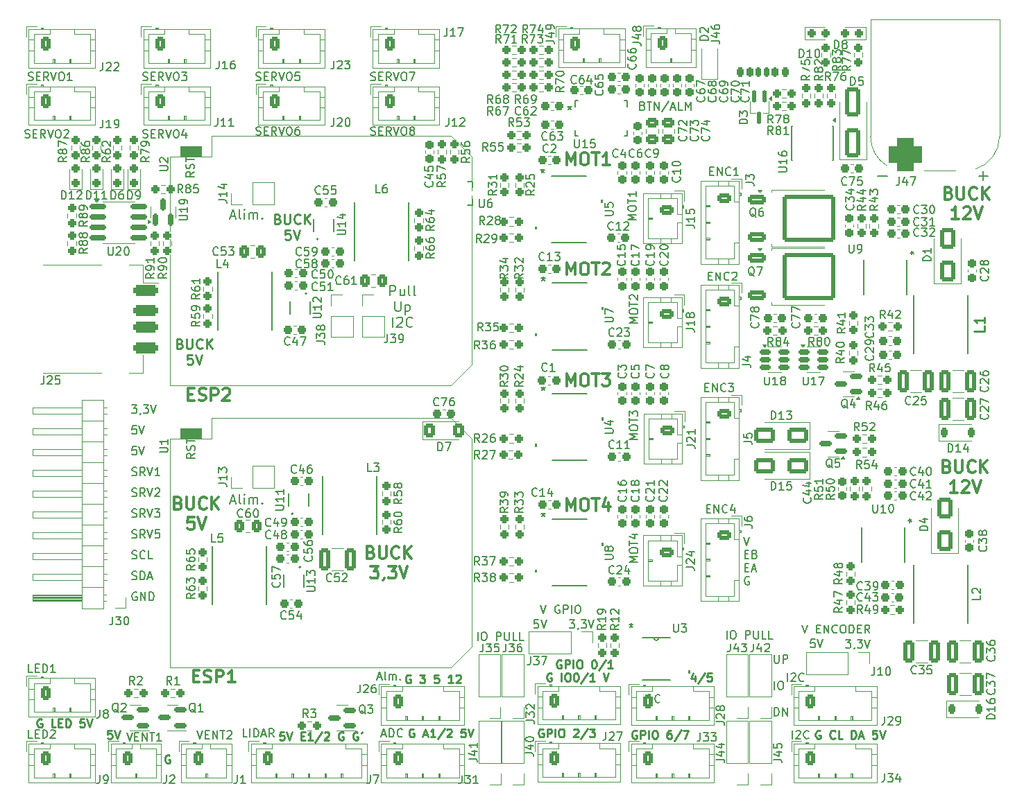
<source format=gto>
G04 #@! TF.GenerationSoftware,KiCad,Pcbnew,8.0.5*
G04 #@! TF.CreationDate,2024-10-28T15:03:54+01:00*
G04 #@! TF.ProjectId,Aurelia-robotics-PCB,41757265-6c69-4612-9d72-6f626f746963,rev?*
G04 #@! TF.SameCoordinates,Original*
G04 #@! TF.FileFunction,Legend,Top*
G04 #@! TF.FilePolarity,Positive*
%FSLAX46Y46*%
G04 Gerber Fmt 4.6, Leading zero omitted, Abs format (unit mm)*
G04 Created by KiCad (PCBNEW 8.0.5) date 2024-10-28 15:03:54*
%MOMM*%
%LPD*%
G01*
G04 APERTURE LIST*
G04 Aperture macros list*
%AMRoundRect*
0 Rectangle with rounded corners*
0 $1 Rounding radius*
0 $2 $3 $4 $5 $6 $7 $8 $9 X,Y pos of 4 corners*
0 Add a 4 corners polygon primitive as box body*
4,1,4,$2,$3,$4,$5,$6,$7,$8,$9,$2,$3,0*
0 Add four circle primitives for the rounded corners*
1,1,$1+$1,$2,$3*
1,1,$1+$1,$4,$5*
1,1,$1+$1,$6,$7*
1,1,$1+$1,$8,$9*
0 Add four rect primitives between the rounded corners*
20,1,$1+$1,$2,$3,$4,$5,0*
20,1,$1+$1,$4,$5,$6,$7,0*
20,1,$1+$1,$6,$7,$8,$9,0*
20,1,$1+$1,$8,$9,$2,$3,0*%
%AMFreePoly0*
4,1,5,0.279400,-0.901601,-0.279400,-0.901601,-0.279400,0.101600,0.279400,0.101600,0.279400,-0.901601,0.279400,-0.901601,$1*%
%AMFreePoly1*
4,1,5,0.279400,-0.101600,-0.279400,-0.101600,-0.279400,0.901601,0.279400,0.901601,0.279400,-0.101600,0.279400,-0.101600,$1*%
%AMFreePoly2*
4,1,5,0.279400,-0.101600,-0.279400,-0.101600,-0.279400,0.501599,0.279400,0.501599,0.279400,-0.101600,0.279400,-0.101600,$1*%
G04 Aperture macros list end*
%ADD10C,0.150000*%
%ADD11C,0.300000*%
%ADD12C,0.200000*%
%ADD13C,0.250000*%
%ADD14C,0.254000*%
%ADD15C,0.120000*%
%ADD16C,0.152400*%
%ADD17C,0.100000*%
%ADD18C,0.000000*%
%ADD19RoundRect,0.237500X0.237500X-0.250000X0.237500X0.250000X-0.237500X0.250000X-0.237500X-0.250000X0*%
%ADD20RoundRect,0.225000X-0.225000X-0.375000X0.225000X-0.375000X0.225000X0.375000X-0.225000X0.375000X0*%
%ADD21C,3.200000*%
%ADD22R,0.228600X0.711200*%
%ADD23RoundRect,0.237500X-0.237500X0.250000X-0.237500X-0.250000X0.237500X-0.250000X0.237500X0.250000X0*%
%ADD24RoundRect,0.237500X0.250000X0.237500X-0.250000X0.237500X-0.250000X-0.237500X0.250000X-0.237500X0*%
%ADD25RoundRect,0.237500X0.300000X0.237500X-0.300000X0.237500X-0.300000X-0.237500X0.300000X-0.237500X0*%
%ADD26RoundRect,0.237500X-0.250000X-0.237500X0.250000X-0.237500X0.250000X0.237500X-0.250000X0.237500X0*%
%ADD27RoundRect,0.237500X-0.300000X-0.237500X0.300000X-0.237500X0.300000X0.237500X-0.300000X0.237500X0*%
%ADD28RoundRect,0.237500X0.237500X-0.300000X0.237500X0.300000X-0.237500X0.300000X-0.237500X-0.300000X0*%
%ADD29C,1.400000*%
%ADD30RoundRect,0.237500X0.237500X-0.287500X0.237500X0.287500X-0.237500X0.287500X-0.237500X-0.287500X0*%
%ADD31RoundRect,0.250000X-0.350000X-0.625000X0.350000X-0.625000X0.350000X0.625000X-0.350000X0.625000X0*%
%ADD32O,1.200000X1.750000*%
%ADD33R,0.533400X1.460500*%
%ADD34R,3.099999X2.400000*%
%ADD35RoundRect,0.250000X-0.625000X0.350000X-0.625000X-0.350000X0.625000X-0.350000X0.625000X0.350000X0*%
%ADD36O,1.750000X1.200000*%
%ADD37RoundRect,0.250000X1.000000X0.650000X-1.000000X0.650000X-1.000000X-0.650000X1.000000X-0.650000X0*%
%ADD38RoundRect,0.250000X0.650000X-1.000000X0.650000X1.000000X-0.650000X1.000000X-0.650000X-1.000000X0*%
%ADD39R,1.700000X1.700000*%
%ADD40O,1.700000X1.700000*%
%ADD41RoundRect,0.237500X-0.237500X0.300000X-0.237500X-0.300000X0.237500X-0.300000X0.237500X0.300000X0*%
%ADD42RoundRect,0.150000X-0.512500X-0.150000X0.512500X-0.150000X0.512500X0.150000X-0.512500X0.150000X0*%
%ADD43RoundRect,0.150000X0.587500X0.150000X-0.587500X0.150000X-0.587500X-0.150000X0.587500X-0.150000X0*%
%ADD44RoundRect,0.175000X0.175000X0.425000X-0.175000X0.425000X-0.175000X-0.425000X0.175000X-0.425000X0*%
%ADD45RoundRect,0.200000X0.200000X0.400000X-0.200000X0.400000X-0.200000X-0.400000X0.200000X-0.400000X0*%
%ADD46RoundRect,0.225000X0.225000X0.375000X-0.225000X0.375000X-0.225000X-0.375000X0.225000X-0.375000X0*%
%ADD47O,1.000000X1.700000*%
%ADD48RoundRect,0.250000X-0.400000X-0.600000X0.400000X-0.600000X0.400000X0.600000X-0.400000X0.600000X0*%
%ADD49RoundRect,0.150000X0.150000X-0.587500X0.150000X0.587500X-0.150000X0.587500X-0.150000X-0.587500X0*%
%ADD50RoundRect,0.250000X0.337500X0.475000X-0.337500X0.475000X-0.337500X-0.475000X0.337500X-0.475000X0*%
%ADD51RoundRect,0.250000X-0.412500X-1.100000X0.412500X-1.100000X0.412500X1.100000X-0.412500X1.100000X0*%
%ADD52R,1.676400X0.355600*%
%ADD53RoundRect,0.250000X0.475000X-0.337500X0.475000X0.337500X-0.475000X0.337500X-0.475000X-0.337500X0*%
%ADD54R,3.050000X2.550000*%
%ADD55RoundRect,0.237500X-0.287500X-0.237500X0.287500X-0.237500X0.287500X0.237500X-0.287500X0.237500X0*%
%ADD56RoundRect,0.250000X-0.850000X-0.350000X0.850000X-0.350000X0.850000X0.350000X-0.850000X0.350000X0*%
%ADD57RoundRect,0.249997X-2.950003X-2.650003X2.950003X-2.650003X2.950003X2.650003X-2.950003X2.650003X0*%
%ADD58RoundRect,0.237500X0.287500X0.237500X-0.287500X0.237500X-0.287500X-0.237500X0.287500X-0.237500X0*%
%ADD59R,0.900000X2.000000*%
%ADD60RoundRect,1.025000X-1.025000X-1.025000X1.025000X-1.025000X1.025000X1.025000X-1.025000X1.025000X0*%
%ADD61C,4.100000*%
%ADD62R,1.873900X0.612132*%
%ADD63RoundRect,0.325000X-1.175000X0.325000X-1.175000X-0.325000X1.175000X-0.325000X1.175000X0.325000X0*%
%ADD64O,2.900000X1.200000*%
%ADD65RoundRect,0.250000X0.412500X1.100000X-0.412500X1.100000X-0.412500X-1.100000X0.412500X-1.100000X0*%
%ADD66RoundRect,0.150000X-0.825000X-0.150000X0.825000X-0.150000X0.825000X0.150000X-0.825000X0.150000X0*%
%ADD67R,1.200000X1.200000*%
%ADD68R,0.558800X0.203200*%
%ADD69R,0.203200X0.558800*%
%ADD70R,0.127000X0.127000*%
%ADD71FreePoly0,0.000000*%
%ADD72FreePoly1,0.000000*%
%ADD73FreePoly2,90.000000*%
%ADD74R,2.717800X2.641600*%
%ADD75R,1.524000X2.641600*%
%ADD76R,0.450000X1.310000*%
%ADD77R,4.000000X2.650000*%
%ADD78RoundRect,0.112500X0.112500X0.637500X-0.112500X0.637500X-0.112500X-0.637500X0.112500X-0.637500X0*%
%ADD79R,1.473200X0.355600*%
%ADD80R,2.413000X5.283200*%
%ADD81RoundRect,0.250000X0.650000X-1.500000X0.650000X1.500000X-0.650000X1.500000X-0.650000X-1.500000X0*%
%ADD82RoundRect,0.250000X-0.337500X-0.475000X0.337500X-0.475000X0.337500X0.475000X-0.337500X0.475000X0*%
G04 APERTURE END LIST*
D10*
X142870112Y-36546009D02*
X143012969Y-36593628D01*
X143012969Y-36593628D02*
X143060588Y-36641247D01*
X143060588Y-36641247D02*
X143108207Y-36736485D01*
X143108207Y-36736485D02*
X143108207Y-36879342D01*
X143108207Y-36879342D02*
X143060588Y-36974580D01*
X143060588Y-36974580D02*
X143012969Y-37022200D01*
X143012969Y-37022200D02*
X142917731Y-37069819D01*
X142917731Y-37069819D02*
X142536779Y-37069819D01*
X142536779Y-37069819D02*
X142536779Y-36069819D01*
X142536779Y-36069819D02*
X142870112Y-36069819D01*
X142870112Y-36069819D02*
X142965350Y-36117438D01*
X142965350Y-36117438D02*
X143012969Y-36165057D01*
X143012969Y-36165057D02*
X143060588Y-36260295D01*
X143060588Y-36260295D02*
X143060588Y-36355533D01*
X143060588Y-36355533D02*
X143012969Y-36450771D01*
X143012969Y-36450771D02*
X142965350Y-36498390D01*
X142965350Y-36498390D02*
X142870112Y-36546009D01*
X142870112Y-36546009D02*
X142536779Y-36546009D01*
X143393922Y-36069819D02*
X143965350Y-36069819D01*
X143679636Y-37069819D02*
X143679636Y-36069819D01*
X144298684Y-37069819D02*
X144298684Y-36069819D01*
X144298684Y-36069819D02*
X144870112Y-37069819D01*
X144870112Y-37069819D02*
X144870112Y-36069819D01*
X146060588Y-36022200D02*
X145203446Y-37307914D01*
X146346303Y-36784104D02*
X146822493Y-36784104D01*
X146251065Y-37069819D02*
X146584398Y-36069819D01*
X146584398Y-36069819D02*
X146917731Y-37069819D01*
X147727255Y-37069819D02*
X147251065Y-37069819D01*
X147251065Y-37069819D02*
X147251065Y-36069819D01*
X148060589Y-37069819D02*
X148060589Y-36069819D01*
X148060589Y-36069819D02*
X148393922Y-36784104D01*
X148393922Y-36784104D02*
X148727255Y-36069819D01*
X148727255Y-36069819D02*
X148727255Y-37069819D01*
D11*
X88057510Y-106203114D02*
X88557510Y-106203114D01*
X88771796Y-106988828D02*
X88057510Y-106988828D01*
X88057510Y-106988828D02*
X88057510Y-105488828D01*
X88057510Y-105488828D02*
X88771796Y-105488828D01*
X89343225Y-106917400D02*
X89557511Y-106988828D01*
X89557511Y-106988828D02*
X89914653Y-106988828D01*
X89914653Y-106988828D02*
X90057511Y-106917400D01*
X90057511Y-106917400D02*
X90128939Y-106845971D01*
X90128939Y-106845971D02*
X90200368Y-106703114D01*
X90200368Y-106703114D02*
X90200368Y-106560257D01*
X90200368Y-106560257D02*
X90128939Y-106417400D01*
X90128939Y-106417400D02*
X90057511Y-106345971D01*
X90057511Y-106345971D02*
X89914653Y-106274542D01*
X89914653Y-106274542D02*
X89628939Y-106203114D01*
X89628939Y-106203114D02*
X89486082Y-106131685D01*
X89486082Y-106131685D02*
X89414653Y-106060257D01*
X89414653Y-106060257D02*
X89343225Y-105917400D01*
X89343225Y-105917400D02*
X89343225Y-105774542D01*
X89343225Y-105774542D02*
X89414653Y-105631685D01*
X89414653Y-105631685D02*
X89486082Y-105560257D01*
X89486082Y-105560257D02*
X89628939Y-105488828D01*
X89628939Y-105488828D02*
X89986082Y-105488828D01*
X89986082Y-105488828D02*
X90200368Y-105560257D01*
X90843224Y-106988828D02*
X90843224Y-105488828D01*
X90843224Y-105488828D02*
X91414653Y-105488828D01*
X91414653Y-105488828D02*
X91557510Y-105560257D01*
X91557510Y-105560257D02*
X91628939Y-105631685D01*
X91628939Y-105631685D02*
X91700367Y-105774542D01*
X91700367Y-105774542D02*
X91700367Y-105988828D01*
X91700367Y-105988828D02*
X91628939Y-106131685D01*
X91628939Y-106131685D02*
X91557510Y-106203114D01*
X91557510Y-106203114D02*
X91414653Y-106274542D01*
X91414653Y-106274542D02*
X90843224Y-106274542D01*
X93128939Y-106988828D02*
X92271796Y-106988828D01*
X92700367Y-106988828D02*
X92700367Y-105488828D01*
X92700367Y-105488828D02*
X92557510Y-105703114D01*
X92557510Y-105703114D02*
X92414653Y-105845971D01*
X92414653Y-105845971D02*
X92271796Y-105917400D01*
D10*
X160536779Y-106869819D02*
X160536779Y-105869819D01*
X160965350Y-105965057D02*
X161012969Y-105917438D01*
X161012969Y-105917438D02*
X161108207Y-105869819D01*
X161108207Y-105869819D02*
X161346302Y-105869819D01*
X161346302Y-105869819D02*
X161441540Y-105917438D01*
X161441540Y-105917438D02*
X161489159Y-105965057D01*
X161489159Y-105965057D02*
X161536778Y-106060295D01*
X161536778Y-106060295D02*
X161536778Y-106155533D01*
X161536778Y-106155533D02*
X161489159Y-106298390D01*
X161489159Y-106298390D02*
X160917731Y-106869819D01*
X160917731Y-106869819D02*
X161536778Y-106869819D01*
X162536778Y-106774580D02*
X162489159Y-106822200D01*
X162489159Y-106822200D02*
X162346302Y-106869819D01*
X162346302Y-106869819D02*
X162251064Y-106869819D01*
X162251064Y-106869819D02*
X162108207Y-106822200D01*
X162108207Y-106822200D02*
X162012969Y-106726961D01*
X162012969Y-106726961D02*
X161965350Y-106631723D01*
X161965350Y-106631723D02*
X161917731Y-106441247D01*
X161917731Y-106441247D02*
X161917731Y-106298390D01*
X161917731Y-106298390D02*
X161965350Y-106107914D01*
X161965350Y-106107914D02*
X162012969Y-106012676D01*
X162012969Y-106012676D02*
X162108207Y-105917438D01*
X162108207Y-105917438D02*
X162251064Y-105869819D01*
X162251064Y-105869819D02*
X162346302Y-105869819D01*
X162346302Y-105869819D02*
X162489159Y-105917438D01*
X162489159Y-105917438D02*
X162536778Y-105965057D01*
D12*
X130426816Y-97567219D02*
X130760149Y-98567219D01*
X130760149Y-98567219D02*
X131093482Y-97567219D01*
X132712530Y-97614838D02*
X132617292Y-97567219D01*
X132617292Y-97567219D02*
X132474435Y-97567219D01*
X132474435Y-97567219D02*
X132331578Y-97614838D01*
X132331578Y-97614838D02*
X132236340Y-97710076D01*
X132236340Y-97710076D02*
X132188721Y-97805314D01*
X132188721Y-97805314D02*
X132141102Y-97995790D01*
X132141102Y-97995790D02*
X132141102Y-98138647D01*
X132141102Y-98138647D02*
X132188721Y-98329123D01*
X132188721Y-98329123D02*
X132236340Y-98424361D01*
X132236340Y-98424361D02*
X132331578Y-98519600D01*
X132331578Y-98519600D02*
X132474435Y-98567219D01*
X132474435Y-98567219D02*
X132569673Y-98567219D01*
X132569673Y-98567219D02*
X132712530Y-98519600D01*
X132712530Y-98519600D02*
X132760149Y-98471980D01*
X132760149Y-98471980D02*
X132760149Y-98138647D01*
X132760149Y-98138647D02*
X132569673Y-98138647D01*
X133188721Y-98567219D02*
X133188721Y-97567219D01*
X133188721Y-97567219D02*
X133569673Y-97567219D01*
X133569673Y-97567219D02*
X133664911Y-97614838D01*
X133664911Y-97614838D02*
X133712530Y-97662457D01*
X133712530Y-97662457D02*
X133760149Y-97757695D01*
X133760149Y-97757695D02*
X133760149Y-97900552D01*
X133760149Y-97900552D02*
X133712530Y-97995790D01*
X133712530Y-97995790D02*
X133664911Y-98043409D01*
X133664911Y-98043409D02*
X133569673Y-98091028D01*
X133569673Y-98091028D02*
X133188721Y-98091028D01*
X134188721Y-98567219D02*
X134188721Y-97567219D01*
X134855387Y-97567219D02*
X135045863Y-97567219D01*
X135045863Y-97567219D02*
X135141101Y-97614838D01*
X135141101Y-97614838D02*
X135236339Y-97710076D01*
X135236339Y-97710076D02*
X135283958Y-97900552D01*
X135283958Y-97900552D02*
X135283958Y-98233885D01*
X135283958Y-98233885D02*
X135236339Y-98424361D01*
X135236339Y-98424361D02*
X135141101Y-98519600D01*
X135141101Y-98519600D02*
X135045863Y-98567219D01*
X135045863Y-98567219D02*
X134855387Y-98567219D01*
X134855387Y-98567219D02*
X134760149Y-98519600D01*
X134760149Y-98519600D02*
X134664911Y-98424361D01*
X134664911Y-98424361D02*
X134617292Y-98233885D01*
X134617292Y-98233885D02*
X134617292Y-97900552D01*
X134617292Y-97900552D02*
X134664911Y-97710076D01*
X134664911Y-97710076D02*
X134760149Y-97614838D01*
X134760149Y-97614838D02*
X134855387Y-97567219D01*
D13*
X99078758Y-113064619D02*
X98602568Y-113064619D01*
X98602568Y-113064619D02*
X98554949Y-113540809D01*
X98554949Y-113540809D02*
X98602568Y-113493190D01*
X98602568Y-113493190D02*
X98697806Y-113445571D01*
X98697806Y-113445571D02*
X98935901Y-113445571D01*
X98935901Y-113445571D02*
X99031139Y-113493190D01*
X99031139Y-113493190D02*
X99078758Y-113540809D01*
X99078758Y-113540809D02*
X99126377Y-113636047D01*
X99126377Y-113636047D02*
X99126377Y-113874142D01*
X99126377Y-113874142D02*
X99078758Y-113969380D01*
X99078758Y-113969380D02*
X99031139Y-114017000D01*
X99031139Y-114017000D02*
X98935901Y-114064619D01*
X98935901Y-114064619D02*
X98697806Y-114064619D01*
X98697806Y-114064619D02*
X98602568Y-114017000D01*
X98602568Y-114017000D02*
X98554949Y-113969380D01*
X99412092Y-113064619D02*
X99745425Y-114064619D01*
X99745425Y-114064619D02*
X100078758Y-113064619D01*
X101173997Y-113540809D02*
X101507330Y-113540809D01*
X101650187Y-114064619D02*
X101173997Y-114064619D01*
X101173997Y-114064619D02*
X101173997Y-113064619D01*
X101173997Y-113064619D02*
X101650187Y-113064619D01*
X102602568Y-114064619D02*
X102031140Y-114064619D01*
X102316854Y-114064619D02*
X102316854Y-113064619D01*
X102316854Y-113064619D02*
X102221616Y-113207476D01*
X102221616Y-113207476D02*
X102126378Y-113302714D01*
X102126378Y-113302714D02*
X102031140Y-113350333D01*
X103745425Y-113017000D02*
X102888283Y-114302714D01*
X104031140Y-113159857D02*
X104078759Y-113112238D01*
X104078759Y-113112238D02*
X104173997Y-113064619D01*
X104173997Y-113064619D02*
X104412092Y-113064619D01*
X104412092Y-113064619D02*
X104507330Y-113112238D01*
X104507330Y-113112238D02*
X104554949Y-113159857D01*
X104554949Y-113159857D02*
X104602568Y-113255095D01*
X104602568Y-113255095D02*
X104602568Y-113350333D01*
X104602568Y-113350333D02*
X104554949Y-113493190D01*
X104554949Y-113493190D02*
X103983521Y-114064619D01*
X103983521Y-114064619D02*
X104602568Y-114064619D01*
X106316854Y-113112238D02*
X106221616Y-113064619D01*
X106221616Y-113064619D02*
X106078759Y-113064619D01*
X106078759Y-113064619D02*
X105935902Y-113112238D01*
X105935902Y-113112238D02*
X105840664Y-113207476D01*
X105840664Y-113207476D02*
X105793045Y-113302714D01*
X105793045Y-113302714D02*
X105745426Y-113493190D01*
X105745426Y-113493190D02*
X105745426Y-113636047D01*
X105745426Y-113636047D02*
X105793045Y-113826523D01*
X105793045Y-113826523D02*
X105840664Y-113921761D01*
X105840664Y-113921761D02*
X105935902Y-114017000D01*
X105935902Y-114017000D02*
X106078759Y-114064619D01*
X106078759Y-114064619D02*
X106173997Y-114064619D01*
X106173997Y-114064619D02*
X106316854Y-114017000D01*
X106316854Y-114017000D02*
X106364473Y-113969380D01*
X106364473Y-113969380D02*
X106364473Y-113636047D01*
X106364473Y-113636047D02*
X106173997Y-113636047D01*
X108078759Y-113112238D02*
X107983521Y-113064619D01*
X107983521Y-113064619D02*
X107840664Y-113064619D01*
X107840664Y-113064619D02*
X107697807Y-113112238D01*
X107697807Y-113112238D02*
X107602569Y-113207476D01*
X107602569Y-113207476D02*
X107554950Y-113302714D01*
X107554950Y-113302714D02*
X107507331Y-113493190D01*
X107507331Y-113493190D02*
X107507331Y-113636047D01*
X107507331Y-113636047D02*
X107554950Y-113826523D01*
X107554950Y-113826523D02*
X107602569Y-113921761D01*
X107602569Y-113921761D02*
X107697807Y-114017000D01*
X107697807Y-114017000D02*
X107840664Y-114064619D01*
X107840664Y-114064619D02*
X107935902Y-114064619D01*
X107935902Y-114064619D02*
X108078759Y-114017000D01*
X108078759Y-114017000D02*
X108126378Y-113969380D01*
X108126378Y-113969380D02*
X108126378Y-113636047D01*
X108126378Y-113636047D02*
X107935902Y-113636047D01*
X108602569Y-113064619D02*
X108507331Y-113255095D01*
D10*
X67889160Y-33422200D02*
X68032017Y-33469819D01*
X68032017Y-33469819D02*
X68270112Y-33469819D01*
X68270112Y-33469819D02*
X68365350Y-33422200D01*
X68365350Y-33422200D02*
X68412969Y-33374580D01*
X68412969Y-33374580D02*
X68460588Y-33279342D01*
X68460588Y-33279342D02*
X68460588Y-33184104D01*
X68460588Y-33184104D02*
X68412969Y-33088866D01*
X68412969Y-33088866D02*
X68365350Y-33041247D01*
X68365350Y-33041247D02*
X68270112Y-32993628D01*
X68270112Y-32993628D02*
X68079636Y-32946009D01*
X68079636Y-32946009D02*
X67984398Y-32898390D01*
X67984398Y-32898390D02*
X67936779Y-32850771D01*
X67936779Y-32850771D02*
X67889160Y-32755533D01*
X67889160Y-32755533D02*
X67889160Y-32660295D01*
X67889160Y-32660295D02*
X67936779Y-32565057D01*
X67936779Y-32565057D02*
X67984398Y-32517438D01*
X67984398Y-32517438D02*
X68079636Y-32469819D01*
X68079636Y-32469819D02*
X68317731Y-32469819D01*
X68317731Y-32469819D02*
X68460588Y-32517438D01*
X68889160Y-32946009D02*
X69222493Y-32946009D01*
X69365350Y-33469819D02*
X68889160Y-33469819D01*
X68889160Y-33469819D02*
X68889160Y-32469819D01*
X68889160Y-32469819D02*
X69365350Y-32469819D01*
X70365350Y-33469819D02*
X70032017Y-32993628D01*
X69793922Y-33469819D02*
X69793922Y-32469819D01*
X69793922Y-32469819D02*
X70174874Y-32469819D01*
X70174874Y-32469819D02*
X70270112Y-32517438D01*
X70270112Y-32517438D02*
X70317731Y-32565057D01*
X70317731Y-32565057D02*
X70365350Y-32660295D01*
X70365350Y-32660295D02*
X70365350Y-32803152D01*
X70365350Y-32803152D02*
X70317731Y-32898390D01*
X70317731Y-32898390D02*
X70270112Y-32946009D01*
X70270112Y-32946009D02*
X70174874Y-32993628D01*
X70174874Y-32993628D02*
X69793922Y-32993628D01*
X70651065Y-32469819D02*
X70984398Y-33469819D01*
X70984398Y-33469819D02*
X71317731Y-32469819D01*
X71841541Y-32469819D02*
X72032017Y-32469819D01*
X72032017Y-32469819D02*
X72127255Y-32517438D01*
X72127255Y-32517438D02*
X72222493Y-32612676D01*
X72222493Y-32612676D02*
X72270112Y-32803152D01*
X72270112Y-32803152D02*
X72270112Y-33136485D01*
X72270112Y-33136485D02*
X72222493Y-33326961D01*
X72222493Y-33326961D02*
X72127255Y-33422200D01*
X72127255Y-33422200D02*
X72032017Y-33469819D01*
X72032017Y-33469819D02*
X71841541Y-33469819D01*
X71841541Y-33469819D02*
X71746303Y-33422200D01*
X71746303Y-33422200D02*
X71651065Y-33326961D01*
X71651065Y-33326961D02*
X71603446Y-33136485D01*
X71603446Y-33136485D02*
X71603446Y-32803152D01*
X71603446Y-32803152D02*
X71651065Y-32612676D01*
X71651065Y-32612676D02*
X71746303Y-32517438D01*
X71746303Y-32517438D02*
X71841541Y-32469819D01*
X73222493Y-33469819D02*
X72651065Y-33469819D01*
X72936779Y-33469819D02*
X72936779Y-32469819D01*
X72936779Y-32469819D02*
X72841541Y-32612676D01*
X72841541Y-32612676D02*
X72746303Y-32707914D01*
X72746303Y-32707914D02*
X72651065Y-32755533D01*
X88493922Y-112869819D02*
X88827255Y-113869819D01*
X88827255Y-113869819D02*
X89160588Y-112869819D01*
X89493922Y-113346009D02*
X89827255Y-113346009D01*
X89970112Y-113869819D02*
X89493922Y-113869819D01*
X89493922Y-113869819D02*
X89493922Y-112869819D01*
X89493922Y-112869819D02*
X89970112Y-112869819D01*
X90398684Y-113869819D02*
X90398684Y-112869819D01*
X90398684Y-112869819D02*
X90970112Y-113869819D01*
X90970112Y-113869819D02*
X90970112Y-112869819D01*
X91303446Y-112869819D02*
X91874874Y-112869819D01*
X91589160Y-113869819D02*
X91589160Y-112869819D01*
X92160589Y-112965057D02*
X92208208Y-112917438D01*
X92208208Y-112917438D02*
X92303446Y-112869819D01*
X92303446Y-112869819D02*
X92541541Y-112869819D01*
X92541541Y-112869819D02*
X92636779Y-112917438D01*
X92636779Y-112917438D02*
X92684398Y-112965057D01*
X92684398Y-112965057D02*
X92732017Y-113060295D01*
X92732017Y-113060295D02*
X92732017Y-113155533D01*
X92732017Y-113155533D02*
X92684398Y-113298390D01*
X92684398Y-113298390D02*
X92112970Y-113869819D01*
X92112970Y-113869819D02*
X92732017Y-113869819D01*
X167627541Y-101769819D02*
X168246588Y-101769819D01*
X168246588Y-101769819D02*
X167913255Y-102150771D01*
X167913255Y-102150771D02*
X168056112Y-102150771D01*
X168056112Y-102150771D02*
X168151350Y-102198390D01*
X168151350Y-102198390D02*
X168198969Y-102246009D01*
X168198969Y-102246009D02*
X168246588Y-102341247D01*
X168246588Y-102341247D02*
X168246588Y-102579342D01*
X168246588Y-102579342D02*
X168198969Y-102674580D01*
X168198969Y-102674580D02*
X168151350Y-102722200D01*
X168151350Y-102722200D02*
X168056112Y-102769819D01*
X168056112Y-102769819D02*
X167770398Y-102769819D01*
X167770398Y-102769819D02*
X167675160Y-102722200D01*
X167675160Y-102722200D02*
X167627541Y-102674580D01*
X168722779Y-102722200D02*
X168722779Y-102769819D01*
X168722779Y-102769819D02*
X168675160Y-102865057D01*
X168675160Y-102865057D02*
X168627541Y-102912676D01*
X169056112Y-101769819D02*
X169675159Y-101769819D01*
X169675159Y-101769819D02*
X169341826Y-102150771D01*
X169341826Y-102150771D02*
X169484683Y-102150771D01*
X169484683Y-102150771D02*
X169579921Y-102198390D01*
X169579921Y-102198390D02*
X169627540Y-102246009D01*
X169627540Y-102246009D02*
X169675159Y-102341247D01*
X169675159Y-102341247D02*
X169675159Y-102579342D01*
X169675159Y-102579342D02*
X169627540Y-102674580D01*
X169627540Y-102674580D02*
X169579921Y-102722200D01*
X169579921Y-102722200D02*
X169484683Y-102769819D01*
X169484683Y-102769819D02*
X169198969Y-102769819D01*
X169198969Y-102769819D02*
X169103731Y-102722200D01*
X169103731Y-102722200D02*
X169056112Y-102674580D01*
X169960874Y-101769819D02*
X170294207Y-102769819D01*
X170294207Y-102769819D02*
X170627540Y-101769819D01*
X150685714Y-85746009D02*
X151019047Y-85746009D01*
X151161904Y-86269819D02*
X150685714Y-86269819D01*
X150685714Y-86269819D02*
X150685714Y-85269819D01*
X150685714Y-85269819D02*
X151161904Y-85269819D01*
X151590476Y-86269819D02*
X151590476Y-85269819D01*
X151590476Y-85269819D02*
X152161904Y-86269819D01*
X152161904Y-86269819D02*
X152161904Y-85269819D01*
X153209523Y-86174580D02*
X153161904Y-86222200D01*
X153161904Y-86222200D02*
X153019047Y-86269819D01*
X153019047Y-86269819D02*
X152923809Y-86269819D01*
X152923809Y-86269819D02*
X152780952Y-86222200D01*
X152780952Y-86222200D02*
X152685714Y-86126961D01*
X152685714Y-86126961D02*
X152638095Y-86031723D01*
X152638095Y-86031723D02*
X152590476Y-85841247D01*
X152590476Y-85841247D02*
X152590476Y-85698390D01*
X152590476Y-85698390D02*
X152638095Y-85507914D01*
X152638095Y-85507914D02*
X152685714Y-85412676D01*
X152685714Y-85412676D02*
X152780952Y-85317438D01*
X152780952Y-85317438D02*
X152923809Y-85269819D01*
X152923809Y-85269819D02*
X153019047Y-85269819D01*
X153019047Y-85269819D02*
X153161904Y-85317438D01*
X153161904Y-85317438D02*
X153209523Y-85365057D01*
X154066666Y-85603152D02*
X154066666Y-86269819D01*
X153828571Y-85222200D02*
X153590476Y-85936485D01*
X153590476Y-85936485D02*
X154209523Y-85936485D01*
X80553160Y-89307200D02*
X80696017Y-89354819D01*
X80696017Y-89354819D02*
X80934112Y-89354819D01*
X80934112Y-89354819D02*
X81029350Y-89307200D01*
X81029350Y-89307200D02*
X81076969Y-89259580D01*
X81076969Y-89259580D02*
X81124588Y-89164342D01*
X81124588Y-89164342D02*
X81124588Y-89069104D01*
X81124588Y-89069104D02*
X81076969Y-88973866D01*
X81076969Y-88973866D02*
X81029350Y-88926247D01*
X81029350Y-88926247D02*
X80934112Y-88878628D01*
X80934112Y-88878628D02*
X80743636Y-88831009D01*
X80743636Y-88831009D02*
X80648398Y-88783390D01*
X80648398Y-88783390D02*
X80600779Y-88735771D01*
X80600779Y-88735771D02*
X80553160Y-88640533D01*
X80553160Y-88640533D02*
X80553160Y-88545295D01*
X80553160Y-88545295D02*
X80600779Y-88450057D01*
X80600779Y-88450057D02*
X80648398Y-88402438D01*
X80648398Y-88402438D02*
X80743636Y-88354819D01*
X80743636Y-88354819D02*
X80981731Y-88354819D01*
X80981731Y-88354819D02*
X81124588Y-88402438D01*
X82124588Y-89354819D02*
X81791255Y-88878628D01*
X81553160Y-89354819D02*
X81553160Y-88354819D01*
X81553160Y-88354819D02*
X81934112Y-88354819D01*
X81934112Y-88354819D02*
X82029350Y-88402438D01*
X82029350Y-88402438D02*
X82076969Y-88450057D01*
X82076969Y-88450057D02*
X82124588Y-88545295D01*
X82124588Y-88545295D02*
X82124588Y-88688152D01*
X82124588Y-88688152D02*
X82076969Y-88783390D01*
X82076969Y-88783390D02*
X82029350Y-88831009D01*
X82029350Y-88831009D02*
X81934112Y-88878628D01*
X81934112Y-88878628D02*
X81553160Y-88878628D01*
X82410303Y-88354819D02*
X82743636Y-89354819D01*
X82743636Y-89354819D02*
X83076969Y-88354819D01*
X83886493Y-88354819D02*
X83410303Y-88354819D01*
X83410303Y-88354819D02*
X83362684Y-88831009D01*
X83362684Y-88831009D02*
X83410303Y-88783390D01*
X83410303Y-88783390D02*
X83505541Y-88735771D01*
X83505541Y-88735771D02*
X83743636Y-88735771D01*
X83743636Y-88735771D02*
X83838874Y-88783390D01*
X83838874Y-88783390D02*
X83886493Y-88831009D01*
X83886493Y-88831009D02*
X83934112Y-88926247D01*
X83934112Y-88926247D02*
X83934112Y-89164342D01*
X83934112Y-89164342D02*
X83886493Y-89259580D01*
X83886493Y-89259580D02*
X83838874Y-89307200D01*
X83838874Y-89307200D02*
X83743636Y-89354819D01*
X83743636Y-89354819D02*
X83505541Y-89354819D01*
X83505541Y-89354819D02*
X83410303Y-89307200D01*
X83410303Y-89307200D02*
X83362684Y-89259580D01*
X151085714Y-44546009D02*
X151419047Y-44546009D01*
X151561904Y-45069819D02*
X151085714Y-45069819D01*
X151085714Y-45069819D02*
X151085714Y-44069819D01*
X151085714Y-44069819D02*
X151561904Y-44069819D01*
X151990476Y-45069819D02*
X151990476Y-44069819D01*
X151990476Y-44069819D02*
X152561904Y-45069819D01*
X152561904Y-45069819D02*
X152561904Y-44069819D01*
X153609523Y-44974580D02*
X153561904Y-45022200D01*
X153561904Y-45022200D02*
X153419047Y-45069819D01*
X153419047Y-45069819D02*
X153323809Y-45069819D01*
X153323809Y-45069819D02*
X153180952Y-45022200D01*
X153180952Y-45022200D02*
X153085714Y-44926961D01*
X153085714Y-44926961D02*
X153038095Y-44831723D01*
X153038095Y-44831723D02*
X152990476Y-44641247D01*
X152990476Y-44641247D02*
X152990476Y-44498390D01*
X152990476Y-44498390D02*
X153038095Y-44307914D01*
X153038095Y-44307914D02*
X153085714Y-44212676D01*
X153085714Y-44212676D02*
X153180952Y-44117438D01*
X153180952Y-44117438D02*
X153323809Y-44069819D01*
X153323809Y-44069819D02*
X153419047Y-44069819D01*
X153419047Y-44069819D02*
X153561904Y-44117438D01*
X153561904Y-44117438D02*
X153609523Y-44165057D01*
X154561904Y-45069819D02*
X153990476Y-45069819D01*
X154276190Y-45069819D02*
X154276190Y-44069819D01*
X154276190Y-44069819D02*
X154180952Y-44212676D01*
X154180952Y-44212676D02*
X154085714Y-44307914D01*
X154085714Y-44307914D02*
X153990476Y-44355533D01*
X80553160Y-84227200D02*
X80696017Y-84274819D01*
X80696017Y-84274819D02*
X80934112Y-84274819D01*
X80934112Y-84274819D02*
X81029350Y-84227200D01*
X81029350Y-84227200D02*
X81076969Y-84179580D01*
X81076969Y-84179580D02*
X81124588Y-84084342D01*
X81124588Y-84084342D02*
X81124588Y-83989104D01*
X81124588Y-83989104D02*
X81076969Y-83893866D01*
X81076969Y-83893866D02*
X81029350Y-83846247D01*
X81029350Y-83846247D02*
X80934112Y-83798628D01*
X80934112Y-83798628D02*
X80743636Y-83751009D01*
X80743636Y-83751009D02*
X80648398Y-83703390D01*
X80648398Y-83703390D02*
X80600779Y-83655771D01*
X80600779Y-83655771D02*
X80553160Y-83560533D01*
X80553160Y-83560533D02*
X80553160Y-83465295D01*
X80553160Y-83465295D02*
X80600779Y-83370057D01*
X80600779Y-83370057D02*
X80648398Y-83322438D01*
X80648398Y-83322438D02*
X80743636Y-83274819D01*
X80743636Y-83274819D02*
X80981731Y-83274819D01*
X80981731Y-83274819D02*
X81124588Y-83322438D01*
X82124588Y-84274819D02*
X81791255Y-83798628D01*
X81553160Y-84274819D02*
X81553160Y-83274819D01*
X81553160Y-83274819D02*
X81934112Y-83274819D01*
X81934112Y-83274819D02*
X82029350Y-83322438D01*
X82029350Y-83322438D02*
X82076969Y-83370057D01*
X82076969Y-83370057D02*
X82124588Y-83465295D01*
X82124588Y-83465295D02*
X82124588Y-83608152D01*
X82124588Y-83608152D02*
X82076969Y-83703390D01*
X82076969Y-83703390D02*
X82029350Y-83751009D01*
X82029350Y-83751009D02*
X81934112Y-83798628D01*
X81934112Y-83798628D02*
X81553160Y-83798628D01*
X82410303Y-83274819D02*
X82743636Y-84274819D01*
X82743636Y-84274819D02*
X83076969Y-83274819D01*
X83362684Y-83370057D02*
X83410303Y-83322438D01*
X83410303Y-83322438D02*
X83505541Y-83274819D01*
X83505541Y-83274819D02*
X83743636Y-83274819D01*
X83743636Y-83274819D02*
X83838874Y-83322438D01*
X83838874Y-83322438D02*
X83886493Y-83370057D01*
X83886493Y-83370057D02*
X83934112Y-83465295D01*
X83934112Y-83465295D02*
X83934112Y-83560533D01*
X83934112Y-83560533D02*
X83886493Y-83703390D01*
X83886493Y-83703390D02*
X83315065Y-84274819D01*
X83315065Y-84274819D02*
X83934112Y-84274819D01*
D11*
X86213428Y-85083798D02*
X86427714Y-85155226D01*
X86427714Y-85155226D02*
X86499143Y-85226655D01*
X86499143Y-85226655D02*
X86570571Y-85369512D01*
X86570571Y-85369512D02*
X86570571Y-85583798D01*
X86570571Y-85583798D02*
X86499143Y-85726655D01*
X86499143Y-85726655D02*
X86427714Y-85798084D01*
X86427714Y-85798084D02*
X86284857Y-85869512D01*
X86284857Y-85869512D02*
X85713428Y-85869512D01*
X85713428Y-85869512D02*
X85713428Y-84369512D01*
X85713428Y-84369512D02*
X86213428Y-84369512D01*
X86213428Y-84369512D02*
X86356286Y-84440941D01*
X86356286Y-84440941D02*
X86427714Y-84512369D01*
X86427714Y-84512369D02*
X86499143Y-84655226D01*
X86499143Y-84655226D02*
X86499143Y-84798084D01*
X86499143Y-84798084D02*
X86427714Y-84940941D01*
X86427714Y-84940941D02*
X86356286Y-85012369D01*
X86356286Y-85012369D02*
X86213428Y-85083798D01*
X86213428Y-85083798D02*
X85713428Y-85083798D01*
X87213428Y-84369512D02*
X87213428Y-85583798D01*
X87213428Y-85583798D02*
X87284857Y-85726655D01*
X87284857Y-85726655D02*
X87356286Y-85798084D01*
X87356286Y-85798084D02*
X87499143Y-85869512D01*
X87499143Y-85869512D02*
X87784857Y-85869512D01*
X87784857Y-85869512D02*
X87927714Y-85798084D01*
X87927714Y-85798084D02*
X87999143Y-85726655D01*
X87999143Y-85726655D02*
X88070571Y-85583798D01*
X88070571Y-85583798D02*
X88070571Y-84369512D01*
X89642000Y-85726655D02*
X89570572Y-85798084D01*
X89570572Y-85798084D02*
X89356286Y-85869512D01*
X89356286Y-85869512D02*
X89213429Y-85869512D01*
X89213429Y-85869512D02*
X88999143Y-85798084D01*
X88999143Y-85798084D02*
X88856286Y-85655226D01*
X88856286Y-85655226D02*
X88784857Y-85512369D01*
X88784857Y-85512369D02*
X88713429Y-85226655D01*
X88713429Y-85226655D02*
X88713429Y-85012369D01*
X88713429Y-85012369D02*
X88784857Y-84726655D01*
X88784857Y-84726655D02*
X88856286Y-84583798D01*
X88856286Y-84583798D02*
X88999143Y-84440941D01*
X88999143Y-84440941D02*
X89213429Y-84369512D01*
X89213429Y-84369512D02*
X89356286Y-84369512D01*
X89356286Y-84369512D02*
X89570572Y-84440941D01*
X89570572Y-84440941D02*
X89642000Y-84512369D01*
X90284857Y-85869512D02*
X90284857Y-84369512D01*
X91142000Y-85869512D02*
X90499143Y-85012369D01*
X91142000Y-84369512D02*
X90284857Y-85226655D01*
X88106286Y-86784428D02*
X87392000Y-86784428D01*
X87392000Y-86784428D02*
X87320572Y-87498714D01*
X87320572Y-87498714D02*
X87392000Y-87427285D01*
X87392000Y-87427285D02*
X87534858Y-87355857D01*
X87534858Y-87355857D02*
X87892000Y-87355857D01*
X87892000Y-87355857D02*
X88034858Y-87427285D01*
X88034858Y-87427285D02*
X88106286Y-87498714D01*
X88106286Y-87498714D02*
X88177715Y-87641571D01*
X88177715Y-87641571D02*
X88177715Y-87998714D01*
X88177715Y-87998714D02*
X88106286Y-88141571D01*
X88106286Y-88141571D02*
X88034858Y-88213000D01*
X88034858Y-88213000D02*
X87892000Y-88284428D01*
X87892000Y-88284428D02*
X87534858Y-88284428D01*
X87534858Y-88284428D02*
X87392000Y-88213000D01*
X87392000Y-88213000D02*
X87320572Y-88141571D01*
X88606286Y-86784428D02*
X89106286Y-88284428D01*
X89106286Y-88284428D02*
X89606286Y-86784428D01*
D10*
X95689160Y-40081200D02*
X95832017Y-40128819D01*
X95832017Y-40128819D02*
X96070112Y-40128819D01*
X96070112Y-40128819D02*
X96165350Y-40081200D01*
X96165350Y-40081200D02*
X96212969Y-40033580D01*
X96212969Y-40033580D02*
X96260588Y-39938342D01*
X96260588Y-39938342D02*
X96260588Y-39843104D01*
X96260588Y-39843104D02*
X96212969Y-39747866D01*
X96212969Y-39747866D02*
X96165350Y-39700247D01*
X96165350Y-39700247D02*
X96070112Y-39652628D01*
X96070112Y-39652628D02*
X95879636Y-39605009D01*
X95879636Y-39605009D02*
X95784398Y-39557390D01*
X95784398Y-39557390D02*
X95736779Y-39509771D01*
X95736779Y-39509771D02*
X95689160Y-39414533D01*
X95689160Y-39414533D02*
X95689160Y-39319295D01*
X95689160Y-39319295D02*
X95736779Y-39224057D01*
X95736779Y-39224057D02*
X95784398Y-39176438D01*
X95784398Y-39176438D02*
X95879636Y-39128819D01*
X95879636Y-39128819D02*
X96117731Y-39128819D01*
X96117731Y-39128819D02*
X96260588Y-39176438D01*
X96689160Y-39605009D02*
X97022493Y-39605009D01*
X97165350Y-40128819D02*
X96689160Y-40128819D01*
X96689160Y-40128819D02*
X96689160Y-39128819D01*
X96689160Y-39128819D02*
X97165350Y-39128819D01*
X98165350Y-40128819D02*
X97832017Y-39652628D01*
X97593922Y-40128819D02*
X97593922Y-39128819D01*
X97593922Y-39128819D02*
X97974874Y-39128819D01*
X97974874Y-39128819D02*
X98070112Y-39176438D01*
X98070112Y-39176438D02*
X98117731Y-39224057D01*
X98117731Y-39224057D02*
X98165350Y-39319295D01*
X98165350Y-39319295D02*
X98165350Y-39462152D01*
X98165350Y-39462152D02*
X98117731Y-39557390D01*
X98117731Y-39557390D02*
X98070112Y-39605009D01*
X98070112Y-39605009D02*
X97974874Y-39652628D01*
X97974874Y-39652628D02*
X97593922Y-39652628D01*
X98451065Y-39128819D02*
X98784398Y-40128819D01*
X98784398Y-40128819D02*
X99117731Y-39128819D01*
X99641541Y-39128819D02*
X99832017Y-39128819D01*
X99832017Y-39128819D02*
X99927255Y-39176438D01*
X99927255Y-39176438D02*
X100022493Y-39271676D01*
X100022493Y-39271676D02*
X100070112Y-39462152D01*
X100070112Y-39462152D02*
X100070112Y-39795485D01*
X100070112Y-39795485D02*
X100022493Y-39985961D01*
X100022493Y-39985961D02*
X99927255Y-40081200D01*
X99927255Y-40081200D02*
X99832017Y-40128819D01*
X99832017Y-40128819D02*
X99641541Y-40128819D01*
X99641541Y-40128819D02*
X99546303Y-40081200D01*
X99546303Y-40081200D02*
X99451065Y-39985961D01*
X99451065Y-39985961D02*
X99403446Y-39795485D01*
X99403446Y-39795485D02*
X99403446Y-39462152D01*
X99403446Y-39462152D02*
X99451065Y-39271676D01*
X99451065Y-39271676D02*
X99546303Y-39176438D01*
X99546303Y-39176438D02*
X99641541Y-39128819D01*
X100927255Y-39128819D02*
X100736779Y-39128819D01*
X100736779Y-39128819D02*
X100641541Y-39176438D01*
X100641541Y-39176438D02*
X100593922Y-39224057D01*
X100593922Y-39224057D02*
X100498684Y-39366914D01*
X100498684Y-39366914D02*
X100451065Y-39557390D01*
X100451065Y-39557390D02*
X100451065Y-39938342D01*
X100451065Y-39938342D02*
X100498684Y-40033580D01*
X100498684Y-40033580D02*
X100546303Y-40081200D01*
X100546303Y-40081200D02*
X100641541Y-40128819D01*
X100641541Y-40128819D02*
X100832017Y-40128819D01*
X100832017Y-40128819D02*
X100927255Y-40081200D01*
X100927255Y-40081200D02*
X100974874Y-40033580D01*
X100974874Y-40033580D02*
X101022493Y-39938342D01*
X101022493Y-39938342D02*
X101022493Y-39700247D01*
X101022493Y-39700247D02*
X100974874Y-39605009D01*
X100974874Y-39605009D02*
X100927255Y-39557390D01*
X100927255Y-39557390D02*
X100832017Y-39509771D01*
X100832017Y-39509771D02*
X100641541Y-39509771D01*
X100641541Y-39509771D02*
X100546303Y-39557390D01*
X100546303Y-39557390D02*
X100498684Y-39605009D01*
X100498684Y-39605009D02*
X100451065Y-39700247D01*
X109689160Y-40081200D02*
X109832017Y-40128819D01*
X109832017Y-40128819D02*
X110070112Y-40128819D01*
X110070112Y-40128819D02*
X110165350Y-40081200D01*
X110165350Y-40081200D02*
X110212969Y-40033580D01*
X110212969Y-40033580D02*
X110260588Y-39938342D01*
X110260588Y-39938342D02*
X110260588Y-39843104D01*
X110260588Y-39843104D02*
X110212969Y-39747866D01*
X110212969Y-39747866D02*
X110165350Y-39700247D01*
X110165350Y-39700247D02*
X110070112Y-39652628D01*
X110070112Y-39652628D02*
X109879636Y-39605009D01*
X109879636Y-39605009D02*
X109784398Y-39557390D01*
X109784398Y-39557390D02*
X109736779Y-39509771D01*
X109736779Y-39509771D02*
X109689160Y-39414533D01*
X109689160Y-39414533D02*
X109689160Y-39319295D01*
X109689160Y-39319295D02*
X109736779Y-39224057D01*
X109736779Y-39224057D02*
X109784398Y-39176438D01*
X109784398Y-39176438D02*
X109879636Y-39128819D01*
X109879636Y-39128819D02*
X110117731Y-39128819D01*
X110117731Y-39128819D02*
X110260588Y-39176438D01*
X110689160Y-39605009D02*
X111022493Y-39605009D01*
X111165350Y-40128819D02*
X110689160Y-40128819D01*
X110689160Y-40128819D02*
X110689160Y-39128819D01*
X110689160Y-39128819D02*
X111165350Y-39128819D01*
X112165350Y-40128819D02*
X111832017Y-39652628D01*
X111593922Y-40128819D02*
X111593922Y-39128819D01*
X111593922Y-39128819D02*
X111974874Y-39128819D01*
X111974874Y-39128819D02*
X112070112Y-39176438D01*
X112070112Y-39176438D02*
X112117731Y-39224057D01*
X112117731Y-39224057D02*
X112165350Y-39319295D01*
X112165350Y-39319295D02*
X112165350Y-39462152D01*
X112165350Y-39462152D02*
X112117731Y-39557390D01*
X112117731Y-39557390D02*
X112070112Y-39605009D01*
X112070112Y-39605009D02*
X111974874Y-39652628D01*
X111974874Y-39652628D02*
X111593922Y-39652628D01*
X112451065Y-39128819D02*
X112784398Y-40128819D01*
X112784398Y-40128819D02*
X113117731Y-39128819D01*
X113641541Y-39128819D02*
X113832017Y-39128819D01*
X113832017Y-39128819D02*
X113927255Y-39176438D01*
X113927255Y-39176438D02*
X114022493Y-39271676D01*
X114022493Y-39271676D02*
X114070112Y-39462152D01*
X114070112Y-39462152D02*
X114070112Y-39795485D01*
X114070112Y-39795485D02*
X114022493Y-39985961D01*
X114022493Y-39985961D02*
X113927255Y-40081200D01*
X113927255Y-40081200D02*
X113832017Y-40128819D01*
X113832017Y-40128819D02*
X113641541Y-40128819D01*
X113641541Y-40128819D02*
X113546303Y-40081200D01*
X113546303Y-40081200D02*
X113451065Y-39985961D01*
X113451065Y-39985961D02*
X113403446Y-39795485D01*
X113403446Y-39795485D02*
X113403446Y-39462152D01*
X113403446Y-39462152D02*
X113451065Y-39271676D01*
X113451065Y-39271676D02*
X113546303Y-39176438D01*
X113546303Y-39176438D02*
X113641541Y-39128819D01*
X114641541Y-39557390D02*
X114546303Y-39509771D01*
X114546303Y-39509771D02*
X114498684Y-39462152D01*
X114498684Y-39462152D02*
X114451065Y-39366914D01*
X114451065Y-39366914D02*
X114451065Y-39319295D01*
X114451065Y-39319295D02*
X114498684Y-39224057D01*
X114498684Y-39224057D02*
X114546303Y-39176438D01*
X114546303Y-39176438D02*
X114641541Y-39128819D01*
X114641541Y-39128819D02*
X114832017Y-39128819D01*
X114832017Y-39128819D02*
X114927255Y-39176438D01*
X114927255Y-39176438D02*
X114974874Y-39224057D01*
X114974874Y-39224057D02*
X115022493Y-39319295D01*
X115022493Y-39319295D02*
X115022493Y-39366914D01*
X115022493Y-39366914D02*
X114974874Y-39462152D01*
X114974874Y-39462152D02*
X114927255Y-39509771D01*
X114927255Y-39509771D02*
X114832017Y-39557390D01*
X114832017Y-39557390D02*
X114641541Y-39557390D01*
X114641541Y-39557390D02*
X114546303Y-39605009D01*
X114546303Y-39605009D02*
X114498684Y-39652628D01*
X114498684Y-39652628D02*
X114451065Y-39747866D01*
X114451065Y-39747866D02*
X114451065Y-39938342D01*
X114451065Y-39938342D02*
X114498684Y-40033580D01*
X114498684Y-40033580D02*
X114546303Y-40081200D01*
X114546303Y-40081200D02*
X114641541Y-40128819D01*
X114641541Y-40128819D02*
X114832017Y-40128819D01*
X114832017Y-40128819D02*
X114927255Y-40081200D01*
X114927255Y-40081200D02*
X114974874Y-40033580D01*
X114974874Y-40033580D02*
X115022493Y-39938342D01*
X115022493Y-39938342D02*
X115022493Y-39747866D01*
X115022493Y-39747866D02*
X114974874Y-39652628D01*
X114974874Y-39652628D02*
X114927255Y-39605009D01*
X114927255Y-39605009D02*
X114832017Y-39557390D01*
D13*
X69526377Y-111512238D02*
X69431139Y-111464619D01*
X69431139Y-111464619D02*
X69288282Y-111464619D01*
X69288282Y-111464619D02*
X69145425Y-111512238D01*
X69145425Y-111512238D02*
X69050187Y-111607476D01*
X69050187Y-111607476D02*
X69002568Y-111702714D01*
X69002568Y-111702714D02*
X68954949Y-111893190D01*
X68954949Y-111893190D02*
X68954949Y-112036047D01*
X68954949Y-112036047D02*
X69002568Y-112226523D01*
X69002568Y-112226523D02*
X69050187Y-112321761D01*
X69050187Y-112321761D02*
X69145425Y-112417000D01*
X69145425Y-112417000D02*
X69288282Y-112464619D01*
X69288282Y-112464619D02*
X69383520Y-112464619D01*
X69383520Y-112464619D02*
X69526377Y-112417000D01*
X69526377Y-112417000D02*
X69573996Y-112369380D01*
X69573996Y-112369380D02*
X69573996Y-112036047D01*
X69573996Y-112036047D02*
X69383520Y-112036047D01*
X71240663Y-112464619D02*
X70764473Y-112464619D01*
X70764473Y-112464619D02*
X70764473Y-111464619D01*
X71573997Y-111940809D02*
X71907330Y-111940809D01*
X72050187Y-112464619D02*
X71573997Y-112464619D01*
X71573997Y-112464619D02*
X71573997Y-111464619D01*
X71573997Y-111464619D02*
X72050187Y-111464619D01*
X72478759Y-112464619D02*
X72478759Y-111464619D01*
X72478759Y-111464619D02*
X72716854Y-111464619D01*
X72716854Y-111464619D02*
X72859711Y-111512238D01*
X72859711Y-111512238D02*
X72954949Y-111607476D01*
X72954949Y-111607476D02*
X73002568Y-111702714D01*
X73002568Y-111702714D02*
X73050187Y-111893190D01*
X73050187Y-111893190D02*
X73050187Y-112036047D01*
X73050187Y-112036047D02*
X73002568Y-112226523D01*
X73002568Y-112226523D02*
X72954949Y-112321761D01*
X72954949Y-112321761D02*
X72859711Y-112417000D01*
X72859711Y-112417000D02*
X72716854Y-112464619D01*
X72716854Y-112464619D02*
X72478759Y-112464619D01*
X74716854Y-111464619D02*
X74240664Y-111464619D01*
X74240664Y-111464619D02*
X74193045Y-111940809D01*
X74193045Y-111940809D02*
X74240664Y-111893190D01*
X74240664Y-111893190D02*
X74335902Y-111845571D01*
X74335902Y-111845571D02*
X74573997Y-111845571D01*
X74573997Y-111845571D02*
X74669235Y-111893190D01*
X74669235Y-111893190D02*
X74716854Y-111940809D01*
X74716854Y-111940809D02*
X74764473Y-112036047D01*
X74764473Y-112036047D02*
X74764473Y-112274142D01*
X74764473Y-112274142D02*
X74716854Y-112369380D01*
X74716854Y-112369380D02*
X74669235Y-112417000D01*
X74669235Y-112417000D02*
X74573997Y-112464619D01*
X74573997Y-112464619D02*
X74335902Y-112464619D01*
X74335902Y-112464619D02*
X74240664Y-112417000D01*
X74240664Y-112417000D02*
X74193045Y-112369380D01*
X75050188Y-111464619D02*
X75383521Y-112464619D01*
X75383521Y-112464619D02*
X75716854Y-111464619D01*
D10*
X81889160Y-40422200D02*
X82032017Y-40469819D01*
X82032017Y-40469819D02*
X82270112Y-40469819D01*
X82270112Y-40469819D02*
X82365350Y-40422200D01*
X82365350Y-40422200D02*
X82412969Y-40374580D01*
X82412969Y-40374580D02*
X82460588Y-40279342D01*
X82460588Y-40279342D02*
X82460588Y-40184104D01*
X82460588Y-40184104D02*
X82412969Y-40088866D01*
X82412969Y-40088866D02*
X82365350Y-40041247D01*
X82365350Y-40041247D02*
X82270112Y-39993628D01*
X82270112Y-39993628D02*
X82079636Y-39946009D01*
X82079636Y-39946009D02*
X81984398Y-39898390D01*
X81984398Y-39898390D02*
X81936779Y-39850771D01*
X81936779Y-39850771D02*
X81889160Y-39755533D01*
X81889160Y-39755533D02*
X81889160Y-39660295D01*
X81889160Y-39660295D02*
X81936779Y-39565057D01*
X81936779Y-39565057D02*
X81984398Y-39517438D01*
X81984398Y-39517438D02*
X82079636Y-39469819D01*
X82079636Y-39469819D02*
X82317731Y-39469819D01*
X82317731Y-39469819D02*
X82460588Y-39517438D01*
X82889160Y-39946009D02*
X83222493Y-39946009D01*
X83365350Y-40469819D02*
X82889160Y-40469819D01*
X82889160Y-40469819D02*
X82889160Y-39469819D01*
X82889160Y-39469819D02*
X83365350Y-39469819D01*
X84365350Y-40469819D02*
X84032017Y-39993628D01*
X83793922Y-40469819D02*
X83793922Y-39469819D01*
X83793922Y-39469819D02*
X84174874Y-39469819D01*
X84174874Y-39469819D02*
X84270112Y-39517438D01*
X84270112Y-39517438D02*
X84317731Y-39565057D01*
X84317731Y-39565057D02*
X84365350Y-39660295D01*
X84365350Y-39660295D02*
X84365350Y-39803152D01*
X84365350Y-39803152D02*
X84317731Y-39898390D01*
X84317731Y-39898390D02*
X84270112Y-39946009D01*
X84270112Y-39946009D02*
X84174874Y-39993628D01*
X84174874Y-39993628D02*
X83793922Y-39993628D01*
X84651065Y-39469819D02*
X84984398Y-40469819D01*
X84984398Y-40469819D02*
X85317731Y-39469819D01*
X85841541Y-39469819D02*
X86032017Y-39469819D01*
X86032017Y-39469819D02*
X86127255Y-39517438D01*
X86127255Y-39517438D02*
X86222493Y-39612676D01*
X86222493Y-39612676D02*
X86270112Y-39803152D01*
X86270112Y-39803152D02*
X86270112Y-40136485D01*
X86270112Y-40136485D02*
X86222493Y-40326961D01*
X86222493Y-40326961D02*
X86127255Y-40422200D01*
X86127255Y-40422200D02*
X86032017Y-40469819D01*
X86032017Y-40469819D02*
X85841541Y-40469819D01*
X85841541Y-40469819D02*
X85746303Y-40422200D01*
X85746303Y-40422200D02*
X85651065Y-40326961D01*
X85651065Y-40326961D02*
X85603446Y-40136485D01*
X85603446Y-40136485D02*
X85603446Y-39803152D01*
X85603446Y-39803152D02*
X85651065Y-39612676D01*
X85651065Y-39612676D02*
X85746303Y-39517438D01*
X85746303Y-39517438D02*
X85841541Y-39469819D01*
X87127255Y-39803152D02*
X87127255Y-40469819D01*
X86889160Y-39422200D02*
X86651065Y-40136485D01*
X86651065Y-40136485D02*
X87270112Y-40136485D01*
D12*
X92562149Y-84843885D02*
X93133578Y-84843885D01*
X92447863Y-85186742D02*
X92847863Y-83986742D01*
X92847863Y-83986742D02*
X93247863Y-85186742D01*
X93819291Y-85186742D02*
X93705006Y-85129600D01*
X93705006Y-85129600D02*
X93647863Y-85015314D01*
X93647863Y-85015314D02*
X93647863Y-83986742D01*
X94276434Y-85186742D02*
X94276434Y-84386742D01*
X94276434Y-83986742D02*
X94219291Y-84043885D01*
X94219291Y-84043885D02*
X94276434Y-84101028D01*
X94276434Y-84101028D02*
X94333577Y-84043885D01*
X94333577Y-84043885D02*
X94276434Y-83986742D01*
X94276434Y-83986742D02*
X94276434Y-84101028D01*
X94847863Y-85186742D02*
X94847863Y-84386742D01*
X94847863Y-84501028D02*
X94905006Y-84443885D01*
X94905006Y-84443885D02*
X95019291Y-84386742D01*
X95019291Y-84386742D02*
X95190720Y-84386742D01*
X95190720Y-84386742D02*
X95305006Y-84443885D01*
X95305006Y-84443885D02*
X95362149Y-84558171D01*
X95362149Y-84558171D02*
X95362149Y-85186742D01*
X95362149Y-84558171D02*
X95419291Y-84443885D01*
X95419291Y-84443885D02*
X95533577Y-84386742D01*
X95533577Y-84386742D02*
X95705006Y-84386742D01*
X95705006Y-84386742D02*
X95819291Y-84443885D01*
X95819291Y-84443885D02*
X95876434Y-84558171D01*
X95876434Y-84558171D02*
X95876434Y-85186742D01*
X96447863Y-85072457D02*
X96505006Y-85129600D01*
X96505006Y-85129600D02*
X96447863Y-85186742D01*
X96447863Y-85186742D02*
X96390720Y-85129600D01*
X96390720Y-85129600D02*
X96447863Y-85072457D01*
X96447863Y-85072457D02*
X96447863Y-85186742D01*
D13*
X98333143Y-50365638D02*
X98504571Y-50422781D01*
X98504571Y-50422781D02*
X98561714Y-50479924D01*
X98561714Y-50479924D02*
X98618857Y-50594209D01*
X98618857Y-50594209D02*
X98618857Y-50765638D01*
X98618857Y-50765638D02*
X98561714Y-50879924D01*
X98561714Y-50879924D02*
X98504571Y-50937067D01*
X98504571Y-50937067D02*
X98390286Y-50994209D01*
X98390286Y-50994209D02*
X97933143Y-50994209D01*
X97933143Y-50994209D02*
X97933143Y-49794209D01*
X97933143Y-49794209D02*
X98333143Y-49794209D01*
X98333143Y-49794209D02*
X98447429Y-49851352D01*
X98447429Y-49851352D02*
X98504571Y-49908495D01*
X98504571Y-49908495D02*
X98561714Y-50022781D01*
X98561714Y-50022781D02*
X98561714Y-50137067D01*
X98561714Y-50137067D02*
X98504571Y-50251352D01*
X98504571Y-50251352D02*
X98447429Y-50308495D01*
X98447429Y-50308495D02*
X98333143Y-50365638D01*
X98333143Y-50365638D02*
X97933143Y-50365638D01*
X99133143Y-49794209D02*
X99133143Y-50765638D01*
X99133143Y-50765638D02*
X99190286Y-50879924D01*
X99190286Y-50879924D02*
X99247429Y-50937067D01*
X99247429Y-50937067D02*
X99361714Y-50994209D01*
X99361714Y-50994209D02*
X99590286Y-50994209D01*
X99590286Y-50994209D02*
X99704571Y-50937067D01*
X99704571Y-50937067D02*
X99761714Y-50879924D01*
X99761714Y-50879924D02*
X99818857Y-50765638D01*
X99818857Y-50765638D02*
X99818857Y-49794209D01*
X101076000Y-50879924D02*
X101018857Y-50937067D01*
X101018857Y-50937067D02*
X100847429Y-50994209D01*
X100847429Y-50994209D02*
X100733143Y-50994209D01*
X100733143Y-50994209D02*
X100561714Y-50937067D01*
X100561714Y-50937067D02*
X100447429Y-50822781D01*
X100447429Y-50822781D02*
X100390286Y-50708495D01*
X100390286Y-50708495D02*
X100333143Y-50479924D01*
X100333143Y-50479924D02*
X100333143Y-50308495D01*
X100333143Y-50308495D02*
X100390286Y-50079924D01*
X100390286Y-50079924D02*
X100447429Y-49965638D01*
X100447429Y-49965638D02*
X100561714Y-49851352D01*
X100561714Y-49851352D02*
X100733143Y-49794209D01*
X100733143Y-49794209D02*
X100847429Y-49794209D01*
X100847429Y-49794209D02*
X101018857Y-49851352D01*
X101018857Y-49851352D02*
X101076000Y-49908495D01*
X101590286Y-50994209D02*
X101590286Y-49794209D01*
X102276000Y-50994209D02*
X101761714Y-50308495D01*
X102276000Y-49794209D02*
X101590286Y-50479924D01*
X99847428Y-51726142D02*
X99276000Y-51726142D01*
X99276000Y-51726142D02*
X99218857Y-52297571D01*
X99218857Y-52297571D02*
X99276000Y-52240428D01*
X99276000Y-52240428D02*
X99390286Y-52183285D01*
X99390286Y-52183285D02*
X99676000Y-52183285D01*
X99676000Y-52183285D02*
X99790286Y-52240428D01*
X99790286Y-52240428D02*
X99847428Y-52297571D01*
X99847428Y-52297571D02*
X99904571Y-52411857D01*
X99904571Y-52411857D02*
X99904571Y-52697571D01*
X99904571Y-52697571D02*
X99847428Y-52811857D01*
X99847428Y-52811857D02*
X99790286Y-52869000D01*
X99790286Y-52869000D02*
X99676000Y-52926142D01*
X99676000Y-52926142D02*
X99390286Y-52926142D01*
X99390286Y-52926142D02*
X99276000Y-52869000D01*
X99276000Y-52869000D02*
X99218857Y-52811857D01*
X100247428Y-51726142D02*
X100647428Y-52926142D01*
X100647428Y-52926142D02*
X101047428Y-51726142D01*
D10*
X79903922Y-113149819D02*
X80237255Y-114149819D01*
X80237255Y-114149819D02*
X80570588Y-113149819D01*
X80903922Y-113626009D02*
X81237255Y-113626009D01*
X81380112Y-114149819D02*
X80903922Y-114149819D01*
X80903922Y-114149819D02*
X80903922Y-113149819D01*
X80903922Y-113149819D02*
X81380112Y-113149819D01*
X81808684Y-114149819D02*
X81808684Y-113149819D01*
X81808684Y-113149819D02*
X82380112Y-114149819D01*
X82380112Y-114149819D02*
X82380112Y-113149819D01*
X82713446Y-113149819D02*
X83284874Y-113149819D01*
X82999160Y-114149819D02*
X82999160Y-113149819D01*
X84142017Y-114149819D02*
X83570589Y-114149819D01*
X83856303Y-114149819D02*
X83856303Y-113149819D01*
X83856303Y-113149819D02*
X83761065Y-113292676D01*
X83761065Y-113292676D02*
X83665827Y-113387914D01*
X83665827Y-113387914D02*
X83570589Y-113435533D01*
X130112969Y-99369819D02*
X129636779Y-99369819D01*
X129636779Y-99369819D02*
X129589160Y-99846009D01*
X129589160Y-99846009D02*
X129636779Y-99798390D01*
X129636779Y-99798390D02*
X129732017Y-99750771D01*
X129732017Y-99750771D02*
X129970112Y-99750771D01*
X129970112Y-99750771D02*
X130065350Y-99798390D01*
X130065350Y-99798390D02*
X130112969Y-99846009D01*
X130112969Y-99846009D02*
X130160588Y-99941247D01*
X130160588Y-99941247D02*
X130160588Y-100179342D01*
X130160588Y-100179342D02*
X130112969Y-100274580D01*
X130112969Y-100274580D02*
X130065350Y-100322200D01*
X130065350Y-100322200D02*
X129970112Y-100369819D01*
X129970112Y-100369819D02*
X129732017Y-100369819D01*
X129732017Y-100369819D02*
X129636779Y-100322200D01*
X129636779Y-100322200D02*
X129589160Y-100274580D01*
X130446303Y-99369819D02*
X130779636Y-100369819D01*
X130779636Y-100369819D02*
X131112969Y-99369819D01*
X67489160Y-40422200D02*
X67632017Y-40469819D01*
X67632017Y-40469819D02*
X67870112Y-40469819D01*
X67870112Y-40469819D02*
X67965350Y-40422200D01*
X67965350Y-40422200D02*
X68012969Y-40374580D01*
X68012969Y-40374580D02*
X68060588Y-40279342D01*
X68060588Y-40279342D02*
X68060588Y-40184104D01*
X68060588Y-40184104D02*
X68012969Y-40088866D01*
X68012969Y-40088866D02*
X67965350Y-40041247D01*
X67965350Y-40041247D02*
X67870112Y-39993628D01*
X67870112Y-39993628D02*
X67679636Y-39946009D01*
X67679636Y-39946009D02*
X67584398Y-39898390D01*
X67584398Y-39898390D02*
X67536779Y-39850771D01*
X67536779Y-39850771D02*
X67489160Y-39755533D01*
X67489160Y-39755533D02*
X67489160Y-39660295D01*
X67489160Y-39660295D02*
X67536779Y-39565057D01*
X67536779Y-39565057D02*
X67584398Y-39517438D01*
X67584398Y-39517438D02*
X67679636Y-39469819D01*
X67679636Y-39469819D02*
X67917731Y-39469819D01*
X67917731Y-39469819D02*
X68060588Y-39517438D01*
X68489160Y-39946009D02*
X68822493Y-39946009D01*
X68965350Y-40469819D02*
X68489160Y-40469819D01*
X68489160Y-40469819D02*
X68489160Y-39469819D01*
X68489160Y-39469819D02*
X68965350Y-39469819D01*
X69965350Y-40469819D02*
X69632017Y-39993628D01*
X69393922Y-40469819D02*
X69393922Y-39469819D01*
X69393922Y-39469819D02*
X69774874Y-39469819D01*
X69774874Y-39469819D02*
X69870112Y-39517438D01*
X69870112Y-39517438D02*
X69917731Y-39565057D01*
X69917731Y-39565057D02*
X69965350Y-39660295D01*
X69965350Y-39660295D02*
X69965350Y-39803152D01*
X69965350Y-39803152D02*
X69917731Y-39898390D01*
X69917731Y-39898390D02*
X69870112Y-39946009D01*
X69870112Y-39946009D02*
X69774874Y-39993628D01*
X69774874Y-39993628D02*
X69393922Y-39993628D01*
X70251065Y-39469819D02*
X70584398Y-40469819D01*
X70584398Y-40469819D02*
X70917731Y-39469819D01*
X71441541Y-39469819D02*
X71632017Y-39469819D01*
X71632017Y-39469819D02*
X71727255Y-39517438D01*
X71727255Y-39517438D02*
X71822493Y-39612676D01*
X71822493Y-39612676D02*
X71870112Y-39803152D01*
X71870112Y-39803152D02*
X71870112Y-40136485D01*
X71870112Y-40136485D02*
X71822493Y-40326961D01*
X71822493Y-40326961D02*
X71727255Y-40422200D01*
X71727255Y-40422200D02*
X71632017Y-40469819D01*
X71632017Y-40469819D02*
X71441541Y-40469819D01*
X71441541Y-40469819D02*
X71346303Y-40422200D01*
X71346303Y-40422200D02*
X71251065Y-40326961D01*
X71251065Y-40326961D02*
X71203446Y-40136485D01*
X71203446Y-40136485D02*
X71203446Y-39803152D01*
X71203446Y-39803152D02*
X71251065Y-39612676D01*
X71251065Y-39612676D02*
X71346303Y-39517438D01*
X71346303Y-39517438D02*
X71441541Y-39469819D01*
X72251065Y-39565057D02*
X72298684Y-39517438D01*
X72298684Y-39517438D02*
X72393922Y-39469819D01*
X72393922Y-39469819D02*
X72632017Y-39469819D01*
X72632017Y-39469819D02*
X72727255Y-39517438D01*
X72727255Y-39517438D02*
X72774874Y-39565057D01*
X72774874Y-39565057D02*
X72822493Y-39660295D01*
X72822493Y-39660295D02*
X72822493Y-39755533D01*
X72822493Y-39755533D02*
X72774874Y-39898390D01*
X72774874Y-39898390D02*
X72203446Y-40469819D01*
X72203446Y-40469819D02*
X72822493Y-40469819D01*
X153136779Y-101669819D02*
X153136779Y-100669819D01*
X153803445Y-100669819D02*
X153993921Y-100669819D01*
X153993921Y-100669819D02*
X154089159Y-100717438D01*
X154089159Y-100717438D02*
X154184397Y-100812676D01*
X154184397Y-100812676D02*
X154232016Y-101003152D01*
X154232016Y-101003152D02*
X154232016Y-101336485D01*
X154232016Y-101336485D02*
X154184397Y-101526961D01*
X154184397Y-101526961D02*
X154089159Y-101622200D01*
X154089159Y-101622200D02*
X153993921Y-101669819D01*
X153993921Y-101669819D02*
X153803445Y-101669819D01*
X153803445Y-101669819D02*
X153708207Y-101622200D01*
X153708207Y-101622200D02*
X153612969Y-101526961D01*
X153612969Y-101526961D02*
X153565350Y-101336485D01*
X153565350Y-101336485D02*
X153565350Y-101003152D01*
X153565350Y-101003152D02*
X153612969Y-100812676D01*
X153612969Y-100812676D02*
X153708207Y-100717438D01*
X153708207Y-100717438D02*
X153803445Y-100669819D01*
X155422493Y-101669819D02*
X155422493Y-100669819D01*
X155422493Y-100669819D02*
X155803445Y-100669819D01*
X155803445Y-100669819D02*
X155898683Y-100717438D01*
X155898683Y-100717438D02*
X155946302Y-100765057D01*
X155946302Y-100765057D02*
X155993921Y-100860295D01*
X155993921Y-100860295D02*
X155993921Y-101003152D01*
X155993921Y-101003152D02*
X155946302Y-101098390D01*
X155946302Y-101098390D02*
X155898683Y-101146009D01*
X155898683Y-101146009D02*
X155803445Y-101193628D01*
X155803445Y-101193628D02*
X155422493Y-101193628D01*
X156422493Y-100669819D02*
X156422493Y-101479342D01*
X156422493Y-101479342D02*
X156470112Y-101574580D01*
X156470112Y-101574580D02*
X156517731Y-101622200D01*
X156517731Y-101622200D02*
X156612969Y-101669819D01*
X156612969Y-101669819D02*
X156803445Y-101669819D01*
X156803445Y-101669819D02*
X156898683Y-101622200D01*
X156898683Y-101622200D02*
X156946302Y-101574580D01*
X156946302Y-101574580D02*
X156993921Y-101479342D01*
X156993921Y-101479342D02*
X156993921Y-100669819D01*
X157946302Y-101669819D02*
X157470112Y-101669819D01*
X157470112Y-101669819D02*
X157470112Y-100669819D01*
X158755826Y-101669819D02*
X158279636Y-101669819D01*
X158279636Y-101669819D02*
X158279636Y-100669819D01*
X142269819Y-63114285D02*
X141269819Y-63114285D01*
X141269819Y-63114285D02*
X141984104Y-62780952D01*
X141984104Y-62780952D02*
X141269819Y-62447619D01*
X141269819Y-62447619D02*
X142269819Y-62447619D01*
X141269819Y-61780952D02*
X141269819Y-61590476D01*
X141269819Y-61590476D02*
X141317438Y-61495238D01*
X141317438Y-61495238D02*
X141412676Y-61400000D01*
X141412676Y-61400000D02*
X141603152Y-61352381D01*
X141603152Y-61352381D02*
X141936485Y-61352381D01*
X141936485Y-61352381D02*
X142126961Y-61400000D01*
X142126961Y-61400000D02*
X142222200Y-61495238D01*
X142222200Y-61495238D02*
X142269819Y-61590476D01*
X142269819Y-61590476D02*
X142269819Y-61780952D01*
X142269819Y-61780952D02*
X142222200Y-61876190D01*
X142222200Y-61876190D02*
X142126961Y-61971428D01*
X142126961Y-61971428D02*
X141936485Y-62019047D01*
X141936485Y-62019047D02*
X141603152Y-62019047D01*
X141603152Y-62019047D02*
X141412676Y-61971428D01*
X141412676Y-61971428D02*
X141317438Y-61876190D01*
X141317438Y-61876190D02*
X141269819Y-61780952D01*
X141269819Y-61066666D02*
X141269819Y-60495238D01*
X142269819Y-60780952D02*
X141269819Y-60780952D01*
X141365057Y-60209523D02*
X141317438Y-60161904D01*
X141317438Y-60161904D02*
X141269819Y-60066666D01*
X141269819Y-60066666D02*
X141269819Y-59828571D01*
X141269819Y-59828571D02*
X141317438Y-59733333D01*
X141317438Y-59733333D02*
X141365057Y-59685714D01*
X141365057Y-59685714D02*
X141460295Y-59638095D01*
X141460295Y-59638095D02*
X141555533Y-59638095D01*
X141555533Y-59638095D02*
X141698390Y-59685714D01*
X141698390Y-59685714D02*
X142269819Y-60257142D01*
X142269819Y-60257142D02*
X142269819Y-59638095D01*
X80553160Y-91847200D02*
X80696017Y-91894819D01*
X80696017Y-91894819D02*
X80934112Y-91894819D01*
X80934112Y-91894819D02*
X81029350Y-91847200D01*
X81029350Y-91847200D02*
X81076969Y-91799580D01*
X81076969Y-91799580D02*
X81124588Y-91704342D01*
X81124588Y-91704342D02*
X81124588Y-91609104D01*
X81124588Y-91609104D02*
X81076969Y-91513866D01*
X81076969Y-91513866D02*
X81029350Y-91466247D01*
X81029350Y-91466247D02*
X80934112Y-91418628D01*
X80934112Y-91418628D02*
X80743636Y-91371009D01*
X80743636Y-91371009D02*
X80648398Y-91323390D01*
X80648398Y-91323390D02*
X80600779Y-91275771D01*
X80600779Y-91275771D02*
X80553160Y-91180533D01*
X80553160Y-91180533D02*
X80553160Y-91085295D01*
X80553160Y-91085295D02*
X80600779Y-90990057D01*
X80600779Y-90990057D02*
X80648398Y-90942438D01*
X80648398Y-90942438D02*
X80743636Y-90894819D01*
X80743636Y-90894819D02*
X80981731Y-90894819D01*
X80981731Y-90894819D02*
X81124588Y-90942438D01*
X82124588Y-91799580D02*
X82076969Y-91847200D01*
X82076969Y-91847200D02*
X81934112Y-91894819D01*
X81934112Y-91894819D02*
X81838874Y-91894819D01*
X81838874Y-91894819D02*
X81696017Y-91847200D01*
X81696017Y-91847200D02*
X81600779Y-91751961D01*
X81600779Y-91751961D02*
X81553160Y-91656723D01*
X81553160Y-91656723D02*
X81505541Y-91466247D01*
X81505541Y-91466247D02*
X81505541Y-91323390D01*
X81505541Y-91323390D02*
X81553160Y-91132914D01*
X81553160Y-91132914D02*
X81600779Y-91037676D01*
X81600779Y-91037676D02*
X81696017Y-90942438D01*
X81696017Y-90942438D02*
X81838874Y-90894819D01*
X81838874Y-90894819D02*
X81934112Y-90894819D01*
X81934112Y-90894819D02*
X82076969Y-90942438D01*
X82076969Y-90942438D02*
X82124588Y-90990057D01*
X83029350Y-91894819D02*
X82553160Y-91894819D01*
X82553160Y-91894819D02*
X82553160Y-90894819D01*
D11*
X180021428Y-80600198D02*
X180235714Y-80671626D01*
X180235714Y-80671626D02*
X180307143Y-80743055D01*
X180307143Y-80743055D02*
X180378571Y-80885912D01*
X180378571Y-80885912D02*
X180378571Y-81100198D01*
X180378571Y-81100198D02*
X180307143Y-81243055D01*
X180307143Y-81243055D02*
X180235714Y-81314484D01*
X180235714Y-81314484D02*
X180092857Y-81385912D01*
X180092857Y-81385912D02*
X179521428Y-81385912D01*
X179521428Y-81385912D02*
X179521428Y-79885912D01*
X179521428Y-79885912D02*
X180021428Y-79885912D01*
X180021428Y-79885912D02*
X180164286Y-79957341D01*
X180164286Y-79957341D02*
X180235714Y-80028769D01*
X180235714Y-80028769D02*
X180307143Y-80171626D01*
X180307143Y-80171626D02*
X180307143Y-80314484D01*
X180307143Y-80314484D02*
X180235714Y-80457341D01*
X180235714Y-80457341D02*
X180164286Y-80528769D01*
X180164286Y-80528769D02*
X180021428Y-80600198D01*
X180021428Y-80600198D02*
X179521428Y-80600198D01*
X181021428Y-79885912D02*
X181021428Y-81100198D01*
X181021428Y-81100198D02*
X181092857Y-81243055D01*
X181092857Y-81243055D02*
X181164286Y-81314484D01*
X181164286Y-81314484D02*
X181307143Y-81385912D01*
X181307143Y-81385912D02*
X181592857Y-81385912D01*
X181592857Y-81385912D02*
X181735714Y-81314484D01*
X181735714Y-81314484D02*
X181807143Y-81243055D01*
X181807143Y-81243055D02*
X181878571Y-81100198D01*
X181878571Y-81100198D02*
X181878571Y-79885912D01*
X183450000Y-81243055D02*
X183378572Y-81314484D01*
X183378572Y-81314484D02*
X183164286Y-81385912D01*
X183164286Y-81385912D02*
X183021429Y-81385912D01*
X183021429Y-81385912D02*
X182807143Y-81314484D01*
X182807143Y-81314484D02*
X182664286Y-81171626D01*
X182664286Y-81171626D02*
X182592857Y-81028769D01*
X182592857Y-81028769D02*
X182521429Y-80743055D01*
X182521429Y-80743055D02*
X182521429Y-80528769D01*
X182521429Y-80528769D02*
X182592857Y-80243055D01*
X182592857Y-80243055D02*
X182664286Y-80100198D01*
X182664286Y-80100198D02*
X182807143Y-79957341D01*
X182807143Y-79957341D02*
X183021429Y-79885912D01*
X183021429Y-79885912D02*
X183164286Y-79885912D01*
X183164286Y-79885912D02*
X183378572Y-79957341D01*
X183378572Y-79957341D02*
X183450000Y-80028769D01*
X184092857Y-81385912D02*
X184092857Y-79885912D01*
X184950000Y-81385912D02*
X184307143Y-80528769D01*
X184950000Y-79885912D02*
X184092857Y-80743055D01*
X181271429Y-83800828D02*
X180414286Y-83800828D01*
X180842857Y-83800828D02*
X180842857Y-82300828D01*
X180842857Y-82300828D02*
X180700000Y-82515114D01*
X180700000Y-82515114D02*
X180557143Y-82657971D01*
X180557143Y-82657971D02*
X180414286Y-82729400D01*
X181842857Y-82443685D02*
X181914285Y-82372257D01*
X181914285Y-82372257D02*
X182057143Y-82300828D01*
X182057143Y-82300828D02*
X182414285Y-82300828D01*
X182414285Y-82300828D02*
X182557143Y-82372257D01*
X182557143Y-82372257D02*
X182628571Y-82443685D01*
X182628571Y-82443685D02*
X182700000Y-82586542D01*
X182700000Y-82586542D02*
X182700000Y-82729400D01*
X182700000Y-82729400D02*
X182628571Y-82943685D01*
X182628571Y-82943685D02*
X181771428Y-83800828D01*
X181771428Y-83800828D02*
X182700000Y-83800828D01*
X183128571Y-82300828D02*
X183628571Y-83800828D01*
X183628571Y-83800828D02*
X184128571Y-82300828D01*
D10*
X81124588Y-96022438D02*
X81029350Y-95974819D01*
X81029350Y-95974819D02*
X80886493Y-95974819D01*
X80886493Y-95974819D02*
X80743636Y-96022438D01*
X80743636Y-96022438D02*
X80648398Y-96117676D01*
X80648398Y-96117676D02*
X80600779Y-96212914D01*
X80600779Y-96212914D02*
X80553160Y-96403390D01*
X80553160Y-96403390D02*
X80553160Y-96546247D01*
X80553160Y-96546247D02*
X80600779Y-96736723D01*
X80600779Y-96736723D02*
X80648398Y-96831961D01*
X80648398Y-96831961D02*
X80743636Y-96927200D01*
X80743636Y-96927200D02*
X80886493Y-96974819D01*
X80886493Y-96974819D02*
X80981731Y-96974819D01*
X80981731Y-96974819D02*
X81124588Y-96927200D01*
X81124588Y-96927200D02*
X81172207Y-96879580D01*
X81172207Y-96879580D02*
X81172207Y-96546247D01*
X81172207Y-96546247D02*
X80981731Y-96546247D01*
X81600779Y-96974819D02*
X81600779Y-95974819D01*
X81600779Y-95974819D02*
X82172207Y-96974819D01*
X82172207Y-96974819D02*
X82172207Y-95974819D01*
X82648398Y-96974819D02*
X82648398Y-95974819D01*
X82648398Y-95974819D02*
X82886493Y-95974819D01*
X82886493Y-95974819D02*
X83029350Y-96022438D01*
X83029350Y-96022438D02*
X83124588Y-96117676D01*
X83124588Y-96117676D02*
X83172207Y-96212914D01*
X83172207Y-96212914D02*
X83219826Y-96403390D01*
X83219826Y-96403390D02*
X83219826Y-96546247D01*
X83219826Y-96546247D02*
X83172207Y-96736723D01*
X83172207Y-96736723D02*
X83124588Y-96831961D01*
X83124588Y-96831961D02*
X83029350Y-96927200D01*
X83029350Y-96927200D02*
X82886493Y-96974819D01*
X82886493Y-96974819D02*
X82648398Y-96974819D01*
D13*
X132926377Y-104312238D02*
X132831139Y-104264619D01*
X132831139Y-104264619D02*
X132688282Y-104264619D01*
X132688282Y-104264619D02*
X132545425Y-104312238D01*
X132545425Y-104312238D02*
X132450187Y-104407476D01*
X132450187Y-104407476D02*
X132402568Y-104502714D01*
X132402568Y-104502714D02*
X132354949Y-104693190D01*
X132354949Y-104693190D02*
X132354949Y-104836047D01*
X132354949Y-104836047D02*
X132402568Y-105026523D01*
X132402568Y-105026523D02*
X132450187Y-105121761D01*
X132450187Y-105121761D02*
X132545425Y-105217000D01*
X132545425Y-105217000D02*
X132688282Y-105264619D01*
X132688282Y-105264619D02*
X132783520Y-105264619D01*
X132783520Y-105264619D02*
X132926377Y-105217000D01*
X132926377Y-105217000D02*
X132973996Y-105169380D01*
X132973996Y-105169380D02*
X132973996Y-104836047D01*
X132973996Y-104836047D02*
X132783520Y-104836047D01*
X133402568Y-105264619D02*
X133402568Y-104264619D01*
X133402568Y-104264619D02*
X133783520Y-104264619D01*
X133783520Y-104264619D02*
X133878758Y-104312238D01*
X133878758Y-104312238D02*
X133926377Y-104359857D01*
X133926377Y-104359857D02*
X133973996Y-104455095D01*
X133973996Y-104455095D02*
X133973996Y-104597952D01*
X133973996Y-104597952D02*
X133926377Y-104693190D01*
X133926377Y-104693190D02*
X133878758Y-104740809D01*
X133878758Y-104740809D02*
X133783520Y-104788428D01*
X133783520Y-104788428D02*
X133402568Y-104788428D01*
X134402568Y-105264619D02*
X134402568Y-104264619D01*
X135069234Y-104264619D02*
X135259710Y-104264619D01*
X135259710Y-104264619D02*
X135354948Y-104312238D01*
X135354948Y-104312238D02*
X135450186Y-104407476D01*
X135450186Y-104407476D02*
X135497805Y-104597952D01*
X135497805Y-104597952D02*
X135497805Y-104931285D01*
X135497805Y-104931285D02*
X135450186Y-105121761D01*
X135450186Y-105121761D02*
X135354948Y-105217000D01*
X135354948Y-105217000D02*
X135259710Y-105264619D01*
X135259710Y-105264619D02*
X135069234Y-105264619D01*
X135069234Y-105264619D02*
X134973996Y-105217000D01*
X134973996Y-105217000D02*
X134878758Y-105121761D01*
X134878758Y-105121761D02*
X134831139Y-104931285D01*
X134831139Y-104931285D02*
X134831139Y-104597952D01*
X134831139Y-104597952D02*
X134878758Y-104407476D01*
X134878758Y-104407476D02*
X134973996Y-104312238D01*
X134973996Y-104312238D02*
X135069234Y-104264619D01*
X136878758Y-104264619D02*
X136973996Y-104264619D01*
X136973996Y-104264619D02*
X137069234Y-104312238D01*
X137069234Y-104312238D02*
X137116853Y-104359857D01*
X137116853Y-104359857D02*
X137164472Y-104455095D01*
X137164472Y-104455095D02*
X137212091Y-104645571D01*
X137212091Y-104645571D02*
X137212091Y-104883666D01*
X137212091Y-104883666D02*
X137164472Y-105074142D01*
X137164472Y-105074142D02*
X137116853Y-105169380D01*
X137116853Y-105169380D02*
X137069234Y-105217000D01*
X137069234Y-105217000D02*
X136973996Y-105264619D01*
X136973996Y-105264619D02*
X136878758Y-105264619D01*
X136878758Y-105264619D02*
X136783520Y-105217000D01*
X136783520Y-105217000D02*
X136735901Y-105169380D01*
X136735901Y-105169380D02*
X136688282Y-105074142D01*
X136688282Y-105074142D02*
X136640663Y-104883666D01*
X136640663Y-104883666D02*
X136640663Y-104645571D01*
X136640663Y-104645571D02*
X136688282Y-104455095D01*
X136688282Y-104455095D02*
X136735901Y-104359857D01*
X136735901Y-104359857D02*
X136783520Y-104312238D01*
X136783520Y-104312238D02*
X136878758Y-104264619D01*
X138354948Y-104217000D02*
X137497806Y-105502714D01*
X139212091Y-105264619D02*
X138640663Y-105264619D01*
X138926377Y-105264619D02*
X138926377Y-104264619D01*
X138926377Y-104264619D02*
X138831139Y-104407476D01*
X138831139Y-104407476D02*
X138735901Y-104502714D01*
X138735901Y-104502714D02*
X138640663Y-104550333D01*
D10*
X142976779Y-109469819D02*
X142976779Y-108469819D01*
X143405350Y-108565057D02*
X143452969Y-108517438D01*
X143452969Y-108517438D02*
X143548207Y-108469819D01*
X143548207Y-108469819D02*
X143786302Y-108469819D01*
X143786302Y-108469819D02*
X143881540Y-108517438D01*
X143881540Y-108517438D02*
X143929159Y-108565057D01*
X143929159Y-108565057D02*
X143976778Y-108660295D01*
X143976778Y-108660295D02*
X143976778Y-108755533D01*
X143976778Y-108755533D02*
X143929159Y-108898390D01*
X143929159Y-108898390D02*
X143357731Y-109469819D01*
X143357731Y-109469819D02*
X143976778Y-109469819D01*
X144976778Y-109374580D02*
X144929159Y-109422200D01*
X144929159Y-109422200D02*
X144786302Y-109469819D01*
X144786302Y-109469819D02*
X144691064Y-109469819D01*
X144691064Y-109469819D02*
X144548207Y-109422200D01*
X144548207Y-109422200D02*
X144452969Y-109326961D01*
X144452969Y-109326961D02*
X144405350Y-109231723D01*
X144405350Y-109231723D02*
X144357731Y-109041247D01*
X144357731Y-109041247D02*
X144357731Y-108898390D01*
X144357731Y-108898390D02*
X144405350Y-108707914D01*
X144405350Y-108707914D02*
X144452969Y-108612676D01*
X144452969Y-108612676D02*
X144548207Y-108517438D01*
X144548207Y-108517438D02*
X144691064Y-108469819D01*
X144691064Y-108469819D02*
X144786302Y-108469819D01*
X144786302Y-108469819D02*
X144929159Y-108517438D01*
X144929159Y-108517438D02*
X144976778Y-108565057D01*
X122736779Y-101869819D02*
X122736779Y-100869819D01*
X123403445Y-100869819D02*
X123593921Y-100869819D01*
X123593921Y-100869819D02*
X123689159Y-100917438D01*
X123689159Y-100917438D02*
X123784397Y-101012676D01*
X123784397Y-101012676D02*
X123832016Y-101203152D01*
X123832016Y-101203152D02*
X123832016Y-101536485D01*
X123832016Y-101536485D02*
X123784397Y-101726961D01*
X123784397Y-101726961D02*
X123689159Y-101822200D01*
X123689159Y-101822200D02*
X123593921Y-101869819D01*
X123593921Y-101869819D02*
X123403445Y-101869819D01*
X123403445Y-101869819D02*
X123308207Y-101822200D01*
X123308207Y-101822200D02*
X123212969Y-101726961D01*
X123212969Y-101726961D02*
X123165350Y-101536485D01*
X123165350Y-101536485D02*
X123165350Y-101203152D01*
X123165350Y-101203152D02*
X123212969Y-101012676D01*
X123212969Y-101012676D02*
X123308207Y-100917438D01*
X123308207Y-100917438D02*
X123403445Y-100869819D01*
X125022493Y-101869819D02*
X125022493Y-100869819D01*
X125022493Y-100869819D02*
X125403445Y-100869819D01*
X125403445Y-100869819D02*
X125498683Y-100917438D01*
X125498683Y-100917438D02*
X125546302Y-100965057D01*
X125546302Y-100965057D02*
X125593921Y-101060295D01*
X125593921Y-101060295D02*
X125593921Y-101203152D01*
X125593921Y-101203152D02*
X125546302Y-101298390D01*
X125546302Y-101298390D02*
X125498683Y-101346009D01*
X125498683Y-101346009D02*
X125403445Y-101393628D01*
X125403445Y-101393628D02*
X125022493Y-101393628D01*
X126022493Y-100869819D02*
X126022493Y-101679342D01*
X126022493Y-101679342D02*
X126070112Y-101774580D01*
X126070112Y-101774580D02*
X126117731Y-101822200D01*
X126117731Y-101822200D02*
X126212969Y-101869819D01*
X126212969Y-101869819D02*
X126403445Y-101869819D01*
X126403445Y-101869819D02*
X126498683Y-101822200D01*
X126498683Y-101822200D02*
X126546302Y-101774580D01*
X126546302Y-101774580D02*
X126593921Y-101679342D01*
X126593921Y-101679342D02*
X126593921Y-100869819D01*
X127546302Y-101869819D02*
X127070112Y-101869819D01*
X127070112Y-101869819D02*
X127070112Y-100869819D01*
X128355826Y-101869819D02*
X127879636Y-101869819D01*
X127879636Y-101869819D02*
X127879636Y-100869819D01*
X80553160Y-94387200D02*
X80696017Y-94434819D01*
X80696017Y-94434819D02*
X80934112Y-94434819D01*
X80934112Y-94434819D02*
X81029350Y-94387200D01*
X81029350Y-94387200D02*
X81076969Y-94339580D01*
X81076969Y-94339580D02*
X81124588Y-94244342D01*
X81124588Y-94244342D02*
X81124588Y-94149104D01*
X81124588Y-94149104D02*
X81076969Y-94053866D01*
X81076969Y-94053866D02*
X81029350Y-94006247D01*
X81029350Y-94006247D02*
X80934112Y-93958628D01*
X80934112Y-93958628D02*
X80743636Y-93911009D01*
X80743636Y-93911009D02*
X80648398Y-93863390D01*
X80648398Y-93863390D02*
X80600779Y-93815771D01*
X80600779Y-93815771D02*
X80553160Y-93720533D01*
X80553160Y-93720533D02*
X80553160Y-93625295D01*
X80553160Y-93625295D02*
X80600779Y-93530057D01*
X80600779Y-93530057D02*
X80648398Y-93482438D01*
X80648398Y-93482438D02*
X80743636Y-93434819D01*
X80743636Y-93434819D02*
X80981731Y-93434819D01*
X80981731Y-93434819D02*
X81124588Y-93482438D01*
X81553160Y-94434819D02*
X81553160Y-93434819D01*
X81553160Y-93434819D02*
X81791255Y-93434819D01*
X81791255Y-93434819D02*
X81934112Y-93482438D01*
X81934112Y-93482438D02*
X82029350Y-93577676D01*
X82029350Y-93577676D02*
X82076969Y-93672914D01*
X82076969Y-93672914D02*
X82124588Y-93863390D01*
X82124588Y-93863390D02*
X82124588Y-94006247D01*
X82124588Y-94006247D02*
X82076969Y-94196723D01*
X82076969Y-94196723D02*
X82029350Y-94291961D01*
X82029350Y-94291961D02*
X81934112Y-94387200D01*
X81934112Y-94387200D02*
X81791255Y-94434819D01*
X81791255Y-94434819D02*
X81553160Y-94434819D01*
X82505541Y-94149104D02*
X82981731Y-94149104D01*
X82410303Y-94434819D02*
X82743636Y-93434819D01*
X82743636Y-93434819D02*
X83076969Y-94434819D01*
X81889160Y-33422200D02*
X82032017Y-33469819D01*
X82032017Y-33469819D02*
X82270112Y-33469819D01*
X82270112Y-33469819D02*
X82365350Y-33422200D01*
X82365350Y-33422200D02*
X82412969Y-33374580D01*
X82412969Y-33374580D02*
X82460588Y-33279342D01*
X82460588Y-33279342D02*
X82460588Y-33184104D01*
X82460588Y-33184104D02*
X82412969Y-33088866D01*
X82412969Y-33088866D02*
X82365350Y-33041247D01*
X82365350Y-33041247D02*
X82270112Y-32993628D01*
X82270112Y-32993628D02*
X82079636Y-32946009D01*
X82079636Y-32946009D02*
X81984398Y-32898390D01*
X81984398Y-32898390D02*
X81936779Y-32850771D01*
X81936779Y-32850771D02*
X81889160Y-32755533D01*
X81889160Y-32755533D02*
X81889160Y-32660295D01*
X81889160Y-32660295D02*
X81936779Y-32565057D01*
X81936779Y-32565057D02*
X81984398Y-32517438D01*
X81984398Y-32517438D02*
X82079636Y-32469819D01*
X82079636Y-32469819D02*
X82317731Y-32469819D01*
X82317731Y-32469819D02*
X82460588Y-32517438D01*
X82889160Y-32946009D02*
X83222493Y-32946009D01*
X83365350Y-33469819D02*
X82889160Y-33469819D01*
X82889160Y-33469819D02*
X82889160Y-32469819D01*
X82889160Y-32469819D02*
X83365350Y-32469819D01*
X84365350Y-33469819D02*
X84032017Y-32993628D01*
X83793922Y-33469819D02*
X83793922Y-32469819D01*
X83793922Y-32469819D02*
X84174874Y-32469819D01*
X84174874Y-32469819D02*
X84270112Y-32517438D01*
X84270112Y-32517438D02*
X84317731Y-32565057D01*
X84317731Y-32565057D02*
X84365350Y-32660295D01*
X84365350Y-32660295D02*
X84365350Y-32803152D01*
X84365350Y-32803152D02*
X84317731Y-32898390D01*
X84317731Y-32898390D02*
X84270112Y-32946009D01*
X84270112Y-32946009D02*
X84174874Y-32993628D01*
X84174874Y-32993628D02*
X83793922Y-32993628D01*
X84651065Y-32469819D02*
X84984398Y-33469819D01*
X84984398Y-33469819D02*
X85317731Y-32469819D01*
X85841541Y-32469819D02*
X86032017Y-32469819D01*
X86032017Y-32469819D02*
X86127255Y-32517438D01*
X86127255Y-32517438D02*
X86222493Y-32612676D01*
X86222493Y-32612676D02*
X86270112Y-32803152D01*
X86270112Y-32803152D02*
X86270112Y-33136485D01*
X86270112Y-33136485D02*
X86222493Y-33326961D01*
X86222493Y-33326961D02*
X86127255Y-33422200D01*
X86127255Y-33422200D02*
X86032017Y-33469819D01*
X86032017Y-33469819D02*
X85841541Y-33469819D01*
X85841541Y-33469819D02*
X85746303Y-33422200D01*
X85746303Y-33422200D02*
X85651065Y-33326961D01*
X85651065Y-33326961D02*
X85603446Y-33136485D01*
X85603446Y-33136485D02*
X85603446Y-32803152D01*
X85603446Y-32803152D02*
X85651065Y-32612676D01*
X85651065Y-32612676D02*
X85746303Y-32517438D01*
X85746303Y-32517438D02*
X85841541Y-32469819D01*
X86603446Y-32469819D02*
X87222493Y-32469819D01*
X87222493Y-32469819D02*
X86889160Y-32850771D01*
X86889160Y-32850771D02*
X87032017Y-32850771D01*
X87032017Y-32850771D02*
X87127255Y-32898390D01*
X87127255Y-32898390D02*
X87174874Y-32946009D01*
X87174874Y-32946009D02*
X87222493Y-33041247D01*
X87222493Y-33041247D02*
X87222493Y-33279342D01*
X87222493Y-33279342D02*
X87174874Y-33374580D01*
X87174874Y-33374580D02*
X87127255Y-33422200D01*
X87127255Y-33422200D02*
X87032017Y-33469819D01*
X87032017Y-33469819D02*
X86746303Y-33469819D01*
X86746303Y-33469819D02*
X86651065Y-33422200D01*
X86651065Y-33422200D02*
X86603446Y-33374580D01*
X163880969Y-101739819D02*
X163404779Y-101739819D01*
X163404779Y-101739819D02*
X163357160Y-102216009D01*
X163357160Y-102216009D02*
X163404779Y-102168390D01*
X163404779Y-102168390D02*
X163500017Y-102120771D01*
X163500017Y-102120771D02*
X163738112Y-102120771D01*
X163738112Y-102120771D02*
X163833350Y-102168390D01*
X163833350Y-102168390D02*
X163880969Y-102216009D01*
X163880969Y-102216009D02*
X163928588Y-102311247D01*
X163928588Y-102311247D02*
X163928588Y-102549342D01*
X163928588Y-102549342D02*
X163880969Y-102644580D01*
X163880969Y-102644580D02*
X163833350Y-102692200D01*
X163833350Y-102692200D02*
X163738112Y-102739819D01*
X163738112Y-102739819D02*
X163500017Y-102739819D01*
X163500017Y-102739819D02*
X163404779Y-102692200D01*
X163404779Y-102692200D02*
X163357160Y-102644580D01*
X164214303Y-101739819D02*
X164547636Y-102739819D01*
X164547636Y-102739819D02*
X164880969Y-101739819D01*
X68412969Y-105787819D02*
X67936779Y-105787819D01*
X67936779Y-105787819D02*
X67936779Y-104787819D01*
X68746303Y-105264009D02*
X69079636Y-105264009D01*
X69222493Y-105787819D02*
X68746303Y-105787819D01*
X68746303Y-105787819D02*
X68746303Y-104787819D01*
X68746303Y-104787819D02*
X69222493Y-104787819D01*
X69651065Y-105787819D02*
X69651065Y-104787819D01*
X69651065Y-104787819D02*
X69889160Y-104787819D01*
X69889160Y-104787819D02*
X70032017Y-104835438D01*
X70032017Y-104835438D02*
X70127255Y-104930676D01*
X70127255Y-104930676D02*
X70174874Y-105025914D01*
X70174874Y-105025914D02*
X70222493Y-105216390D01*
X70222493Y-105216390D02*
X70222493Y-105359247D01*
X70222493Y-105359247D02*
X70174874Y-105549723D01*
X70174874Y-105549723D02*
X70127255Y-105644961D01*
X70127255Y-105644961D02*
X70032017Y-105740200D01*
X70032017Y-105740200D02*
X69889160Y-105787819D01*
X69889160Y-105787819D02*
X69651065Y-105787819D01*
X71174874Y-105787819D02*
X70603446Y-105787819D01*
X70889160Y-105787819D02*
X70889160Y-104787819D01*
X70889160Y-104787819D02*
X70793922Y-104930676D01*
X70793922Y-104930676D02*
X70698684Y-105025914D01*
X70698684Y-105025914D02*
X70603446Y-105073533D01*
D13*
X114526377Y-106112238D02*
X114431139Y-106064619D01*
X114431139Y-106064619D02*
X114288282Y-106064619D01*
X114288282Y-106064619D02*
X114145425Y-106112238D01*
X114145425Y-106112238D02*
X114050187Y-106207476D01*
X114050187Y-106207476D02*
X114002568Y-106302714D01*
X114002568Y-106302714D02*
X113954949Y-106493190D01*
X113954949Y-106493190D02*
X113954949Y-106636047D01*
X113954949Y-106636047D02*
X114002568Y-106826523D01*
X114002568Y-106826523D02*
X114050187Y-106921761D01*
X114050187Y-106921761D02*
X114145425Y-107017000D01*
X114145425Y-107017000D02*
X114288282Y-107064619D01*
X114288282Y-107064619D02*
X114383520Y-107064619D01*
X114383520Y-107064619D02*
X114526377Y-107017000D01*
X114526377Y-107017000D02*
X114573996Y-106969380D01*
X114573996Y-106969380D02*
X114573996Y-106636047D01*
X114573996Y-106636047D02*
X114383520Y-106636047D01*
X115669235Y-106064619D02*
X116288282Y-106064619D01*
X116288282Y-106064619D02*
X115954949Y-106445571D01*
X115954949Y-106445571D02*
X116097806Y-106445571D01*
X116097806Y-106445571D02*
X116193044Y-106493190D01*
X116193044Y-106493190D02*
X116240663Y-106540809D01*
X116240663Y-106540809D02*
X116288282Y-106636047D01*
X116288282Y-106636047D02*
X116288282Y-106874142D01*
X116288282Y-106874142D02*
X116240663Y-106969380D01*
X116240663Y-106969380D02*
X116193044Y-107017000D01*
X116193044Y-107017000D02*
X116097806Y-107064619D01*
X116097806Y-107064619D02*
X115812092Y-107064619D01*
X115812092Y-107064619D02*
X115716854Y-107017000D01*
X115716854Y-107017000D02*
X115669235Y-106969380D01*
X117954949Y-106064619D02*
X117478759Y-106064619D01*
X117478759Y-106064619D02*
X117431140Y-106540809D01*
X117431140Y-106540809D02*
X117478759Y-106493190D01*
X117478759Y-106493190D02*
X117573997Y-106445571D01*
X117573997Y-106445571D02*
X117812092Y-106445571D01*
X117812092Y-106445571D02*
X117907330Y-106493190D01*
X117907330Y-106493190D02*
X117954949Y-106540809D01*
X117954949Y-106540809D02*
X118002568Y-106636047D01*
X118002568Y-106636047D02*
X118002568Y-106874142D01*
X118002568Y-106874142D02*
X117954949Y-106969380D01*
X117954949Y-106969380D02*
X117907330Y-107017000D01*
X117907330Y-107017000D02*
X117812092Y-107064619D01*
X117812092Y-107064619D02*
X117573997Y-107064619D01*
X117573997Y-107064619D02*
X117478759Y-107017000D01*
X117478759Y-107017000D02*
X117431140Y-106969380D01*
X119716854Y-107064619D02*
X119145426Y-107064619D01*
X119431140Y-107064619D02*
X119431140Y-106064619D01*
X119431140Y-106064619D02*
X119335902Y-106207476D01*
X119335902Y-106207476D02*
X119240664Y-106302714D01*
X119240664Y-106302714D02*
X119145426Y-106350333D01*
X120097807Y-106159857D02*
X120145426Y-106112238D01*
X120145426Y-106112238D02*
X120240664Y-106064619D01*
X120240664Y-106064619D02*
X120478759Y-106064619D01*
X120478759Y-106064619D02*
X120573997Y-106112238D01*
X120573997Y-106112238D02*
X120621616Y-106159857D01*
X120621616Y-106159857D02*
X120669235Y-106255095D01*
X120669235Y-106255095D02*
X120669235Y-106350333D01*
X120669235Y-106350333D02*
X120621616Y-106493190D01*
X120621616Y-106493190D02*
X120050188Y-107064619D01*
X120050188Y-107064619D02*
X120669235Y-107064619D01*
D10*
X109689160Y-33422200D02*
X109832017Y-33469819D01*
X109832017Y-33469819D02*
X110070112Y-33469819D01*
X110070112Y-33469819D02*
X110165350Y-33422200D01*
X110165350Y-33422200D02*
X110212969Y-33374580D01*
X110212969Y-33374580D02*
X110260588Y-33279342D01*
X110260588Y-33279342D02*
X110260588Y-33184104D01*
X110260588Y-33184104D02*
X110212969Y-33088866D01*
X110212969Y-33088866D02*
X110165350Y-33041247D01*
X110165350Y-33041247D02*
X110070112Y-32993628D01*
X110070112Y-32993628D02*
X109879636Y-32946009D01*
X109879636Y-32946009D02*
X109784398Y-32898390D01*
X109784398Y-32898390D02*
X109736779Y-32850771D01*
X109736779Y-32850771D02*
X109689160Y-32755533D01*
X109689160Y-32755533D02*
X109689160Y-32660295D01*
X109689160Y-32660295D02*
X109736779Y-32565057D01*
X109736779Y-32565057D02*
X109784398Y-32517438D01*
X109784398Y-32517438D02*
X109879636Y-32469819D01*
X109879636Y-32469819D02*
X110117731Y-32469819D01*
X110117731Y-32469819D02*
X110260588Y-32517438D01*
X110689160Y-32946009D02*
X111022493Y-32946009D01*
X111165350Y-33469819D02*
X110689160Y-33469819D01*
X110689160Y-33469819D02*
X110689160Y-32469819D01*
X110689160Y-32469819D02*
X111165350Y-32469819D01*
X112165350Y-33469819D02*
X111832017Y-32993628D01*
X111593922Y-33469819D02*
X111593922Y-32469819D01*
X111593922Y-32469819D02*
X111974874Y-32469819D01*
X111974874Y-32469819D02*
X112070112Y-32517438D01*
X112070112Y-32517438D02*
X112117731Y-32565057D01*
X112117731Y-32565057D02*
X112165350Y-32660295D01*
X112165350Y-32660295D02*
X112165350Y-32803152D01*
X112165350Y-32803152D02*
X112117731Y-32898390D01*
X112117731Y-32898390D02*
X112070112Y-32946009D01*
X112070112Y-32946009D02*
X111974874Y-32993628D01*
X111974874Y-32993628D02*
X111593922Y-32993628D01*
X112451065Y-32469819D02*
X112784398Y-33469819D01*
X112784398Y-33469819D02*
X113117731Y-32469819D01*
X113641541Y-32469819D02*
X113832017Y-32469819D01*
X113832017Y-32469819D02*
X113927255Y-32517438D01*
X113927255Y-32517438D02*
X114022493Y-32612676D01*
X114022493Y-32612676D02*
X114070112Y-32803152D01*
X114070112Y-32803152D02*
X114070112Y-33136485D01*
X114070112Y-33136485D02*
X114022493Y-33326961D01*
X114022493Y-33326961D02*
X113927255Y-33422200D01*
X113927255Y-33422200D02*
X113832017Y-33469819D01*
X113832017Y-33469819D02*
X113641541Y-33469819D01*
X113641541Y-33469819D02*
X113546303Y-33422200D01*
X113546303Y-33422200D02*
X113451065Y-33326961D01*
X113451065Y-33326961D02*
X113403446Y-33136485D01*
X113403446Y-33136485D02*
X113403446Y-32803152D01*
X113403446Y-32803152D02*
X113451065Y-32612676D01*
X113451065Y-32612676D02*
X113546303Y-32517438D01*
X113546303Y-32517438D02*
X113641541Y-32469819D01*
X114403446Y-32469819D02*
X115070112Y-32469819D01*
X115070112Y-32469819D02*
X114641541Y-33469819D01*
X81076969Y-78194819D02*
X80600779Y-78194819D01*
X80600779Y-78194819D02*
X80553160Y-78671009D01*
X80553160Y-78671009D02*
X80600779Y-78623390D01*
X80600779Y-78623390D02*
X80696017Y-78575771D01*
X80696017Y-78575771D02*
X80934112Y-78575771D01*
X80934112Y-78575771D02*
X81029350Y-78623390D01*
X81029350Y-78623390D02*
X81076969Y-78671009D01*
X81076969Y-78671009D02*
X81124588Y-78766247D01*
X81124588Y-78766247D02*
X81124588Y-79004342D01*
X81124588Y-79004342D02*
X81076969Y-79099580D01*
X81076969Y-79099580D02*
X81029350Y-79147200D01*
X81029350Y-79147200D02*
X80934112Y-79194819D01*
X80934112Y-79194819D02*
X80696017Y-79194819D01*
X80696017Y-79194819D02*
X80600779Y-79147200D01*
X80600779Y-79147200D02*
X80553160Y-79099580D01*
X81410303Y-78194819D02*
X81743636Y-79194819D01*
X81743636Y-79194819D02*
X82076969Y-78194819D01*
X80505541Y-73114819D02*
X81124588Y-73114819D01*
X81124588Y-73114819D02*
X80791255Y-73495771D01*
X80791255Y-73495771D02*
X80934112Y-73495771D01*
X80934112Y-73495771D02*
X81029350Y-73543390D01*
X81029350Y-73543390D02*
X81076969Y-73591009D01*
X81076969Y-73591009D02*
X81124588Y-73686247D01*
X81124588Y-73686247D02*
X81124588Y-73924342D01*
X81124588Y-73924342D02*
X81076969Y-74019580D01*
X81076969Y-74019580D02*
X81029350Y-74067200D01*
X81029350Y-74067200D02*
X80934112Y-74114819D01*
X80934112Y-74114819D02*
X80648398Y-74114819D01*
X80648398Y-74114819D02*
X80553160Y-74067200D01*
X80553160Y-74067200D02*
X80505541Y-74019580D01*
X81600779Y-74067200D02*
X81600779Y-74114819D01*
X81600779Y-74114819D02*
X81553160Y-74210057D01*
X81553160Y-74210057D02*
X81505541Y-74257676D01*
X81934112Y-73114819D02*
X82553159Y-73114819D01*
X82553159Y-73114819D02*
X82219826Y-73495771D01*
X82219826Y-73495771D02*
X82362683Y-73495771D01*
X82362683Y-73495771D02*
X82457921Y-73543390D01*
X82457921Y-73543390D02*
X82505540Y-73591009D01*
X82505540Y-73591009D02*
X82553159Y-73686247D01*
X82553159Y-73686247D02*
X82553159Y-73924342D01*
X82553159Y-73924342D02*
X82505540Y-74019580D01*
X82505540Y-74019580D02*
X82457921Y-74067200D01*
X82457921Y-74067200D02*
X82362683Y-74114819D01*
X82362683Y-74114819D02*
X82076969Y-74114819D01*
X82076969Y-74114819D02*
X81981731Y-74067200D01*
X81981731Y-74067200D02*
X81934112Y-74019580D01*
X82838874Y-73114819D02*
X83172207Y-74114819D01*
X83172207Y-74114819D02*
X83505540Y-73114819D01*
D13*
X130726377Y-112712238D02*
X130631139Y-112664619D01*
X130631139Y-112664619D02*
X130488282Y-112664619D01*
X130488282Y-112664619D02*
X130345425Y-112712238D01*
X130345425Y-112712238D02*
X130250187Y-112807476D01*
X130250187Y-112807476D02*
X130202568Y-112902714D01*
X130202568Y-112902714D02*
X130154949Y-113093190D01*
X130154949Y-113093190D02*
X130154949Y-113236047D01*
X130154949Y-113236047D02*
X130202568Y-113426523D01*
X130202568Y-113426523D02*
X130250187Y-113521761D01*
X130250187Y-113521761D02*
X130345425Y-113617000D01*
X130345425Y-113617000D02*
X130488282Y-113664619D01*
X130488282Y-113664619D02*
X130583520Y-113664619D01*
X130583520Y-113664619D02*
X130726377Y-113617000D01*
X130726377Y-113617000D02*
X130773996Y-113569380D01*
X130773996Y-113569380D02*
X130773996Y-113236047D01*
X130773996Y-113236047D02*
X130583520Y-113236047D01*
X131202568Y-113664619D02*
X131202568Y-112664619D01*
X131202568Y-112664619D02*
X131583520Y-112664619D01*
X131583520Y-112664619D02*
X131678758Y-112712238D01*
X131678758Y-112712238D02*
X131726377Y-112759857D01*
X131726377Y-112759857D02*
X131773996Y-112855095D01*
X131773996Y-112855095D02*
X131773996Y-112997952D01*
X131773996Y-112997952D02*
X131726377Y-113093190D01*
X131726377Y-113093190D02*
X131678758Y-113140809D01*
X131678758Y-113140809D02*
X131583520Y-113188428D01*
X131583520Y-113188428D02*
X131202568Y-113188428D01*
X132202568Y-113664619D02*
X132202568Y-112664619D01*
X132869234Y-112664619D02*
X133059710Y-112664619D01*
X133059710Y-112664619D02*
X133154948Y-112712238D01*
X133154948Y-112712238D02*
X133250186Y-112807476D01*
X133250186Y-112807476D02*
X133297805Y-112997952D01*
X133297805Y-112997952D02*
X133297805Y-113331285D01*
X133297805Y-113331285D02*
X133250186Y-113521761D01*
X133250186Y-113521761D02*
X133154948Y-113617000D01*
X133154948Y-113617000D02*
X133059710Y-113664619D01*
X133059710Y-113664619D02*
X132869234Y-113664619D01*
X132869234Y-113664619D02*
X132773996Y-113617000D01*
X132773996Y-113617000D02*
X132678758Y-113521761D01*
X132678758Y-113521761D02*
X132631139Y-113331285D01*
X132631139Y-113331285D02*
X132631139Y-112997952D01*
X132631139Y-112997952D02*
X132678758Y-112807476D01*
X132678758Y-112807476D02*
X132773996Y-112712238D01*
X132773996Y-112712238D02*
X132869234Y-112664619D01*
X134440663Y-112759857D02*
X134488282Y-112712238D01*
X134488282Y-112712238D02*
X134583520Y-112664619D01*
X134583520Y-112664619D02*
X134821615Y-112664619D01*
X134821615Y-112664619D02*
X134916853Y-112712238D01*
X134916853Y-112712238D02*
X134964472Y-112759857D01*
X134964472Y-112759857D02*
X135012091Y-112855095D01*
X135012091Y-112855095D02*
X135012091Y-112950333D01*
X135012091Y-112950333D02*
X134964472Y-113093190D01*
X134964472Y-113093190D02*
X134393044Y-113664619D01*
X134393044Y-113664619D02*
X135012091Y-113664619D01*
X136154948Y-112617000D02*
X135297806Y-113902714D01*
X136393044Y-112664619D02*
X137012091Y-112664619D01*
X137012091Y-112664619D02*
X136678758Y-113045571D01*
X136678758Y-113045571D02*
X136821615Y-113045571D01*
X136821615Y-113045571D02*
X136916853Y-113093190D01*
X136916853Y-113093190D02*
X136964472Y-113140809D01*
X136964472Y-113140809D02*
X137012091Y-113236047D01*
X137012091Y-113236047D02*
X137012091Y-113474142D01*
X137012091Y-113474142D02*
X136964472Y-113569380D01*
X136964472Y-113569380D02*
X136916853Y-113617000D01*
X136916853Y-113617000D02*
X136821615Y-113664619D01*
X136821615Y-113664619D02*
X136535901Y-113664619D01*
X136535901Y-113664619D02*
X136440663Y-113617000D01*
X136440663Y-113617000D02*
X136393044Y-113569380D01*
D10*
X155193922Y-89239987D02*
X155527255Y-90239987D01*
X155527255Y-90239987D02*
X155860588Y-89239987D01*
X155336779Y-91326121D02*
X155670112Y-91326121D01*
X155812969Y-91849931D02*
X155336779Y-91849931D01*
X155336779Y-91849931D02*
X155336779Y-90849931D01*
X155336779Y-90849931D02*
X155812969Y-90849931D01*
X156574874Y-91326121D02*
X156717731Y-91373740D01*
X156717731Y-91373740D02*
X156765350Y-91421359D01*
X156765350Y-91421359D02*
X156812969Y-91516597D01*
X156812969Y-91516597D02*
X156812969Y-91659454D01*
X156812969Y-91659454D02*
X156765350Y-91754692D01*
X156765350Y-91754692D02*
X156717731Y-91802312D01*
X156717731Y-91802312D02*
X156622493Y-91849931D01*
X156622493Y-91849931D02*
X156241541Y-91849931D01*
X156241541Y-91849931D02*
X156241541Y-90849931D01*
X156241541Y-90849931D02*
X156574874Y-90849931D01*
X156574874Y-90849931D02*
X156670112Y-90897550D01*
X156670112Y-90897550D02*
X156717731Y-90945169D01*
X156717731Y-90945169D02*
X156765350Y-91040407D01*
X156765350Y-91040407D02*
X156765350Y-91135645D01*
X156765350Y-91135645D02*
X156717731Y-91230883D01*
X156717731Y-91230883D02*
X156670112Y-91278502D01*
X156670112Y-91278502D02*
X156574874Y-91326121D01*
X156574874Y-91326121D02*
X156241541Y-91326121D01*
X155336779Y-92936065D02*
X155670112Y-92936065D01*
X155812969Y-93459875D02*
X155336779Y-93459875D01*
X155336779Y-93459875D02*
X155336779Y-92459875D01*
X155336779Y-92459875D02*
X155812969Y-92459875D01*
X156193922Y-93174160D02*
X156670112Y-93174160D01*
X156098684Y-93459875D02*
X156432017Y-92459875D01*
X156432017Y-92459875D02*
X156765350Y-93459875D01*
X155860588Y-94117438D02*
X155765350Y-94069819D01*
X155765350Y-94069819D02*
X155622493Y-94069819D01*
X155622493Y-94069819D02*
X155479636Y-94117438D01*
X155479636Y-94117438D02*
X155384398Y-94212676D01*
X155384398Y-94212676D02*
X155336779Y-94307914D01*
X155336779Y-94307914D02*
X155289160Y-94498390D01*
X155289160Y-94498390D02*
X155289160Y-94641247D01*
X155289160Y-94641247D02*
X155336779Y-94831723D01*
X155336779Y-94831723D02*
X155384398Y-94926961D01*
X155384398Y-94926961D02*
X155479636Y-95022200D01*
X155479636Y-95022200D02*
X155622493Y-95069819D01*
X155622493Y-95069819D02*
X155717731Y-95069819D01*
X155717731Y-95069819D02*
X155860588Y-95022200D01*
X155860588Y-95022200D02*
X155908207Y-94974580D01*
X155908207Y-94974580D02*
X155908207Y-94641247D01*
X155908207Y-94641247D02*
X155717731Y-94641247D01*
X142269819Y-77314285D02*
X141269819Y-77314285D01*
X141269819Y-77314285D02*
X141984104Y-76980952D01*
X141984104Y-76980952D02*
X141269819Y-76647619D01*
X141269819Y-76647619D02*
X142269819Y-76647619D01*
X141269819Y-75980952D02*
X141269819Y-75790476D01*
X141269819Y-75790476D02*
X141317438Y-75695238D01*
X141317438Y-75695238D02*
X141412676Y-75600000D01*
X141412676Y-75600000D02*
X141603152Y-75552381D01*
X141603152Y-75552381D02*
X141936485Y-75552381D01*
X141936485Y-75552381D02*
X142126961Y-75600000D01*
X142126961Y-75600000D02*
X142222200Y-75695238D01*
X142222200Y-75695238D02*
X142269819Y-75790476D01*
X142269819Y-75790476D02*
X142269819Y-75980952D01*
X142269819Y-75980952D02*
X142222200Y-76076190D01*
X142222200Y-76076190D02*
X142126961Y-76171428D01*
X142126961Y-76171428D02*
X141936485Y-76219047D01*
X141936485Y-76219047D02*
X141603152Y-76219047D01*
X141603152Y-76219047D02*
X141412676Y-76171428D01*
X141412676Y-76171428D02*
X141317438Y-76076190D01*
X141317438Y-76076190D02*
X141269819Y-75980952D01*
X141269819Y-75266666D02*
X141269819Y-74695238D01*
X142269819Y-74980952D02*
X141269819Y-74980952D01*
X141269819Y-74457142D02*
X141269819Y-73838095D01*
X141269819Y-73838095D02*
X141650771Y-74171428D01*
X141650771Y-74171428D02*
X141650771Y-74028571D01*
X141650771Y-74028571D02*
X141698390Y-73933333D01*
X141698390Y-73933333D02*
X141746009Y-73885714D01*
X141746009Y-73885714D02*
X141841247Y-73838095D01*
X141841247Y-73838095D02*
X142079342Y-73838095D01*
X142079342Y-73838095D02*
X142174580Y-73885714D01*
X142174580Y-73885714D02*
X142222200Y-73933333D01*
X142222200Y-73933333D02*
X142269819Y-74028571D01*
X142269819Y-74028571D02*
X142269819Y-74314285D01*
X142269819Y-74314285D02*
X142222200Y-74409523D01*
X142222200Y-74409523D02*
X142174580Y-74457142D01*
D13*
X86395143Y-65605638D02*
X86566571Y-65662781D01*
X86566571Y-65662781D02*
X86623714Y-65719924D01*
X86623714Y-65719924D02*
X86680857Y-65834209D01*
X86680857Y-65834209D02*
X86680857Y-66005638D01*
X86680857Y-66005638D02*
X86623714Y-66119924D01*
X86623714Y-66119924D02*
X86566571Y-66177067D01*
X86566571Y-66177067D02*
X86452286Y-66234209D01*
X86452286Y-66234209D02*
X85995143Y-66234209D01*
X85995143Y-66234209D02*
X85995143Y-65034209D01*
X85995143Y-65034209D02*
X86395143Y-65034209D01*
X86395143Y-65034209D02*
X86509429Y-65091352D01*
X86509429Y-65091352D02*
X86566571Y-65148495D01*
X86566571Y-65148495D02*
X86623714Y-65262781D01*
X86623714Y-65262781D02*
X86623714Y-65377067D01*
X86623714Y-65377067D02*
X86566571Y-65491352D01*
X86566571Y-65491352D02*
X86509429Y-65548495D01*
X86509429Y-65548495D02*
X86395143Y-65605638D01*
X86395143Y-65605638D02*
X85995143Y-65605638D01*
X87195143Y-65034209D02*
X87195143Y-66005638D01*
X87195143Y-66005638D02*
X87252286Y-66119924D01*
X87252286Y-66119924D02*
X87309429Y-66177067D01*
X87309429Y-66177067D02*
X87423714Y-66234209D01*
X87423714Y-66234209D02*
X87652286Y-66234209D01*
X87652286Y-66234209D02*
X87766571Y-66177067D01*
X87766571Y-66177067D02*
X87823714Y-66119924D01*
X87823714Y-66119924D02*
X87880857Y-66005638D01*
X87880857Y-66005638D02*
X87880857Y-65034209D01*
X89138000Y-66119924D02*
X89080857Y-66177067D01*
X89080857Y-66177067D02*
X88909429Y-66234209D01*
X88909429Y-66234209D02*
X88795143Y-66234209D01*
X88795143Y-66234209D02*
X88623714Y-66177067D01*
X88623714Y-66177067D02*
X88509429Y-66062781D01*
X88509429Y-66062781D02*
X88452286Y-65948495D01*
X88452286Y-65948495D02*
X88395143Y-65719924D01*
X88395143Y-65719924D02*
X88395143Y-65548495D01*
X88395143Y-65548495D02*
X88452286Y-65319924D01*
X88452286Y-65319924D02*
X88509429Y-65205638D01*
X88509429Y-65205638D02*
X88623714Y-65091352D01*
X88623714Y-65091352D02*
X88795143Y-65034209D01*
X88795143Y-65034209D02*
X88909429Y-65034209D01*
X88909429Y-65034209D02*
X89080857Y-65091352D01*
X89080857Y-65091352D02*
X89138000Y-65148495D01*
X89652286Y-66234209D02*
X89652286Y-65034209D01*
X90338000Y-66234209D02*
X89823714Y-65548495D01*
X90338000Y-65034209D02*
X89652286Y-65719924D01*
X87909428Y-66966142D02*
X87338000Y-66966142D01*
X87338000Y-66966142D02*
X87280857Y-67537571D01*
X87280857Y-67537571D02*
X87338000Y-67480428D01*
X87338000Y-67480428D02*
X87452286Y-67423285D01*
X87452286Y-67423285D02*
X87738000Y-67423285D01*
X87738000Y-67423285D02*
X87852286Y-67480428D01*
X87852286Y-67480428D02*
X87909428Y-67537571D01*
X87909428Y-67537571D02*
X87966571Y-67651857D01*
X87966571Y-67651857D02*
X87966571Y-67937571D01*
X87966571Y-67937571D02*
X87909428Y-68051857D01*
X87909428Y-68051857D02*
X87852286Y-68109000D01*
X87852286Y-68109000D02*
X87738000Y-68166142D01*
X87738000Y-68166142D02*
X87452286Y-68166142D01*
X87452286Y-68166142D02*
X87338000Y-68109000D01*
X87338000Y-68109000D02*
X87280857Y-68051857D01*
X88309428Y-66966142D02*
X88709428Y-68166142D01*
X88709428Y-68166142D02*
X89109428Y-66966142D01*
D11*
X133628571Y-70800828D02*
X133628571Y-69300828D01*
X133628571Y-69300828D02*
X134128571Y-70372257D01*
X134128571Y-70372257D02*
X134628571Y-69300828D01*
X134628571Y-69300828D02*
X134628571Y-70800828D01*
X135628572Y-69300828D02*
X135914286Y-69300828D01*
X135914286Y-69300828D02*
X136057143Y-69372257D01*
X136057143Y-69372257D02*
X136200000Y-69515114D01*
X136200000Y-69515114D02*
X136271429Y-69800828D01*
X136271429Y-69800828D02*
X136271429Y-70300828D01*
X136271429Y-70300828D02*
X136200000Y-70586542D01*
X136200000Y-70586542D02*
X136057143Y-70729400D01*
X136057143Y-70729400D02*
X135914286Y-70800828D01*
X135914286Y-70800828D02*
X135628572Y-70800828D01*
X135628572Y-70800828D02*
X135485715Y-70729400D01*
X135485715Y-70729400D02*
X135342857Y-70586542D01*
X135342857Y-70586542D02*
X135271429Y-70300828D01*
X135271429Y-70300828D02*
X135271429Y-69800828D01*
X135271429Y-69800828D02*
X135342857Y-69515114D01*
X135342857Y-69515114D02*
X135485715Y-69372257D01*
X135485715Y-69372257D02*
X135628572Y-69300828D01*
X136700001Y-69300828D02*
X137557144Y-69300828D01*
X137128572Y-70800828D02*
X137128572Y-69300828D01*
X137914286Y-69300828D02*
X138842858Y-69300828D01*
X138842858Y-69300828D02*
X138342858Y-69872257D01*
X138342858Y-69872257D02*
X138557143Y-69872257D01*
X138557143Y-69872257D02*
X138700001Y-69943685D01*
X138700001Y-69943685D02*
X138771429Y-70015114D01*
X138771429Y-70015114D02*
X138842858Y-70157971D01*
X138842858Y-70157971D02*
X138842858Y-70515114D01*
X138842858Y-70515114D02*
X138771429Y-70657971D01*
X138771429Y-70657971D02*
X138700001Y-70729400D01*
X138700001Y-70729400D02*
X138557143Y-70800828D01*
X138557143Y-70800828D02*
X138128572Y-70800828D01*
X138128572Y-70800828D02*
X137985715Y-70729400D01*
X137985715Y-70729400D02*
X137914286Y-70657971D01*
D12*
X162326816Y-99967219D02*
X162660149Y-100967219D01*
X162660149Y-100967219D02*
X162993482Y-99967219D01*
X164088721Y-100443409D02*
X164422054Y-100443409D01*
X164564911Y-100967219D02*
X164088721Y-100967219D01*
X164088721Y-100967219D02*
X164088721Y-99967219D01*
X164088721Y-99967219D02*
X164564911Y-99967219D01*
X164993483Y-100967219D02*
X164993483Y-99967219D01*
X164993483Y-99967219D02*
X165564911Y-100967219D01*
X165564911Y-100967219D02*
X165564911Y-99967219D01*
X166612530Y-100871980D02*
X166564911Y-100919600D01*
X166564911Y-100919600D02*
X166422054Y-100967219D01*
X166422054Y-100967219D02*
X166326816Y-100967219D01*
X166326816Y-100967219D02*
X166183959Y-100919600D01*
X166183959Y-100919600D02*
X166088721Y-100824361D01*
X166088721Y-100824361D02*
X166041102Y-100729123D01*
X166041102Y-100729123D02*
X165993483Y-100538647D01*
X165993483Y-100538647D02*
X165993483Y-100395790D01*
X165993483Y-100395790D02*
X166041102Y-100205314D01*
X166041102Y-100205314D02*
X166088721Y-100110076D01*
X166088721Y-100110076D02*
X166183959Y-100014838D01*
X166183959Y-100014838D02*
X166326816Y-99967219D01*
X166326816Y-99967219D02*
X166422054Y-99967219D01*
X166422054Y-99967219D02*
X166564911Y-100014838D01*
X166564911Y-100014838D02*
X166612530Y-100062457D01*
X167231578Y-99967219D02*
X167422054Y-99967219D01*
X167422054Y-99967219D02*
X167517292Y-100014838D01*
X167517292Y-100014838D02*
X167612530Y-100110076D01*
X167612530Y-100110076D02*
X167660149Y-100300552D01*
X167660149Y-100300552D02*
X167660149Y-100633885D01*
X167660149Y-100633885D02*
X167612530Y-100824361D01*
X167612530Y-100824361D02*
X167517292Y-100919600D01*
X167517292Y-100919600D02*
X167422054Y-100967219D01*
X167422054Y-100967219D02*
X167231578Y-100967219D01*
X167231578Y-100967219D02*
X167136340Y-100919600D01*
X167136340Y-100919600D02*
X167041102Y-100824361D01*
X167041102Y-100824361D02*
X166993483Y-100633885D01*
X166993483Y-100633885D02*
X166993483Y-100300552D01*
X166993483Y-100300552D02*
X167041102Y-100110076D01*
X167041102Y-100110076D02*
X167136340Y-100014838D01*
X167136340Y-100014838D02*
X167231578Y-99967219D01*
X168088721Y-100967219D02*
X168088721Y-99967219D01*
X168088721Y-99967219D02*
X168326816Y-99967219D01*
X168326816Y-99967219D02*
X168469673Y-100014838D01*
X168469673Y-100014838D02*
X168564911Y-100110076D01*
X168564911Y-100110076D02*
X168612530Y-100205314D01*
X168612530Y-100205314D02*
X168660149Y-100395790D01*
X168660149Y-100395790D02*
X168660149Y-100538647D01*
X168660149Y-100538647D02*
X168612530Y-100729123D01*
X168612530Y-100729123D02*
X168564911Y-100824361D01*
X168564911Y-100824361D02*
X168469673Y-100919600D01*
X168469673Y-100919600D02*
X168326816Y-100967219D01*
X168326816Y-100967219D02*
X168088721Y-100967219D01*
X169088721Y-100443409D02*
X169422054Y-100443409D01*
X169564911Y-100967219D02*
X169088721Y-100967219D01*
X169088721Y-100967219D02*
X169088721Y-99967219D01*
X169088721Y-99967219D02*
X169564911Y-99967219D01*
X170564911Y-100967219D02*
X170231578Y-100491028D01*
X169993483Y-100967219D02*
X169993483Y-99967219D01*
X169993483Y-99967219D02*
X170374435Y-99967219D01*
X170374435Y-99967219D02*
X170469673Y-100014838D01*
X170469673Y-100014838D02*
X170517292Y-100062457D01*
X170517292Y-100062457D02*
X170564911Y-100157695D01*
X170564911Y-100157695D02*
X170564911Y-100300552D01*
X170564911Y-100300552D02*
X170517292Y-100395790D01*
X170517292Y-100395790D02*
X170469673Y-100443409D01*
X170469673Y-100443409D02*
X170374435Y-100491028D01*
X170374435Y-100491028D02*
X169993483Y-100491028D01*
D13*
X114926377Y-112712238D02*
X114831139Y-112664619D01*
X114831139Y-112664619D02*
X114688282Y-112664619D01*
X114688282Y-112664619D02*
X114545425Y-112712238D01*
X114545425Y-112712238D02*
X114450187Y-112807476D01*
X114450187Y-112807476D02*
X114402568Y-112902714D01*
X114402568Y-112902714D02*
X114354949Y-113093190D01*
X114354949Y-113093190D02*
X114354949Y-113236047D01*
X114354949Y-113236047D02*
X114402568Y-113426523D01*
X114402568Y-113426523D02*
X114450187Y-113521761D01*
X114450187Y-113521761D02*
X114545425Y-113617000D01*
X114545425Y-113617000D02*
X114688282Y-113664619D01*
X114688282Y-113664619D02*
X114783520Y-113664619D01*
X114783520Y-113664619D02*
X114926377Y-113617000D01*
X114926377Y-113617000D02*
X114973996Y-113569380D01*
X114973996Y-113569380D02*
X114973996Y-113236047D01*
X114973996Y-113236047D02*
X114783520Y-113236047D01*
X116116854Y-113378904D02*
X116593044Y-113378904D01*
X116021616Y-113664619D02*
X116354949Y-112664619D01*
X116354949Y-112664619D02*
X116688282Y-113664619D01*
X117545425Y-113664619D02*
X116973997Y-113664619D01*
X117259711Y-113664619D02*
X117259711Y-112664619D01*
X117259711Y-112664619D02*
X117164473Y-112807476D01*
X117164473Y-112807476D02*
X117069235Y-112902714D01*
X117069235Y-112902714D02*
X116973997Y-112950333D01*
X118688282Y-112617000D02*
X117831140Y-113902714D01*
X118973997Y-112759857D02*
X119021616Y-112712238D01*
X119021616Y-112712238D02*
X119116854Y-112664619D01*
X119116854Y-112664619D02*
X119354949Y-112664619D01*
X119354949Y-112664619D02*
X119450187Y-112712238D01*
X119450187Y-112712238D02*
X119497806Y-112759857D01*
X119497806Y-112759857D02*
X119545425Y-112855095D01*
X119545425Y-112855095D02*
X119545425Y-112950333D01*
X119545425Y-112950333D02*
X119497806Y-113093190D01*
X119497806Y-113093190D02*
X118926378Y-113664619D01*
X118926378Y-113664619D02*
X119545425Y-113664619D01*
X121212092Y-112664619D02*
X120735902Y-112664619D01*
X120735902Y-112664619D02*
X120688283Y-113140809D01*
X120688283Y-113140809D02*
X120735902Y-113093190D01*
X120735902Y-113093190D02*
X120831140Y-113045571D01*
X120831140Y-113045571D02*
X121069235Y-113045571D01*
X121069235Y-113045571D02*
X121164473Y-113093190D01*
X121164473Y-113093190D02*
X121212092Y-113140809D01*
X121212092Y-113140809D02*
X121259711Y-113236047D01*
X121259711Y-113236047D02*
X121259711Y-113474142D01*
X121259711Y-113474142D02*
X121212092Y-113569380D01*
X121212092Y-113569380D02*
X121164473Y-113617000D01*
X121164473Y-113617000D02*
X121069235Y-113664619D01*
X121069235Y-113664619D02*
X120831140Y-113664619D01*
X120831140Y-113664619D02*
X120735902Y-113617000D01*
X120735902Y-113617000D02*
X120688283Y-113569380D01*
X121545426Y-112664619D02*
X121878759Y-113664619D01*
X121878759Y-113664619D02*
X122212092Y-112664619D01*
D10*
X150885714Y-57346009D02*
X151219047Y-57346009D01*
X151361904Y-57869819D02*
X150885714Y-57869819D01*
X150885714Y-57869819D02*
X150885714Y-56869819D01*
X150885714Y-56869819D02*
X151361904Y-56869819D01*
X151790476Y-57869819D02*
X151790476Y-56869819D01*
X151790476Y-56869819D02*
X152361904Y-57869819D01*
X152361904Y-57869819D02*
X152361904Y-56869819D01*
X153409523Y-57774580D02*
X153361904Y-57822200D01*
X153361904Y-57822200D02*
X153219047Y-57869819D01*
X153219047Y-57869819D02*
X153123809Y-57869819D01*
X153123809Y-57869819D02*
X152980952Y-57822200D01*
X152980952Y-57822200D02*
X152885714Y-57726961D01*
X152885714Y-57726961D02*
X152838095Y-57631723D01*
X152838095Y-57631723D02*
X152790476Y-57441247D01*
X152790476Y-57441247D02*
X152790476Y-57298390D01*
X152790476Y-57298390D02*
X152838095Y-57107914D01*
X152838095Y-57107914D02*
X152885714Y-57012676D01*
X152885714Y-57012676D02*
X152980952Y-56917438D01*
X152980952Y-56917438D02*
X153123809Y-56869819D01*
X153123809Y-56869819D02*
X153219047Y-56869819D01*
X153219047Y-56869819D02*
X153361904Y-56917438D01*
X153361904Y-56917438D02*
X153409523Y-56965057D01*
X153790476Y-56965057D02*
X153838095Y-56917438D01*
X153838095Y-56917438D02*
X153933333Y-56869819D01*
X153933333Y-56869819D02*
X154171428Y-56869819D01*
X154171428Y-56869819D02*
X154266666Y-56917438D01*
X154266666Y-56917438D02*
X154314285Y-56965057D01*
X154314285Y-56965057D02*
X154361904Y-57060295D01*
X154361904Y-57060295D02*
X154361904Y-57155533D01*
X154361904Y-57155533D02*
X154314285Y-57298390D01*
X154314285Y-57298390D02*
X153742857Y-57869819D01*
X153742857Y-57869819D02*
X154361904Y-57869819D01*
X161136779Y-113869819D02*
X161136779Y-112869819D01*
X161565350Y-112965057D02*
X161612969Y-112917438D01*
X161612969Y-112917438D02*
X161708207Y-112869819D01*
X161708207Y-112869819D02*
X161946302Y-112869819D01*
X161946302Y-112869819D02*
X162041540Y-112917438D01*
X162041540Y-112917438D02*
X162089159Y-112965057D01*
X162089159Y-112965057D02*
X162136778Y-113060295D01*
X162136778Y-113060295D02*
X162136778Y-113155533D01*
X162136778Y-113155533D02*
X162089159Y-113298390D01*
X162089159Y-113298390D02*
X161517731Y-113869819D01*
X161517731Y-113869819D02*
X162136778Y-113869819D01*
X163136778Y-113774580D02*
X163089159Y-113822200D01*
X163089159Y-113822200D02*
X162946302Y-113869819D01*
X162946302Y-113869819D02*
X162851064Y-113869819D01*
X162851064Y-113869819D02*
X162708207Y-113822200D01*
X162708207Y-113822200D02*
X162612969Y-113726961D01*
X162612969Y-113726961D02*
X162565350Y-113631723D01*
X162565350Y-113631723D02*
X162517731Y-113441247D01*
X162517731Y-113441247D02*
X162517731Y-113298390D01*
X162517731Y-113298390D02*
X162565350Y-113107914D01*
X162565350Y-113107914D02*
X162612969Y-113012676D01*
X162612969Y-113012676D02*
X162708207Y-112917438D01*
X162708207Y-112917438D02*
X162851064Y-112869819D01*
X162851064Y-112869819D02*
X162946302Y-112869819D01*
X162946302Y-112869819D02*
X163089159Y-112917438D01*
X163089159Y-112917438D02*
X163136778Y-112965057D01*
D13*
X131726377Y-105912238D02*
X131631139Y-105864619D01*
X131631139Y-105864619D02*
X131488282Y-105864619D01*
X131488282Y-105864619D02*
X131345425Y-105912238D01*
X131345425Y-105912238D02*
X131250187Y-106007476D01*
X131250187Y-106007476D02*
X131202568Y-106102714D01*
X131202568Y-106102714D02*
X131154949Y-106293190D01*
X131154949Y-106293190D02*
X131154949Y-106436047D01*
X131154949Y-106436047D02*
X131202568Y-106626523D01*
X131202568Y-106626523D02*
X131250187Y-106721761D01*
X131250187Y-106721761D02*
X131345425Y-106817000D01*
X131345425Y-106817000D02*
X131488282Y-106864619D01*
X131488282Y-106864619D02*
X131583520Y-106864619D01*
X131583520Y-106864619D02*
X131726377Y-106817000D01*
X131726377Y-106817000D02*
X131773996Y-106769380D01*
X131773996Y-106769380D02*
X131773996Y-106436047D01*
X131773996Y-106436047D02*
X131583520Y-106436047D01*
X132964473Y-106864619D02*
X132964473Y-105864619D01*
X133631139Y-105864619D02*
X133821615Y-105864619D01*
X133821615Y-105864619D02*
X133916853Y-105912238D01*
X133916853Y-105912238D02*
X134012091Y-106007476D01*
X134012091Y-106007476D02*
X134059710Y-106197952D01*
X134059710Y-106197952D02*
X134059710Y-106531285D01*
X134059710Y-106531285D02*
X134012091Y-106721761D01*
X134012091Y-106721761D02*
X133916853Y-106817000D01*
X133916853Y-106817000D02*
X133821615Y-106864619D01*
X133821615Y-106864619D02*
X133631139Y-106864619D01*
X133631139Y-106864619D02*
X133535901Y-106817000D01*
X133535901Y-106817000D02*
X133440663Y-106721761D01*
X133440663Y-106721761D02*
X133393044Y-106531285D01*
X133393044Y-106531285D02*
X133393044Y-106197952D01*
X133393044Y-106197952D02*
X133440663Y-106007476D01*
X133440663Y-106007476D02*
X133535901Y-105912238D01*
X133535901Y-105912238D02*
X133631139Y-105864619D01*
X134678758Y-105864619D02*
X134773996Y-105864619D01*
X134773996Y-105864619D02*
X134869234Y-105912238D01*
X134869234Y-105912238D02*
X134916853Y-105959857D01*
X134916853Y-105959857D02*
X134964472Y-106055095D01*
X134964472Y-106055095D02*
X135012091Y-106245571D01*
X135012091Y-106245571D02*
X135012091Y-106483666D01*
X135012091Y-106483666D02*
X134964472Y-106674142D01*
X134964472Y-106674142D02*
X134916853Y-106769380D01*
X134916853Y-106769380D02*
X134869234Y-106817000D01*
X134869234Y-106817000D02*
X134773996Y-106864619D01*
X134773996Y-106864619D02*
X134678758Y-106864619D01*
X134678758Y-106864619D02*
X134583520Y-106817000D01*
X134583520Y-106817000D02*
X134535901Y-106769380D01*
X134535901Y-106769380D02*
X134488282Y-106674142D01*
X134488282Y-106674142D02*
X134440663Y-106483666D01*
X134440663Y-106483666D02*
X134440663Y-106245571D01*
X134440663Y-106245571D02*
X134488282Y-106055095D01*
X134488282Y-106055095D02*
X134535901Y-105959857D01*
X134535901Y-105959857D02*
X134583520Y-105912238D01*
X134583520Y-105912238D02*
X134678758Y-105864619D01*
X136154948Y-105817000D02*
X135297806Y-107102714D01*
X137012091Y-106864619D02*
X136440663Y-106864619D01*
X136726377Y-106864619D02*
X136726377Y-105864619D01*
X136726377Y-105864619D02*
X136631139Y-106007476D01*
X136631139Y-106007476D02*
X136535901Y-106102714D01*
X136535901Y-106102714D02*
X136440663Y-106150333D01*
X138059711Y-105864619D02*
X138393044Y-106864619D01*
X138393044Y-106864619D02*
X138726377Y-105864619D01*
D10*
X94612969Y-113661819D02*
X94136779Y-113661819D01*
X94136779Y-113661819D02*
X94136779Y-112661819D01*
X94946303Y-113661819D02*
X94946303Y-112661819D01*
X95422493Y-113661819D02*
X95422493Y-112661819D01*
X95422493Y-112661819D02*
X95660588Y-112661819D01*
X95660588Y-112661819D02*
X95803445Y-112709438D01*
X95803445Y-112709438D02*
X95898683Y-112804676D01*
X95898683Y-112804676D02*
X95946302Y-112899914D01*
X95946302Y-112899914D02*
X95993921Y-113090390D01*
X95993921Y-113090390D02*
X95993921Y-113233247D01*
X95993921Y-113233247D02*
X95946302Y-113423723D01*
X95946302Y-113423723D02*
X95898683Y-113518961D01*
X95898683Y-113518961D02*
X95803445Y-113614200D01*
X95803445Y-113614200D02*
X95660588Y-113661819D01*
X95660588Y-113661819D02*
X95422493Y-113661819D01*
X96374874Y-113376104D02*
X96851064Y-113376104D01*
X96279636Y-113661819D02*
X96612969Y-112661819D01*
X96612969Y-112661819D02*
X96946302Y-113661819D01*
X97851064Y-113661819D02*
X97517731Y-113185628D01*
X97279636Y-113661819D02*
X97279636Y-112661819D01*
X97279636Y-112661819D02*
X97660588Y-112661819D01*
X97660588Y-112661819D02*
X97755826Y-112709438D01*
X97755826Y-112709438D02*
X97803445Y-112757057D01*
X97803445Y-112757057D02*
X97851064Y-112852295D01*
X97851064Y-112852295D02*
X97851064Y-112995152D01*
X97851064Y-112995152D02*
X97803445Y-113090390D01*
X97803445Y-113090390D02*
X97755826Y-113138009D01*
X97755826Y-113138009D02*
X97660588Y-113185628D01*
X97660588Y-113185628D02*
X97279636Y-113185628D01*
X68412969Y-113787819D02*
X67936779Y-113787819D01*
X67936779Y-113787819D02*
X67936779Y-112787819D01*
X68746303Y-113264009D02*
X69079636Y-113264009D01*
X69222493Y-113787819D02*
X68746303Y-113787819D01*
X68746303Y-113787819D02*
X68746303Y-112787819D01*
X68746303Y-112787819D02*
X69222493Y-112787819D01*
X69651065Y-113787819D02*
X69651065Y-112787819D01*
X69651065Y-112787819D02*
X69889160Y-112787819D01*
X69889160Y-112787819D02*
X70032017Y-112835438D01*
X70032017Y-112835438D02*
X70127255Y-112930676D01*
X70127255Y-112930676D02*
X70174874Y-113025914D01*
X70174874Y-113025914D02*
X70222493Y-113216390D01*
X70222493Y-113216390D02*
X70222493Y-113359247D01*
X70222493Y-113359247D02*
X70174874Y-113549723D01*
X70174874Y-113549723D02*
X70127255Y-113644961D01*
X70127255Y-113644961D02*
X70032017Y-113740200D01*
X70032017Y-113740200D02*
X69889160Y-113787819D01*
X69889160Y-113787819D02*
X69651065Y-113787819D01*
X70603446Y-112883057D02*
X70651065Y-112835438D01*
X70651065Y-112835438D02*
X70746303Y-112787819D01*
X70746303Y-112787819D02*
X70984398Y-112787819D01*
X70984398Y-112787819D02*
X71079636Y-112835438D01*
X71079636Y-112835438D02*
X71127255Y-112883057D01*
X71127255Y-112883057D02*
X71174874Y-112978295D01*
X71174874Y-112978295D02*
X71174874Y-113073533D01*
X71174874Y-113073533D02*
X71127255Y-113216390D01*
X71127255Y-113216390D02*
X70555827Y-113787819D01*
X70555827Y-113787819D02*
X71174874Y-113787819D01*
X80553160Y-86767200D02*
X80696017Y-86814819D01*
X80696017Y-86814819D02*
X80934112Y-86814819D01*
X80934112Y-86814819D02*
X81029350Y-86767200D01*
X81029350Y-86767200D02*
X81076969Y-86719580D01*
X81076969Y-86719580D02*
X81124588Y-86624342D01*
X81124588Y-86624342D02*
X81124588Y-86529104D01*
X81124588Y-86529104D02*
X81076969Y-86433866D01*
X81076969Y-86433866D02*
X81029350Y-86386247D01*
X81029350Y-86386247D02*
X80934112Y-86338628D01*
X80934112Y-86338628D02*
X80743636Y-86291009D01*
X80743636Y-86291009D02*
X80648398Y-86243390D01*
X80648398Y-86243390D02*
X80600779Y-86195771D01*
X80600779Y-86195771D02*
X80553160Y-86100533D01*
X80553160Y-86100533D02*
X80553160Y-86005295D01*
X80553160Y-86005295D02*
X80600779Y-85910057D01*
X80600779Y-85910057D02*
X80648398Y-85862438D01*
X80648398Y-85862438D02*
X80743636Y-85814819D01*
X80743636Y-85814819D02*
X80981731Y-85814819D01*
X80981731Y-85814819D02*
X81124588Y-85862438D01*
X82124588Y-86814819D02*
X81791255Y-86338628D01*
X81553160Y-86814819D02*
X81553160Y-85814819D01*
X81553160Y-85814819D02*
X81934112Y-85814819D01*
X81934112Y-85814819D02*
X82029350Y-85862438D01*
X82029350Y-85862438D02*
X82076969Y-85910057D01*
X82076969Y-85910057D02*
X82124588Y-86005295D01*
X82124588Y-86005295D02*
X82124588Y-86148152D01*
X82124588Y-86148152D02*
X82076969Y-86243390D01*
X82076969Y-86243390D02*
X82029350Y-86291009D01*
X82029350Y-86291009D02*
X81934112Y-86338628D01*
X81934112Y-86338628D02*
X81553160Y-86338628D01*
X82410303Y-85814819D02*
X82743636Y-86814819D01*
X82743636Y-86814819D02*
X83076969Y-85814819D01*
X83315065Y-85814819D02*
X83934112Y-85814819D01*
X83934112Y-85814819D02*
X83600779Y-86195771D01*
X83600779Y-86195771D02*
X83743636Y-86195771D01*
X83743636Y-86195771D02*
X83838874Y-86243390D01*
X83838874Y-86243390D02*
X83886493Y-86291009D01*
X83886493Y-86291009D02*
X83934112Y-86386247D01*
X83934112Y-86386247D02*
X83934112Y-86624342D01*
X83934112Y-86624342D02*
X83886493Y-86719580D01*
X83886493Y-86719580D02*
X83838874Y-86767200D01*
X83838874Y-86767200D02*
X83743636Y-86814819D01*
X83743636Y-86814819D02*
X83457922Y-86814819D01*
X83457922Y-86814819D02*
X83362684Y-86767200D01*
X83362684Y-86767200D02*
X83315065Y-86719580D01*
D11*
X133628571Y-43800828D02*
X133628571Y-42300828D01*
X133628571Y-42300828D02*
X134128571Y-43372257D01*
X134128571Y-43372257D02*
X134628571Y-42300828D01*
X134628571Y-42300828D02*
X134628571Y-43800828D01*
X135628572Y-42300828D02*
X135914286Y-42300828D01*
X135914286Y-42300828D02*
X136057143Y-42372257D01*
X136057143Y-42372257D02*
X136200000Y-42515114D01*
X136200000Y-42515114D02*
X136271429Y-42800828D01*
X136271429Y-42800828D02*
X136271429Y-43300828D01*
X136271429Y-43300828D02*
X136200000Y-43586542D01*
X136200000Y-43586542D02*
X136057143Y-43729400D01*
X136057143Y-43729400D02*
X135914286Y-43800828D01*
X135914286Y-43800828D02*
X135628572Y-43800828D01*
X135628572Y-43800828D02*
X135485715Y-43729400D01*
X135485715Y-43729400D02*
X135342857Y-43586542D01*
X135342857Y-43586542D02*
X135271429Y-43300828D01*
X135271429Y-43300828D02*
X135271429Y-42800828D01*
X135271429Y-42800828D02*
X135342857Y-42515114D01*
X135342857Y-42515114D02*
X135485715Y-42372257D01*
X135485715Y-42372257D02*
X135628572Y-42300828D01*
X136700001Y-42300828D02*
X137557144Y-42300828D01*
X137128572Y-43800828D02*
X137128572Y-42300828D01*
X138842858Y-43800828D02*
X137985715Y-43800828D01*
X138414286Y-43800828D02*
X138414286Y-42300828D01*
X138414286Y-42300828D02*
X138271429Y-42515114D01*
X138271429Y-42515114D02*
X138128572Y-42657971D01*
X138128572Y-42657971D02*
X137985715Y-42729400D01*
X133628571Y-57200828D02*
X133628571Y-55700828D01*
X133628571Y-55700828D02*
X134128571Y-56772257D01*
X134128571Y-56772257D02*
X134628571Y-55700828D01*
X134628571Y-55700828D02*
X134628571Y-57200828D01*
X135628572Y-55700828D02*
X135914286Y-55700828D01*
X135914286Y-55700828D02*
X136057143Y-55772257D01*
X136057143Y-55772257D02*
X136200000Y-55915114D01*
X136200000Y-55915114D02*
X136271429Y-56200828D01*
X136271429Y-56200828D02*
X136271429Y-56700828D01*
X136271429Y-56700828D02*
X136200000Y-56986542D01*
X136200000Y-56986542D02*
X136057143Y-57129400D01*
X136057143Y-57129400D02*
X135914286Y-57200828D01*
X135914286Y-57200828D02*
X135628572Y-57200828D01*
X135628572Y-57200828D02*
X135485715Y-57129400D01*
X135485715Y-57129400D02*
X135342857Y-56986542D01*
X135342857Y-56986542D02*
X135271429Y-56700828D01*
X135271429Y-56700828D02*
X135271429Y-56200828D01*
X135271429Y-56200828D02*
X135342857Y-55915114D01*
X135342857Y-55915114D02*
X135485715Y-55772257D01*
X135485715Y-55772257D02*
X135628572Y-55700828D01*
X136700001Y-55700828D02*
X137557144Y-55700828D01*
X137128572Y-57200828D02*
X137128572Y-55700828D01*
X137985715Y-55843685D02*
X138057143Y-55772257D01*
X138057143Y-55772257D02*
X138200001Y-55700828D01*
X138200001Y-55700828D02*
X138557143Y-55700828D01*
X138557143Y-55700828D02*
X138700001Y-55772257D01*
X138700001Y-55772257D02*
X138771429Y-55843685D01*
X138771429Y-55843685D02*
X138842858Y-55986542D01*
X138842858Y-55986542D02*
X138842858Y-56129400D01*
X138842858Y-56129400D02*
X138771429Y-56343685D01*
X138771429Y-56343685D02*
X137914286Y-57200828D01*
X137914286Y-57200828D02*
X138842858Y-57200828D01*
D10*
X81076969Y-75654819D02*
X80600779Y-75654819D01*
X80600779Y-75654819D02*
X80553160Y-76131009D01*
X80553160Y-76131009D02*
X80600779Y-76083390D01*
X80600779Y-76083390D02*
X80696017Y-76035771D01*
X80696017Y-76035771D02*
X80934112Y-76035771D01*
X80934112Y-76035771D02*
X81029350Y-76083390D01*
X81029350Y-76083390D02*
X81076969Y-76131009D01*
X81076969Y-76131009D02*
X81124588Y-76226247D01*
X81124588Y-76226247D02*
X81124588Y-76464342D01*
X81124588Y-76464342D02*
X81076969Y-76559580D01*
X81076969Y-76559580D02*
X81029350Y-76607200D01*
X81029350Y-76607200D02*
X80934112Y-76654819D01*
X80934112Y-76654819D02*
X80696017Y-76654819D01*
X80696017Y-76654819D02*
X80600779Y-76607200D01*
X80600779Y-76607200D02*
X80553160Y-76559580D01*
X81410303Y-75654819D02*
X81743636Y-76654819D01*
X81743636Y-76654819D02*
X82076969Y-75654819D01*
X111054160Y-113376104D02*
X111530350Y-113376104D01*
X110958922Y-113661819D02*
X111292255Y-112661819D01*
X111292255Y-112661819D02*
X111625588Y-113661819D01*
X111958922Y-113661819D02*
X111958922Y-112661819D01*
X111958922Y-112661819D02*
X112197017Y-112661819D01*
X112197017Y-112661819D02*
X112339874Y-112709438D01*
X112339874Y-112709438D02*
X112435112Y-112804676D01*
X112435112Y-112804676D02*
X112482731Y-112899914D01*
X112482731Y-112899914D02*
X112530350Y-113090390D01*
X112530350Y-113090390D02*
X112530350Y-113233247D01*
X112530350Y-113233247D02*
X112482731Y-113423723D01*
X112482731Y-113423723D02*
X112435112Y-113518961D01*
X112435112Y-113518961D02*
X112339874Y-113614200D01*
X112339874Y-113614200D02*
X112197017Y-113661819D01*
X112197017Y-113661819D02*
X111958922Y-113661819D01*
X113530350Y-113566580D02*
X113482731Y-113614200D01*
X113482731Y-113614200D02*
X113339874Y-113661819D01*
X113339874Y-113661819D02*
X113244636Y-113661819D01*
X113244636Y-113661819D02*
X113101779Y-113614200D01*
X113101779Y-113614200D02*
X113006541Y-113518961D01*
X113006541Y-113518961D02*
X112958922Y-113423723D01*
X112958922Y-113423723D02*
X112911303Y-113233247D01*
X112911303Y-113233247D02*
X112911303Y-113090390D01*
X112911303Y-113090390D02*
X112958922Y-112899914D01*
X112958922Y-112899914D02*
X113006541Y-112804676D01*
X113006541Y-112804676D02*
X113101779Y-112709438D01*
X113101779Y-112709438D02*
X113244636Y-112661819D01*
X113244636Y-112661819D02*
X113339874Y-112661819D01*
X113339874Y-112661819D02*
X113482731Y-112709438D01*
X113482731Y-112709438D02*
X113530350Y-112757057D01*
D12*
X112052286Y-59732876D02*
X112052286Y-58532876D01*
X112052286Y-58532876D02*
X112509429Y-58532876D01*
X112509429Y-58532876D02*
X112623714Y-58590019D01*
X112623714Y-58590019D02*
X112680857Y-58647162D01*
X112680857Y-58647162D02*
X112738000Y-58761448D01*
X112738000Y-58761448D02*
X112738000Y-58932876D01*
X112738000Y-58932876D02*
X112680857Y-59047162D01*
X112680857Y-59047162D02*
X112623714Y-59104305D01*
X112623714Y-59104305D02*
X112509429Y-59161448D01*
X112509429Y-59161448D02*
X112052286Y-59161448D01*
X113766572Y-58932876D02*
X113766572Y-59732876D01*
X113252286Y-58932876D02*
X113252286Y-59561448D01*
X113252286Y-59561448D02*
X113309429Y-59675734D01*
X113309429Y-59675734D02*
X113423714Y-59732876D01*
X113423714Y-59732876D02*
X113595143Y-59732876D01*
X113595143Y-59732876D02*
X113709429Y-59675734D01*
X113709429Y-59675734D02*
X113766572Y-59618591D01*
X114509428Y-59732876D02*
X114395143Y-59675734D01*
X114395143Y-59675734D02*
X114338000Y-59561448D01*
X114338000Y-59561448D02*
X114338000Y-58532876D01*
X115137999Y-59732876D02*
X115023714Y-59675734D01*
X115023714Y-59675734D02*
X114966571Y-59561448D01*
X114966571Y-59561448D02*
X114966571Y-58532876D01*
X112652286Y-60464809D02*
X112652286Y-61436238D01*
X112652286Y-61436238D02*
X112709429Y-61550524D01*
X112709429Y-61550524D02*
X112766572Y-61607667D01*
X112766572Y-61607667D02*
X112880857Y-61664809D01*
X112880857Y-61664809D02*
X113109429Y-61664809D01*
X113109429Y-61664809D02*
X113223714Y-61607667D01*
X113223714Y-61607667D02*
X113280857Y-61550524D01*
X113280857Y-61550524D02*
X113338000Y-61436238D01*
X113338000Y-61436238D02*
X113338000Y-60464809D01*
X113909429Y-60864809D02*
X113909429Y-62064809D01*
X113909429Y-60921952D02*
X114023715Y-60864809D01*
X114023715Y-60864809D02*
X114252286Y-60864809D01*
X114252286Y-60864809D02*
X114366572Y-60921952D01*
X114366572Y-60921952D02*
X114423715Y-60979095D01*
X114423715Y-60979095D02*
X114480857Y-61093381D01*
X114480857Y-61093381D02*
X114480857Y-61436238D01*
X114480857Y-61436238D02*
X114423715Y-61550524D01*
X114423715Y-61550524D02*
X114366572Y-61607667D01*
X114366572Y-61607667D02*
X114252286Y-61664809D01*
X114252286Y-61664809D02*
X114023715Y-61664809D01*
X114023715Y-61664809D02*
X113909429Y-61607667D01*
X112366571Y-63596742D02*
X112366571Y-62396742D01*
X112880857Y-62511028D02*
X112938000Y-62453885D01*
X112938000Y-62453885D02*
X113052286Y-62396742D01*
X113052286Y-62396742D02*
X113338000Y-62396742D01*
X113338000Y-62396742D02*
X113452286Y-62453885D01*
X113452286Y-62453885D02*
X113509428Y-62511028D01*
X113509428Y-62511028D02*
X113566571Y-62625314D01*
X113566571Y-62625314D02*
X113566571Y-62739600D01*
X113566571Y-62739600D02*
X113509428Y-62911028D01*
X113509428Y-62911028D02*
X112823714Y-63596742D01*
X112823714Y-63596742D02*
X113566571Y-63596742D01*
X114766571Y-63482457D02*
X114709428Y-63539600D01*
X114709428Y-63539600D02*
X114538000Y-63596742D01*
X114538000Y-63596742D02*
X114423714Y-63596742D01*
X114423714Y-63596742D02*
X114252285Y-63539600D01*
X114252285Y-63539600D02*
X114138000Y-63425314D01*
X114138000Y-63425314D02*
X114080857Y-63311028D01*
X114080857Y-63311028D02*
X114023714Y-63082457D01*
X114023714Y-63082457D02*
X114023714Y-62911028D01*
X114023714Y-62911028D02*
X114080857Y-62682457D01*
X114080857Y-62682457D02*
X114138000Y-62568171D01*
X114138000Y-62568171D02*
X114252285Y-62453885D01*
X114252285Y-62453885D02*
X114423714Y-62396742D01*
X114423714Y-62396742D02*
X114538000Y-62396742D01*
X114538000Y-62396742D02*
X114709428Y-62453885D01*
X114709428Y-62453885D02*
X114766571Y-62511028D01*
D11*
X133628571Y-86000828D02*
X133628571Y-84500828D01*
X133628571Y-84500828D02*
X134128571Y-85572257D01*
X134128571Y-85572257D02*
X134628571Y-84500828D01*
X134628571Y-84500828D02*
X134628571Y-86000828D01*
X135628572Y-84500828D02*
X135914286Y-84500828D01*
X135914286Y-84500828D02*
X136057143Y-84572257D01*
X136057143Y-84572257D02*
X136200000Y-84715114D01*
X136200000Y-84715114D02*
X136271429Y-85000828D01*
X136271429Y-85000828D02*
X136271429Y-85500828D01*
X136271429Y-85500828D02*
X136200000Y-85786542D01*
X136200000Y-85786542D02*
X136057143Y-85929400D01*
X136057143Y-85929400D02*
X135914286Y-86000828D01*
X135914286Y-86000828D02*
X135628572Y-86000828D01*
X135628572Y-86000828D02*
X135485715Y-85929400D01*
X135485715Y-85929400D02*
X135342857Y-85786542D01*
X135342857Y-85786542D02*
X135271429Y-85500828D01*
X135271429Y-85500828D02*
X135271429Y-85000828D01*
X135271429Y-85000828D02*
X135342857Y-84715114D01*
X135342857Y-84715114D02*
X135485715Y-84572257D01*
X135485715Y-84572257D02*
X135628572Y-84500828D01*
X136700001Y-84500828D02*
X137557144Y-84500828D01*
X137128572Y-86000828D02*
X137128572Y-84500828D01*
X138700001Y-85000828D02*
X138700001Y-86000828D01*
X138342858Y-84429400D02*
X137985715Y-85500828D01*
X137985715Y-85500828D02*
X138914286Y-85500828D01*
D12*
X92562149Y-50045885D02*
X93133578Y-50045885D01*
X92447863Y-50388742D02*
X92847863Y-49188742D01*
X92847863Y-49188742D02*
X93247863Y-50388742D01*
X93819291Y-50388742D02*
X93705006Y-50331600D01*
X93705006Y-50331600D02*
X93647863Y-50217314D01*
X93647863Y-50217314D02*
X93647863Y-49188742D01*
X94276434Y-50388742D02*
X94276434Y-49588742D01*
X94276434Y-49188742D02*
X94219291Y-49245885D01*
X94219291Y-49245885D02*
X94276434Y-49303028D01*
X94276434Y-49303028D02*
X94333577Y-49245885D01*
X94333577Y-49245885D02*
X94276434Y-49188742D01*
X94276434Y-49188742D02*
X94276434Y-49303028D01*
X94847863Y-50388742D02*
X94847863Y-49588742D01*
X94847863Y-49703028D02*
X94905006Y-49645885D01*
X94905006Y-49645885D02*
X95019291Y-49588742D01*
X95019291Y-49588742D02*
X95190720Y-49588742D01*
X95190720Y-49588742D02*
X95305006Y-49645885D01*
X95305006Y-49645885D02*
X95362149Y-49760171D01*
X95362149Y-49760171D02*
X95362149Y-50388742D01*
X95362149Y-49760171D02*
X95419291Y-49645885D01*
X95419291Y-49645885D02*
X95533577Y-49588742D01*
X95533577Y-49588742D02*
X95705006Y-49588742D01*
X95705006Y-49588742D02*
X95819291Y-49645885D01*
X95819291Y-49645885D02*
X95876434Y-49760171D01*
X95876434Y-49760171D02*
X95876434Y-50388742D01*
X96447863Y-50274457D02*
X96505006Y-50331600D01*
X96505006Y-50331600D02*
X96447863Y-50388742D01*
X96447863Y-50388742D02*
X96390720Y-50331600D01*
X96390720Y-50331600D02*
X96447863Y-50274457D01*
X96447863Y-50274457D02*
X96447863Y-50388742D01*
D13*
X142126377Y-112912238D02*
X142031139Y-112864619D01*
X142031139Y-112864619D02*
X141888282Y-112864619D01*
X141888282Y-112864619D02*
X141745425Y-112912238D01*
X141745425Y-112912238D02*
X141650187Y-113007476D01*
X141650187Y-113007476D02*
X141602568Y-113102714D01*
X141602568Y-113102714D02*
X141554949Y-113293190D01*
X141554949Y-113293190D02*
X141554949Y-113436047D01*
X141554949Y-113436047D02*
X141602568Y-113626523D01*
X141602568Y-113626523D02*
X141650187Y-113721761D01*
X141650187Y-113721761D02*
X141745425Y-113817000D01*
X141745425Y-113817000D02*
X141888282Y-113864619D01*
X141888282Y-113864619D02*
X141983520Y-113864619D01*
X141983520Y-113864619D02*
X142126377Y-113817000D01*
X142126377Y-113817000D02*
X142173996Y-113769380D01*
X142173996Y-113769380D02*
X142173996Y-113436047D01*
X142173996Y-113436047D02*
X141983520Y-113436047D01*
X142602568Y-113864619D02*
X142602568Y-112864619D01*
X142602568Y-112864619D02*
X142983520Y-112864619D01*
X142983520Y-112864619D02*
X143078758Y-112912238D01*
X143078758Y-112912238D02*
X143126377Y-112959857D01*
X143126377Y-112959857D02*
X143173996Y-113055095D01*
X143173996Y-113055095D02*
X143173996Y-113197952D01*
X143173996Y-113197952D02*
X143126377Y-113293190D01*
X143126377Y-113293190D02*
X143078758Y-113340809D01*
X143078758Y-113340809D02*
X142983520Y-113388428D01*
X142983520Y-113388428D02*
X142602568Y-113388428D01*
X143602568Y-113864619D02*
X143602568Y-112864619D01*
X144269234Y-112864619D02*
X144459710Y-112864619D01*
X144459710Y-112864619D02*
X144554948Y-112912238D01*
X144554948Y-112912238D02*
X144650186Y-113007476D01*
X144650186Y-113007476D02*
X144697805Y-113197952D01*
X144697805Y-113197952D02*
X144697805Y-113531285D01*
X144697805Y-113531285D02*
X144650186Y-113721761D01*
X144650186Y-113721761D02*
X144554948Y-113817000D01*
X144554948Y-113817000D02*
X144459710Y-113864619D01*
X144459710Y-113864619D02*
X144269234Y-113864619D01*
X144269234Y-113864619D02*
X144173996Y-113817000D01*
X144173996Y-113817000D02*
X144078758Y-113721761D01*
X144078758Y-113721761D02*
X144031139Y-113531285D01*
X144031139Y-113531285D02*
X144031139Y-113197952D01*
X144031139Y-113197952D02*
X144078758Y-113007476D01*
X144078758Y-113007476D02*
X144173996Y-112912238D01*
X144173996Y-112912238D02*
X144269234Y-112864619D01*
X146316853Y-112864619D02*
X146126377Y-112864619D01*
X146126377Y-112864619D02*
X146031139Y-112912238D01*
X146031139Y-112912238D02*
X145983520Y-112959857D01*
X145983520Y-112959857D02*
X145888282Y-113102714D01*
X145888282Y-113102714D02*
X145840663Y-113293190D01*
X145840663Y-113293190D02*
X145840663Y-113674142D01*
X145840663Y-113674142D02*
X145888282Y-113769380D01*
X145888282Y-113769380D02*
X145935901Y-113817000D01*
X145935901Y-113817000D02*
X146031139Y-113864619D01*
X146031139Y-113864619D02*
X146221615Y-113864619D01*
X146221615Y-113864619D02*
X146316853Y-113817000D01*
X146316853Y-113817000D02*
X146364472Y-113769380D01*
X146364472Y-113769380D02*
X146412091Y-113674142D01*
X146412091Y-113674142D02*
X146412091Y-113436047D01*
X146412091Y-113436047D02*
X146364472Y-113340809D01*
X146364472Y-113340809D02*
X146316853Y-113293190D01*
X146316853Y-113293190D02*
X146221615Y-113245571D01*
X146221615Y-113245571D02*
X146031139Y-113245571D01*
X146031139Y-113245571D02*
X145935901Y-113293190D01*
X145935901Y-113293190D02*
X145888282Y-113340809D01*
X145888282Y-113340809D02*
X145840663Y-113436047D01*
X147554948Y-112817000D02*
X146697806Y-114102714D01*
X147793044Y-112864619D02*
X148459710Y-112864619D01*
X148459710Y-112864619D02*
X148031139Y-113864619D01*
D10*
X95689160Y-33422200D02*
X95832017Y-33469819D01*
X95832017Y-33469819D02*
X96070112Y-33469819D01*
X96070112Y-33469819D02*
X96165350Y-33422200D01*
X96165350Y-33422200D02*
X96212969Y-33374580D01*
X96212969Y-33374580D02*
X96260588Y-33279342D01*
X96260588Y-33279342D02*
X96260588Y-33184104D01*
X96260588Y-33184104D02*
X96212969Y-33088866D01*
X96212969Y-33088866D02*
X96165350Y-33041247D01*
X96165350Y-33041247D02*
X96070112Y-32993628D01*
X96070112Y-32993628D02*
X95879636Y-32946009D01*
X95879636Y-32946009D02*
X95784398Y-32898390D01*
X95784398Y-32898390D02*
X95736779Y-32850771D01*
X95736779Y-32850771D02*
X95689160Y-32755533D01*
X95689160Y-32755533D02*
X95689160Y-32660295D01*
X95689160Y-32660295D02*
X95736779Y-32565057D01*
X95736779Y-32565057D02*
X95784398Y-32517438D01*
X95784398Y-32517438D02*
X95879636Y-32469819D01*
X95879636Y-32469819D02*
X96117731Y-32469819D01*
X96117731Y-32469819D02*
X96260588Y-32517438D01*
X96689160Y-32946009D02*
X97022493Y-32946009D01*
X97165350Y-33469819D02*
X96689160Y-33469819D01*
X96689160Y-33469819D02*
X96689160Y-32469819D01*
X96689160Y-32469819D02*
X97165350Y-32469819D01*
X98165350Y-33469819D02*
X97832017Y-32993628D01*
X97593922Y-33469819D02*
X97593922Y-32469819D01*
X97593922Y-32469819D02*
X97974874Y-32469819D01*
X97974874Y-32469819D02*
X98070112Y-32517438D01*
X98070112Y-32517438D02*
X98117731Y-32565057D01*
X98117731Y-32565057D02*
X98165350Y-32660295D01*
X98165350Y-32660295D02*
X98165350Y-32803152D01*
X98165350Y-32803152D02*
X98117731Y-32898390D01*
X98117731Y-32898390D02*
X98070112Y-32946009D01*
X98070112Y-32946009D02*
X97974874Y-32993628D01*
X97974874Y-32993628D02*
X97593922Y-32993628D01*
X98451065Y-32469819D02*
X98784398Y-33469819D01*
X98784398Y-33469819D02*
X99117731Y-32469819D01*
X99641541Y-32469819D02*
X99832017Y-32469819D01*
X99832017Y-32469819D02*
X99927255Y-32517438D01*
X99927255Y-32517438D02*
X100022493Y-32612676D01*
X100022493Y-32612676D02*
X100070112Y-32803152D01*
X100070112Y-32803152D02*
X100070112Y-33136485D01*
X100070112Y-33136485D02*
X100022493Y-33326961D01*
X100022493Y-33326961D02*
X99927255Y-33422200D01*
X99927255Y-33422200D02*
X99832017Y-33469819D01*
X99832017Y-33469819D02*
X99641541Y-33469819D01*
X99641541Y-33469819D02*
X99546303Y-33422200D01*
X99546303Y-33422200D02*
X99451065Y-33326961D01*
X99451065Y-33326961D02*
X99403446Y-33136485D01*
X99403446Y-33136485D02*
X99403446Y-32803152D01*
X99403446Y-32803152D02*
X99451065Y-32612676D01*
X99451065Y-32612676D02*
X99546303Y-32517438D01*
X99546303Y-32517438D02*
X99641541Y-32469819D01*
X100974874Y-32469819D02*
X100498684Y-32469819D01*
X100498684Y-32469819D02*
X100451065Y-32946009D01*
X100451065Y-32946009D02*
X100498684Y-32898390D01*
X100498684Y-32898390D02*
X100593922Y-32850771D01*
X100593922Y-32850771D02*
X100832017Y-32850771D01*
X100832017Y-32850771D02*
X100927255Y-32898390D01*
X100927255Y-32898390D02*
X100974874Y-32946009D01*
X100974874Y-32946009D02*
X101022493Y-33041247D01*
X101022493Y-33041247D02*
X101022493Y-33279342D01*
X101022493Y-33279342D02*
X100974874Y-33374580D01*
X100974874Y-33374580D02*
X100927255Y-33422200D01*
X100927255Y-33422200D02*
X100832017Y-33469819D01*
X100832017Y-33469819D02*
X100593922Y-33469819D01*
X100593922Y-33469819D02*
X100498684Y-33422200D01*
X100498684Y-33422200D02*
X100451065Y-33374580D01*
X142269819Y-92314285D02*
X141269819Y-92314285D01*
X141269819Y-92314285D02*
X141984104Y-91980952D01*
X141984104Y-91980952D02*
X141269819Y-91647619D01*
X141269819Y-91647619D02*
X142269819Y-91647619D01*
X141269819Y-90980952D02*
X141269819Y-90790476D01*
X141269819Y-90790476D02*
X141317438Y-90695238D01*
X141317438Y-90695238D02*
X141412676Y-90600000D01*
X141412676Y-90600000D02*
X141603152Y-90552381D01*
X141603152Y-90552381D02*
X141936485Y-90552381D01*
X141936485Y-90552381D02*
X142126961Y-90600000D01*
X142126961Y-90600000D02*
X142222200Y-90695238D01*
X142222200Y-90695238D02*
X142269819Y-90790476D01*
X142269819Y-90790476D02*
X142269819Y-90980952D01*
X142269819Y-90980952D02*
X142222200Y-91076190D01*
X142222200Y-91076190D02*
X142126961Y-91171428D01*
X142126961Y-91171428D02*
X141936485Y-91219047D01*
X141936485Y-91219047D02*
X141603152Y-91219047D01*
X141603152Y-91219047D02*
X141412676Y-91171428D01*
X141412676Y-91171428D02*
X141317438Y-91076190D01*
X141317438Y-91076190D02*
X141269819Y-90980952D01*
X141269819Y-90266666D02*
X141269819Y-89695238D01*
X142269819Y-89980952D02*
X141269819Y-89980952D01*
X141603152Y-88933333D02*
X142269819Y-88933333D01*
X141222200Y-89171428D02*
X141936485Y-89409523D01*
X141936485Y-89409523D02*
X141936485Y-88790476D01*
D11*
X87422510Y-71786114D02*
X87922510Y-71786114D01*
X88136796Y-72571828D02*
X87422510Y-72571828D01*
X87422510Y-72571828D02*
X87422510Y-71071828D01*
X87422510Y-71071828D02*
X88136796Y-71071828D01*
X88708225Y-72500400D02*
X88922511Y-72571828D01*
X88922511Y-72571828D02*
X89279653Y-72571828D01*
X89279653Y-72571828D02*
X89422511Y-72500400D01*
X89422511Y-72500400D02*
X89493939Y-72428971D01*
X89493939Y-72428971D02*
X89565368Y-72286114D01*
X89565368Y-72286114D02*
X89565368Y-72143257D01*
X89565368Y-72143257D02*
X89493939Y-72000400D01*
X89493939Y-72000400D02*
X89422511Y-71928971D01*
X89422511Y-71928971D02*
X89279653Y-71857542D01*
X89279653Y-71857542D02*
X88993939Y-71786114D01*
X88993939Y-71786114D02*
X88851082Y-71714685D01*
X88851082Y-71714685D02*
X88779653Y-71643257D01*
X88779653Y-71643257D02*
X88708225Y-71500400D01*
X88708225Y-71500400D02*
X88708225Y-71357542D01*
X88708225Y-71357542D02*
X88779653Y-71214685D01*
X88779653Y-71214685D02*
X88851082Y-71143257D01*
X88851082Y-71143257D02*
X88993939Y-71071828D01*
X88993939Y-71071828D02*
X89351082Y-71071828D01*
X89351082Y-71071828D02*
X89565368Y-71143257D01*
X90208224Y-72571828D02*
X90208224Y-71071828D01*
X90208224Y-71071828D02*
X90779653Y-71071828D01*
X90779653Y-71071828D02*
X90922510Y-71143257D01*
X90922510Y-71143257D02*
X90993939Y-71214685D01*
X90993939Y-71214685D02*
X91065367Y-71357542D01*
X91065367Y-71357542D02*
X91065367Y-71571828D01*
X91065367Y-71571828D02*
X90993939Y-71714685D01*
X90993939Y-71714685D02*
X90922510Y-71786114D01*
X90922510Y-71786114D02*
X90779653Y-71857542D01*
X90779653Y-71857542D02*
X90208224Y-71857542D01*
X91636796Y-71214685D02*
X91708224Y-71143257D01*
X91708224Y-71143257D02*
X91851082Y-71071828D01*
X91851082Y-71071828D02*
X92208224Y-71071828D01*
X92208224Y-71071828D02*
X92351082Y-71143257D01*
X92351082Y-71143257D02*
X92422510Y-71214685D01*
X92422510Y-71214685D02*
X92493939Y-71357542D01*
X92493939Y-71357542D02*
X92493939Y-71500400D01*
X92493939Y-71500400D02*
X92422510Y-71714685D01*
X92422510Y-71714685D02*
X91565367Y-72571828D01*
X91565367Y-72571828D02*
X92493939Y-72571828D01*
D10*
X158936779Y-103630043D02*
X158936779Y-104439566D01*
X158936779Y-104439566D02*
X158984398Y-104534804D01*
X158984398Y-104534804D02*
X159032017Y-104582424D01*
X159032017Y-104582424D02*
X159127255Y-104630043D01*
X159127255Y-104630043D02*
X159317731Y-104630043D01*
X159317731Y-104630043D02*
X159412969Y-104582424D01*
X159412969Y-104582424D02*
X159460588Y-104534804D01*
X159460588Y-104534804D02*
X159508207Y-104439566D01*
X159508207Y-104439566D02*
X159508207Y-103630043D01*
X159984398Y-104630043D02*
X159984398Y-103630043D01*
X159984398Y-103630043D02*
X160365350Y-103630043D01*
X160365350Y-103630043D02*
X160460588Y-103677662D01*
X160460588Y-103677662D02*
X160508207Y-103725281D01*
X160508207Y-103725281D02*
X160555826Y-103820519D01*
X160555826Y-103820519D02*
X160555826Y-103963376D01*
X160555826Y-103963376D02*
X160508207Y-104058614D01*
X160508207Y-104058614D02*
X160460588Y-104106233D01*
X160460588Y-104106233D02*
X160365350Y-104153852D01*
X160365350Y-104153852D02*
X159984398Y-104153852D01*
X158936779Y-107849931D02*
X158936779Y-106849931D01*
X159603445Y-106849931D02*
X159793921Y-106849931D01*
X159793921Y-106849931D02*
X159889159Y-106897550D01*
X159889159Y-106897550D02*
X159984397Y-106992788D01*
X159984397Y-106992788D02*
X160032016Y-107183264D01*
X160032016Y-107183264D02*
X160032016Y-107516597D01*
X160032016Y-107516597D02*
X159984397Y-107707073D01*
X159984397Y-107707073D02*
X159889159Y-107802312D01*
X159889159Y-107802312D02*
X159793921Y-107849931D01*
X159793921Y-107849931D02*
X159603445Y-107849931D01*
X159603445Y-107849931D02*
X159508207Y-107802312D01*
X159508207Y-107802312D02*
X159412969Y-107707073D01*
X159412969Y-107707073D02*
X159365350Y-107516597D01*
X159365350Y-107516597D02*
X159365350Y-107183264D01*
X159365350Y-107183264D02*
X159412969Y-106992788D01*
X159412969Y-106992788D02*
X159508207Y-106897550D01*
X159508207Y-106897550D02*
X159603445Y-106849931D01*
X158936779Y-111069819D02*
X158936779Y-110069819D01*
X158936779Y-110069819D02*
X159174874Y-110069819D01*
X159174874Y-110069819D02*
X159317731Y-110117438D01*
X159317731Y-110117438D02*
X159412969Y-110212676D01*
X159412969Y-110212676D02*
X159460588Y-110307914D01*
X159460588Y-110307914D02*
X159508207Y-110498390D01*
X159508207Y-110498390D02*
X159508207Y-110641247D01*
X159508207Y-110641247D02*
X159460588Y-110831723D01*
X159460588Y-110831723D02*
X159412969Y-110926961D01*
X159412969Y-110926961D02*
X159317731Y-111022200D01*
X159317731Y-111022200D02*
X159174874Y-111069819D01*
X159174874Y-111069819D02*
X158936779Y-111069819D01*
X159936779Y-111069819D02*
X159936779Y-110069819D01*
X159936779Y-110069819D02*
X160508207Y-111069819D01*
X160508207Y-111069819D02*
X160508207Y-110069819D01*
X142069819Y-50514285D02*
X141069819Y-50514285D01*
X141069819Y-50514285D02*
X141784104Y-50180952D01*
X141784104Y-50180952D02*
X141069819Y-49847619D01*
X141069819Y-49847619D02*
X142069819Y-49847619D01*
X141069819Y-49180952D02*
X141069819Y-48990476D01*
X141069819Y-48990476D02*
X141117438Y-48895238D01*
X141117438Y-48895238D02*
X141212676Y-48800000D01*
X141212676Y-48800000D02*
X141403152Y-48752381D01*
X141403152Y-48752381D02*
X141736485Y-48752381D01*
X141736485Y-48752381D02*
X141926961Y-48800000D01*
X141926961Y-48800000D02*
X142022200Y-48895238D01*
X142022200Y-48895238D02*
X142069819Y-48990476D01*
X142069819Y-48990476D02*
X142069819Y-49180952D01*
X142069819Y-49180952D02*
X142022200Y-49276190D01*
X142022200Y-49276190D02*
X141926961Y-49371428D01*
X141926961Y-49371428D02*
X141736485Y-49419047D01*
X141736485Y-49419047D02*
X141403152Y-49419047D01*
X141403152Y-49419047D02*
X141212676Y-49371428D01*
X141212676Y-49371428D02*
X141117438Y-49276190D01*
X141117438Y-49276190D02*
X141069819Y-49180952D01*
X141069819Y-48466666D02*
X141069819Y-47895238D01*
X142069819Y-48180952D02*
X141069819Y-48180952D01*
X142069819Y-47038095D02*
X142069819Y-47609523D01*
X142069819Y-47323809D02*
X141069819Y-47323809D01*
X141069819Y-47323809D02*
X141212676Y-47419047D01*
X141212676Y-47419047D02*
X141307914Y-47514285D01*
X141307914Y-47514285D02*
X141355533Y-47609523D01*
X150485714Y-70946009D02*
X150819047Y-70946009D01*
X150961904Y-71469819D02*
X150485714Y-71469819D01*
X150485714Y-71469819D02*
X150485714Y-70469819D01*
X150485714Y-70469819D02*
X150961904Y-70469819D01*
X151390476Y-71469819D02*
X151390476Y-70469819D01*
X151390476Y-70469819D02*
X151961904Y-71469819D01*
X151961904Y-71469819D02*
X151961904Y-70469819D01*
X153009523Y-71374580D02*
X152961904Y-71422200D01*
X152961904Y-71422200D02*
X152819047Y-71469819D01*
X152819047Y-71469819D02*
X152723809Y-71469819D01*
X152723809Y-71469819D02*
X152580952Y-71422200D01*
X152580952Y-71422200D02*
X152485714Y-71326961D01*
X152485714Y-71326961D02*
X152438095Y-71231723D01*
X152438095Y-71231723D02*
X152390476Y-71041247D01*
X152390476Y-71041247D02*
X152390476Y-70898390D01*
X152390476Y-70898390D02*
X152438095Y-70707914D01*
X152438095Y-70707914D02*
X152485714Y-70612676D01*
X152485714Y-70612676D02*
X152580952Y-70517438D01*
X152580952Y-70517438D02*
X152723809Y-70469819D01*
X152723809Y-70469819D02*
X152819047Y-70469819D01*
X152819047Y-70469819D02*
X152961904Y-70517438D01*
X152961904Y-70517438D02*
X153009523Y-70565057D01*
X153342857Y-70469819D02*
X153961904Y-70469819D01*
X153961904Y-70469819D02*
X153628571Y-70850771D01*
X153628571Y-70850771D02*
X153771428Y-70850771D01*
X153771428Y-70850771D02*
X153866666Y-70898390D01*
X153866666Y-70898390D02*
X153914285Y-70946009D01*
X153914285Y-70946009D02*
X153961904Y-71041247D01*
X153961904Y-71041247D02*
X153961904Y-71279342D01*
X153961904Y-71279342D02*
X153914285Y-71374580D01*
X153914285Y-71374580D02*
X153866666Y-71422200D01*
X153866666Y-71422200D02*
X153771428Y-71469819D01*
X153771428Y-71469819D02*
X153485714Y-71469819D01*
X153485714Y-71469819D02*
X153390476Y-71422200D01*
X153390476Y-71422200D02*
X153342857Y-71374580D01*
D13*
X78078758Y-112864619D02*
X77602568Y-112864619D01*
X77602568Y-112864619D02*
X77554949Y-113340809D01*
X77554949Y-113340809D02*
X77602568Y-113293190D01*
X77602568Y-113293190D02*
X77697806Y-113245571D01*
X77697806Y-113245571D02*
X77935901Y-113245571D01*
X77935901Y-113245571D02*
X78031139Y-113293190D01*
X78031139Y-113293190D02*
X78078758Y-113340809D01*
X78078758Y-113340809D02*
X78126377Y-113436047D01*
X78126377Y-113436047D02*
X78126377Y-113674142D01*
X78126377Y-113674142D02*
X78078758Y-113769380D01*
X78078758Y-113769380D02*
X78031139Y-113817000D01*
X78031139Y-113817000D02*
X77935901Y-113864619D01*
X77935901Y-113864619D02*
X77697806Y-113864619D01*
X77697806Y-113864619D02*
X77602568Y-113817000D01*
X77602568Y-113817000D02*
X77554949Y-113769380D01*
X78412092Y-112864619D02*
X78745425Y-113864619D01*
X78745425Y-113864619D02*
X79078758Y-112864619D01*
X85126377Y-115912238D02*
X85031139Y-115864619D01*
X85031139Y-115864619D02*
X84888282Y-115864619D01*
X84888282Y-115864619D02*
X84745425Y-115912238D01*
X84745425Y-115912238D02*
X84650187Y-116007476D01*
X84650187Y-116007476D02*
X84602568Y-116102714D01*
X84602568Y-116102714D02*
X84554949Y-116293190D01*
X84554949Y-116293190D02*
X84554949Y-116436047D01*
X84554949Y-116436047D02*
X84602568Y-116626523D01*
X84602568Y-116626523D02*
X84650187Y-116721761D01*
X84650187Y-116721761D02*
X84745425Y-116817000D01*
X84745425Y-116817000D02*
X84888282Y-116864619D01*
X84888282Y-116864619D02*
X84983520Y-116864619D01*
X84983520Y-116864619D02*
X85126377Y-116817000D01*
X85126377Y-116817000D02*
X85173996Y-116769380D01*
X85173996Y-116769380D02*
X85173996Y-116436047D01*
X85173996Y-116436047D02*
X84983520Y-116436047D01*
X149231139Y-106197952D02*
X149231139Y-106864619D01*
X148993044Y-105817000D02*
X148754949Y-106531285D01*
X148754949Y-106531285D02*
X149373996Y-106531285D01*
X150469234Y-105817000D02*
X149612092Y-107102714D01*
X151278758Y-105864619D02*
X150802568Y-105864619D01*
X150802568Y-105864619D02*
X150754949Y-106340809D01*
X150754949Y-106340809D02*
X150802568Y-106293190D01*
X150802568Y-106293190D02*
X150897806Y-106245571D01*
X150897806Y-106245571D02*
X151135901Y-106245571D01*
X151135901Y-106245571D02*
X151231139Y-106293190D01*
X151231139Y-106293190D02*
X151278758Y-106340809D01*
X151278758Y-106340809D02*
X151326377Y-106436047D01*
X151326377Y-106436047D02*
X151326377Y-106674142D01*
X151326377Y-106674142D02*
X151278758Y-106769380D01*
X151278758Y-106769380D02*
X151231139Y-106817000D01*
X151231139Y-106817000D02*
X151135901Y-106864619D01*
X151135901Y-106864619D02*
X150897806Y-106864619D01*
X150897806Y-106864619D02*
X150802568Y-106817000D01*
X150802568Y-106817000D02*
X150754949Y-106769380D01*
D10*
X80553160Y-81687200D02*
X80696017Y-81734819D01*
X80696017Y-81734819D02*
X80934112Y-81734819D01*
X80934112Y-81734819D02*
X81029350Y-81687200D01*
X81029350Y-81687200D02*
X81076969Y-81639580D01*
X81076969Y-81639580D02*
X81124588Y-81544342D01*
X81124588Y-81544342D02*
X81124588Y-81449104D01*
X81124588Y-81449104D02*
X81076969Y-81353866D01*
X81076969Y-81353866D02*
X81029350Y-81306247D01*
X81029350Y-81306247D02*
X80934112Y-81258628D01*
X80934112Y-81258628D02*
X80743636Y-81211009D01*
X80743636Y-81211009D02*
X80648398Y-81163390D01*
X80648398Y-81163390D02*
X80600779Y-81115771D01*
X80600779Y-81115771D02*
X80553160Y-81020533D01*
X80553160Y-81020533D02*
X80553160Y-80925295D01*
X80553160Y-80925295D02*
X80600779Y-80830057D01*
X80600779Y-80830057D02*
X80648398Y-80782438D01*
X80648398Y-80782438D02*
X80743636Y-80734819D01*
X80743636Y-80734819D02*
X80981731Y-80734819D01*
X80981731Y-80734819D02*
X81124588Y-80782438D01*
X82124588Y-81734819D02*
X81791255Y-81258628D01*
X81553160Y-81734819D02*
X81553160Y-80734819D01*
X81553160Y-80734819D02*
X81934112Y-80734819D01*
X81934112Y-80734819D02*
X82029350Y-80782438D01*
X82029350Y-80782438D02*
X82076969Y-80830057D01*
X82076969Y-80830057D02*
X82124588Y-80925295D01*
X82124588Y-80925295D02*
X82124588Y-81068152D01*
X82124588Y-81068152D02*
X82076969Y-81163390D01*
X82076969Y-81163390D02*
X82029350Y-81211009D01*
X82029350Y-81211009D02*
X81934112Y-81258628D01*
X81934112Y-81258628D02*
X81553160Y-81258628D01*
X82410303Y-80734819D02*
X82743636Y-81734819D01*
X82743636Y-81734819D02*
X83076969Y-80734819D01*
X83934112Y-81734819D02*
X83362684Y-81734819D01*
X83648398Y-81734819D02*
X83648398Y-80734819D01*
X83648398Y-80734819D02*
X83553160Y-80877676D01*
X83553160Y-80877676D02*
X83457922Y-80972914D01*
X83457922Y-80972914D02*
X83362684Y-81020533D01*
D11*
X109708428Y-91088198D02*
X109922714Y-91159626D01*
X109922714Y-91159626D02*
X109994143Y-91231055D01*
X109994143Y-91231055D02*
X110065571Y-91373912D01*
X110065571Y-91373912D02*
X110065571Y-91588198D01*
X110065571Y-91588198D02*
X109994143Y-91731055D01*
X109994143Y-91731055D02*
X109922714Y-91802484D01*
X109922714Y-91802484D02*
X109779857Y-91873912D01*
X109779857Y-91873912D02*
X109208428Y-91873912D01*
X109208428Y-91873912D02*
X109208428Y-90373912D01*
X109208428Y-90373912D02*
X109708428Y-90373912D01*
X109708428Y-90373912D02*
X109851286Y-90445341D01*
X109851286Y-90445341D02*
X109922714Y-90516769D01*
X109922714Y-90516769D02*
X109994143Y-90659626D01*
X109994143Y-90659626D02*
X109994143Y-90802484D01*
X109994143Y-90802484D02*
X109922714Y-90945341D01*
X109922714Y-90945341D02*
X109851286Y-91016769D01*
X109851286Y-91016769D02*
X109708428Y-91088198D01*
X109708428Y-91088198D02*
X109208428Y-91088198D01*
X110708428Y-90373912D02*
X110708428Y-91588198D01*
X110708428Y-91588198D02*
X110779857Y-91731055D01*
X110779857Y-91731055D02*
X110851286Y-91802484D01*
X110851286Y-91802484D02*
X110994143Y-91873912D01*
X110994143Y-91873912D02*
X111279857Y-91873912D01*
X111279857Y-91873912D02*
X111422714Y-91802484D01*
X111422714Y-91802484D02*
X111494143Y-91731055D01*
X111494143Y-91731055D02*
X111565571Y-91588198D01*
X111565571Y-91588198D02*
X111565571Y-90373912D01*
X113137000Y-91731055D02*
X113065572Y-91802484D01*
X113065572Y-91802484D02*
X112851286Y-91873912D01*
X112851286Y-91873912D02*
X112708429Y-91873912D01*
X112708429Y-91873912D02*
X112494143Y-91802484D01*
X112494143Y-91802484D02*
X112351286Y-91659626D01*
X112351286Y-91659626D02*
X112279857Y-91516769D01*
X112279857Y-91516769D02*
X112208429Y-91231055D01*
X112208429Y-91231055D02*
X112208429Y-91016769D01*
X112208429Y-91016769D02*
X112279857Y-90731055D01*
X112279857Y-90731055D02*
X112351286Y-90588198D01*
X112351286Y-90588198D02*
X112494143Y-90445341D01*
X112494143Y-90445341D02*
X112708429Y-90373912D01*
X112708429Y-90373912D02*
X112851286Y-90373912D01*
X112851286Y-90373912D02*
X113065572Y-90445341D01*
X113065572Y-90445341D02*
X113137000Y-90516769D01*
X113779857Y-91873912D02*
X113779857Y-90373912D01*
X114637000Y-91873912D02*
X113994143Y-91016769D01*
X114637000Y-90373912D02*
X113779857Y-91231055D01*
X109672714Y-92788828D02*
X110601286Y-92788828D01*
X110601286Y-92788828D02*
X110101286Y-93360257D01*
X110101286Y-93360257D02*
X110315571Y-93360257D01*
X110315571Y-93360257D02*
X110458429Y-93431685D01*
X110458429Y-93431685D02*
X110529857Y-93503114D01*
X110529857Y-93503114D02*
X110601286Y-93645971D01*
X110601286Y-93645971D02*
X110601286Y-94003114D01*
X110601286Y-94003114D02*
X110529857Y-94145971D01*
X110529857Y-94145971D02*
X110458429Y-94217400D01*
X110458429Y-94217400D02*
X110315571Y-94288828D01*
X110315571Y-94288828D02*
X109887000Y-94288828D01*
X109887000Y-94288828D02*
X109744143Y-94217400D01*
X109744143Y-94217400D02*
X109672714Y-94145971D01*
X111315571Y-94217400D02*
X111315571Y-94288828D01*
X111315571Y-94288828D02*
X111244142Y-94431685D01*
X111244142Y-94431685D02*
X111172714Y-94503114D01*
X111815571Y-92788828D02*
X112744143Y-92788828D01*
X112744143Y-92788828D02*
X112244143Y-93360257D01*
X112244143Y-93360257D02*
X112458428Y-93360257D01*
X112458428Y-93360257D02*
X112601286Y-93431685D01*
X112601286Y-93431685D02*
X112672714Y-93503114D01*
X112672714Y-93503114D02*
X112744143Y-93645971D01*
X112744143Y-93645971D02*
X112744143Y-94003114D01*
X112744143Y-94003114D02*
X112672714Y-94145971D01*
X112672714Y-94145971D02*
X112601286Y-94217400D01*
X112601286Y-94217400D02*
X112458428Y-94288828D01*
X112458428Y-94288828D02*
X112029857Y-94288828D01*
X112029857Y-94288828D02*
X111887000Y-94217400D01*
X111887000Y-94217400D02*
X111815571Y-94145971D01*
X113172714Y-92788828D02*
X113672714Y-94288828D01*
X113672714Y-94288828D02*
X114172714Y-92788828D01*
X180221428Y-47200198D02*
X180435714Y-47271626D01*
X180435714Y-47271626D02*
X180507143Y-47343055D01*
X180507143Y-47343055D02*
X180578571Y-47485912D01*
X180578571Y-47485912D02*
X180578571Y-47700198D01*
X180578571Y-47700198D02*
X180507143Y-47843055D01*
X180507143Y-47843055D02*
X180435714Y-47914484D01*
X180435714Y-47914484D02*
X180292857Y-47985912D01*
X180292857Y-47985912D02*
X179721428Y-47985912D01*
X179721428Y-47985912D02*
X179721428Y-46485912D01*
X179721428Y-46485912D02*
X180221428Y-46485912D01*
X180221428Y-46485912D02*
X180364286Y-46557341D01*
X180364286Y-46557341D02*
X180435714Y-46628769D01*
X180435714Y-46628769D02*
X180507143Y-46771626D01*
X180507143Y-46771626D02*
X180507143Y-46914484D01*
X180507143Y-46914484D02*
X180435714Y-47057341D01*
X180435714Y-47057341D02*
X180364286Y-47128769D01*
X180364286Y-47128769D02*
X180221428Y-47200198D01*
X180221428Y-47200198D02*
X179721428Y-47200198D01*
X181221428Y-46485912D02*
X181221428Y-47700198D01*
X181221428Y-47700198D02*
X181292857Y-47843055D01*
X181292857Y-47843055D02*
X181364286Y-47914484D01*
X181364286Y-47914484D02*
X181507143Y-47985912D01*
X181507143Y-47985912D02*
X181792857Y-47985912D01*
X181792857Y-47985912D02*
X181935714Y-47914484D01*
X181935714Y-47914484D02*
X182007143Y-47843055D01*
X182007143Y-47843055D02*
X182078571Y-47700198D01*
X182078571Y-47700198D02*
X182078571Y-46485912D01*
X183650000Y-47843055D02*
X183578572Y-47914484D01*
X183578572Y-47914484D02*
X183364286Y-47985912D01*
X183364286Y-47985912D02*
X183221429Y-47985912D01*
X183221429Y-47985912D02*
X183007143Y-47914484D01*
X183007143Y-47914484D02*
X182864286Y-47771626D01*
X182864286Y-47771626D02*
X182792857Y-47628769D01*
X182792857Y-47628769D02*
X182721429Y-47343055D01*
X182721429Y-47343055D02*
X182721429Y-47128769D01*
X182721429Y-47128769D02*
X182792857Y-46843055D01*
X182792857Y-46843055D02*
X182864286Y-46700198D01*
X182864286Y-46700198D02*
X183007143Y-46557341D01*
X183007143Y-46557341D02*
X183221429Y-46485912D01*
X183221429Y-46485912D02*
X183364286Y-46485912D01*
X183364286Y-46485912D02*
X183578572Y-46557341D01*
X183578572Y-46557341D02*
X183650000Y-46628769D01*
X184292857Y-47985912D02*
X184292857Y-46485912D01*
X185150000Y-47985912D02*
X184507143Y-47128769D01*
X185150000Y-46485912D02*
X184292857Y-47343055D01*
X181471429Y-50400828D02*
X180614286Y-50400828D01*
X181042857Y-50400828D02*
X181042857Y-48900828D01*
X181042857Y-48900828D02*
X180900000Y-49115114D01*
X180900000Y-49115114D02*
X180757143Y-49257971D01*
X180757143Y-49257971D02*
X180614286Y-49329400D01*
X182042857Y-49043685D02*
X182114285Y-48972257D01*
X182114285Y-48972257D02*
X182257143Y-48900828D01*
X182257143Y-48900828D02*
X182614285Y-48900828D01*
X182614285Y-48900828D02*
X182757143Y-48972257D01*
X182757143Y-48972257D02*
X182828571Y-49043685D01*
X182828571Y-49043685D02*
X182900000Y-49186542D01*
X182900000Y-49186542D02*
X182900000Y-49329400D01*
X182900000Y-49329400D02*
X182828571Y-49543685D01*
X182828571Y-49543685D02*
X181971428Y-50400828D01*
X181971428Y-50400828D02*
X182900000Y-50400828D01*
X183328571Y-48900828D02*
X183828571Y-50400828D01*
X183828571Y-50400828D02*
X184328571Y-48900828D01*
D13*
X164526377Y-112912238D02*
X164431139Y-112864619D01*
X164431139Y-112864619D02*
X164288282Y-112864619D01*
X164288282Y-112864619D02*
X164145425Y-112912238D01*
X164145425Y-112912238D02*
X164050187Y-113007476D01*
X164050187Y-113007476D02*
X164002568Y-113102714D01*
X164002568Y-113102714D02*
X163954949Y-113293190D01*
X163954949Y-113293190D02*
X163954949Y-113436047D01*
X163954949Y-113436047D02*
X164002568Y-113626523D01*
X164002568Y-113626523D02*
X164050187Y-113721761D01*
X164050187Y-113721761D02*
X164145425Y-113817000D01*
X164145425Y-113817000D02*
X164288282Y-113864619D01*
X164288282Y-113864619D02*
X164383520Y-113864619D01*
X164383520Y-113864619D02*
X164526377Y-113817000D01*
X164526377Y-113817000D02*
X164573996Y-113769380D01*
X164573996Y-113769380D02*
X164573996Y-113436047D01*
X164573996Y-113436047D02*
X164383520Y-113436047D01*
X166335901Y-113769380D02*
X166288282Y-113817000D01*
X166288282Y-113817000D02*
X166145425Y-113864619D01*
X166145425Y-113864619D02*
X166050187Y-113864619D01*
X166050187Y-113864619D02*
X165907330Y-113817000D01*
X165907330Y-113817000D02*
X165812092Y-113721761D01*
X165812092Y-113721761D02*
X165764473Y-113626523D01*
X165764473Y-113626523D02*
X165716854Y-113436047D01*
X165716854Y-113436047D02*
X165716854Y-113293190D01*
X165716854Y-113293190D02*
X165764473Y-113102714D01*
X165764473Y-113102714D02*
X165812092Y-113007476D01*
X165812092Y-113007476D02*
X165907330Y-112912238D01*
X165907330Y-112912238D02*
X166050187Y-112864619D01*
X166050187Y-112864619D02*
X166145425Y-112864619D01*
X166145425Y-112864619D02*
X166288282Y-112912238D01*
X166288282Y-112912238D02*
X166335901Y-112959857D01*
X167240663Y-113864619D02*
X166764473Y-113864619D01*
X166764473Y-113864619D02*
X166764473Y-112864619D01*
X168335902Y-113864619D02*
X168335902Y-112864619D01*
X168335902Y-112864619D02*
X168573997Y-112864619D01*
X168573997Y-112864619D02*
X168716854Y-112912238D01*
X168716854Y-112912238D02*
X168812092Y-113007476D01*
X168812092Y-113007476D02*
X168859711Y-113102714D01*
X168859711Y-113102714D02*
X168907330Y-113293190D01*
X168907330Y-113293190D02*
X168907330Y-113436047D01*
X168907330Y-113436047D02*
X168859711Y-113626523D01*
X168859711Y-113626523D02*
X168812092Y-113721761D01*
X168812092Y-113721761D02*
X168716854Y-113817000D01*
X168716854Y-113817000D02*
X168573997Y-113864619D01*
X168573997Y-113864619D02*
X168335902Y-113864619D01*
X169288283Y-113578904D02*
X169764473Y-113578904D01*
X169193045Y-113864619D02*
X169526378Y-112864619D01*
X169526378Y-112864619D02*
X169859711Y-113864619D01*
X171431140Y-112864619D02*
X170954950Y-112864619D01*
X170954950Y-112864619D02*
X170907331Y-113340809D01*
X170907331Y-113340809D02*
X170954950Y-113293190D01*
X170954950Y-113293190D02*
X171050188Y-113245571D01*
X171050188Y-113245571D02*
X171288283Y-113245571D01*
X171288283Y-113245571D02*
X171383521Y-113293190D01*
X171383521Y-113293190D02*
X171431140Y-113340809D01*
X171431140Y-113340809D02*
X171478759Y-113436047D01*
X171478759Y-113436047D02*
X171478759Y-113674142D01*
X171478759Y-113674142D02*
X171431140Y-113769380D01*
X171431140Y-113769380D02*
X171383521Y-113817000D01*
X171383521Y-113817000D02*
X171288283Y-113864619D01*
X171288283Y-113864619D02*
X171050188Y-113864619D01*
X171050188Y-113864619D02*
X170954950Y-113817000D01*
X170954950Y-113817000D02*
X170907331Y-113769380D01*
X171764474Y-112864619D02*
X172097807Y-113864619D01*
X172097807Y-113864619D02*
X172431140Y-112864619D01*
D10*
X133941541Y-99369819D02*
X134560588Y-99369819D01*
X134560588Y-99369819D02*
X134227255Y-99750771D01*
X134227255Y-99750771D02*
X134370112Y-99750771D01*
X134370112Y-99750771D02*
X134465350Y-99798390D01*
X134465350Y-99798390D02*
X134512969Y-99846009D01*
X134512969Y-99846009D02*
X134560588Y-99941247D01*
X134560588Y-99941247D02*
X134560588Y-100179342D01*
X134560588Y-100179342D02*
X134512969Y-100274580D01*
X134512969Y-100274580D02*
X134465350Y-100322200D01*
X134465350Y-100322200D02*
X134370112Y-100369819D01*
X134370112Y-100369819D02*
X134084398Y-100369819D01*
X134084398Y-100369819D02*
X133989160Y-100322200D01*
X133989160Y-100322200D02*
X133941541Y-100274580D01*
X135036779Y-100322200D02*
X135036779Y-100369819D01*
X135036779Y-100369819D02*
X134989160Y-100465057D01*
X134989160Y-100465057D02*
X134941541Y-100512676D01*
X135370112Y-99369819D02*
X135989159Y-99369819D01*
X135989159Y-99369819D02*
X135655826Y-99750771D01*
X135655826Y-99750771D02*
X135798683Y-99750771D01*
X135798683Y-99750771D02*
X135893921Y-99798390D01*
X135893921Y-99798390D02*
X135941540Y-99846009D01*
X135941540Y-99846009D02*
X135989159Y-99941247D01*
X135989159Y-99941247D02*
X135989159Y-100179342D01*
X135989159Y-100179342D02*
X135941540Y-100274580D01*
X135941540Y-100274580D02*
X135893921Y-100322200D01*
X135893921Y-100322200D02*
X135798683Y-100369819D01*
X135798683Y-100369819D02*
X135512969Y-100369819D01*
X135512969Y-100369819D02*
X135417731Y-100322200D01*
X135417731Y-100322200D02*
X135370112Y-100274580D01*
X136274874Y-99369819D02*
X136608207Y-100369819D01*
X136608207Y-100369819D02*
X136941540Y-99369819D01*
X110489160Y-106384104D02*
X110965350Y-106384104D01*
X110393922Y-106669819D02*
X110727255Y-105669819D01*
X110727255Y-105669819D02*
X111060588Y-106669819D01*
X111536779Y-106669819D02*
X111441541Y-106622200D01*
X111441541Y-106622200D02*
X111393922Y-106526961D01*
X111393922Y-106526961D02*
X111393922Y-105669819D01*
X111917732Y-106669819D02*
X111917732Y-106003152D01*
X111917732Y-106098390D02*
X111965351Y-106050771D01*
X111965351Y-106050771D02*
X112060589Y-106003152D01*
X112060589Y-106003152D02*
X112203446Y-106003152D01*
X112203446Y-106003152D02*
X112298684Y-106050771D01*
X112298684Y-106050771D02*
X112346303Y-106146009D01*
X112346303Y-106146009D02*
X112346303Y-106669819D01*
X112346303Y-106146009D02*
X112393922Y-106050771D01*
X112393922Y-106050771D02*
X112489160Y-106003152D01*
X112489160Y-106003152D02*
X112632017Y-106003152D01*
X112632017Y-106003152D02*
X112727256Y-106050771D01*
X112727256Y-106050771D02*
X112774875Y-106146009D01*
X112774875Y-106146009D02*
X112774875Y-106669819D01*
X113251065Y-106574580D02*
X113298684Y-106622200D01*
X113298684Y-106622200D02*
X113251065Y-106669819D01*
X113251065Y-106669819D02*
X113203446Y-106622200D01*
X113203446Y-106622200D02*
X113251065Y-106574580D01*
X113251065Y-106574580D02*
X113251065Y-106669819D01*
X164854819Y-32842857D02*
X164378628Y-33176190D01*
X164854819Y-33414285D02*
X163854819Y-33414285D01*
X163854819Y-33414285D02*
X163854819Y-33033333D01*
X163854819Y-33033333D02*
X163902438Y-32938095D01*
X163902438Y-32938095D02*
X163950057Y-32890476D01*
X163950057Y-32890476D02*
X164045295Y-32842857D01*
X164045295Y-32842857D02*
X164188152Y-32842857D01*
X164188152Y-32842857D02*
X164283390Y-32890476D01*
X164283390Y-32890476D02*
X164331009Y-32938095D01*
X164331009Y-32938095D02*
X164378628Y-33033333D01*
X164378628Y-33033333D02*
X164378628Y-33414285D01*
X164283390Y-32271428D02*
X164235771Y-32366666D01*
X164235771Y-32366666D02*
X164188152Y-32414285D01*
X164188152Y-32414285D02*
X164092914Y-32461904D01*
X164092914Y-32461904D02*
X164045295Y-32461904D01*
X164045295Y-32461904D02*
X163950057Y-32414285D01*
X163950057Y-32414285D02*
X163902438Y-32366666D01*
X163902438Y-32366666D02*
X163854819Y-32271428D01*
X163854819Y-32271428D02*
X163854819Y-32080952D01*
X163854819Y-32080952D02*
X163902438Y-31985714D01*
X163902438Y-31985714D02*
X163950057Y-31938095D01*
X163950057Y-31938095D02*
X164045295Y-31890476D01*
X164045295Y-31890476D02*
X164092914Y-31890476D01*
X164092914Y-31890476D02*
X164188152Y-31938095D01*
X164188152Y-31938095D02*
X164235771Y-31985714D01*
X164235771Y-31985714D02*
X164283390Y-32080952D01*
X164283390Y-32080952D02*
X164283390Y-32271428D01*
X164283390Y-32271428D02*
X164331009Y-32366666D01*
X164331009Y-32366666D02*
X164378628Y-32414285D01*
X164378628Y-32414285D02*
X164473866Y-32461904D01*
X164473866Y-32461904D02*
X164664342Y-32461904D01*
X164664342Y-32461904D02*
X164759580Y-32414285D01*
X164759580Y-32414285D02*
X164807200Y-32366666D01*
X164807200Y-32366666D02*
X164854819Y-32271428D01*
X164854819Y-32271428D02*
X164854819Y-32080952D01*
X164854819Y-32080952D02*
X164807200Y-31985714D01*
X164807200Y-31985714D02*
X164759580Y-31938095D01*
X164759580Y-31938095D02*
X164664342Y-31890476D01*
X164664342Y-31890476D02*
X164473866Y-31890476D01*
X164473866Y-31890476D02*
X164378628Y-31938095D01*
X164378628Y-31938095D02*
X164331009Y-31985714D01*
X164331009Y-31985714D02*
X164283390Y-32080952D01*
X163950057Y-31509523D02*
X163902438Y-31461904D01*
X163902438Y-31461904D02*
X163854819Y-31366666D01*
X163854819Y-31366666D02*
X163854819Y-31128571D01*
X163854819Y-31128571D02*
X163902438Y-31033333D01*
X163902438Y-31033333D02*
X163950057Y-30985714D01*
X163950057Y-30985714D02*
X164045295Y-30938095D01*
X164045295Y-30938095D02*
X164140533Y-30938095D01*
X164140533Y-30938095D02*
X164283390Y-30985714D01*
X164283390Y-30985714D02*
X164854819Y-31557142D01*
X164854819Y-31557142D02*
X164854819Y-30938095D01*
X185874819Y-111450285D02*
X184874819Y-111450285D01*
X184874819Y-111450285D02*
X184874819Y-111212190D01*
X184874819Y-111212190D02*
X184922438Y-111069333D01*
X184922438Y-111069333D02*
X185017676Y-110974095D01*
X185017676Y-110974095D02*
X185112914Y-110926476D01*
X185112914Y-110926476D02*
X185303390Y-110878857D01*
X185303390Y-110878857D02*
X185446247Y-110878857D01*
X185446247Y-110878857D02*
X185636723Y-110926476D01*
X185636723Y-110926476D02*
X185731961Y-110974095D01*
X185731961Y-110974095D02*
X185827200Y-111069333D01*
X185827200Y-111069333D02*
X185874819Y-111212190D01*
X185874819Y-111212190D02*
X185874819Y-111450285D01*
X185874819Y-109926476D02*
X185874819Y-110497904D01*
X185874819Y-110212190D02*
X184874819Y-110212190D01*
X184874819Y-110212190D02*
X185017676Y-110307428D01*
X185017676Y-110307428D02*
X185112914Y-110402666D01*
X185112914Y-110402666D02*
X185160533Y-110497904D01*
X184874819Y-109069333D02*
X184874819Y-109259809D01*
X184874819Y-109259809D02*
X184922438Y-109355047D01*
X184922438Y-109355047D02*
X184970057Y-109402666D01*
X184970057Y-109402666D02*
X185112914Y-109497904D01*
X185112914Y-109497904D02*
X185303390Y-109545523D01*
X185303390Y-109545523D02*
X185684342Y-109545523D01*
X185684342Y-109545523D02*
X185779580Y-109497904D01*
X185779580Y-109497904D02*
X185827200Y-109450285D01*
X185827200Y-109450285D02*
X185874819Y-109355047D01*
X185874819Y-109355047D02*
X185874819Y-109164571D01*
X185874819Y-109164571D02*
X185827200Y-109069333D01*
X185827200Y-109069333D02*
X185779580Y-109021714D01*
X185779580Y-109021714D02*
X185684342Y-108974095D01*
X185684342Y-108974095D02*
X185446247Y-108974095D01*
X185446247Y-108974095D02*
X185351009Y-109021714D01*
X185351009Y-109021714D02*
X185303390Y-109069333D01*
X185303390Y-109069333D02*
X185255771Y-109164571D01*
X185255771Y-109164571D02*
X185255771Y-109355047D01*
X185255771Y-109355047D02*
X185303390Y-109450285D01*
X185303390Y-109450285D02*
X185351009Y-109497904D01*
X185351009Y-109497904D02*
X185446247Y-109545523D01*
X102632241Y-62439294D02*
X103441764Y-62439294D01*
X103441764Y-62439294D02*
X103537002Y-62391675D01*
X103537002Y-62391675D02*
X103584622Y-62344056D01*
X103584622Y-62344056D02*
X103632241Y-62248818D01*
X103632241Y-62248818D02*
X103632241Y-62058342D01*
X103632241Y-62058342D02*
X103584622Y-61963104D01*
X103584622Y-61963104D02*
X103537002Y-61915485D01*
X103537002Y-61915485D02*
X103441764Y-61867866D01*
X103441764Y-61867866D02*
X102632241Y-61867866D01*
X103632241Y-60867866D02*
X103632241Y-61439294D01*
X103632241Y-61153580D02*
X102632241Y-61153580D01*
X102632241Y-61153580D02*
X102775098Y-61248818D01*
X102775098Y-61248818D02*
X102870336Y-61344056D01*
X102870336Y-61344056D02*
X102917955Y-61439294D01*
X102727479Y-60486913D02*
X102679860Y-60439294D01*
X102679860Y-60439294D02*
X102632241Y-60344056D01*
X102632241Y-60344056D02*
X102632241Y-60105961D01*
X102632241Y-60105961D02*
X102679860Y-60010723D01*
X102679860Y-60010723D02*
X102727479Y-59963104D01*
X102727479Y-59963104D02*
X102822717Y-59915485D01*
X102822717Y-59915485D02*
X102917955Y-59915485D01*
X102917955Y-59915485D02*
X103060812Y-59963104D01*
X103060812Y-59963104D02*
X103632241Y-60534532D01*
X103632241Y-60534532D02*
X103632241Y-59915485D01*
X83258819Y-57030857D02*
X82782628Y-57364190D01*
X83258819Y-57602285D02*
X82258819Y-57602285D01*
X82258819Y-57602285D02*
X82258819Y-57221333D01*
X82258819Y-57221333D02*
X82306438Y-57126095D01*
X82306438Y-57126095D02*
X82354057Y-57078476D01*
X82354057Y-57078476D02*
X82449295Y-57030857D01*
X82449295Y-57030857D02*
X82592152Y-57030857D01*
X82592152Y-57030857D02*
X82687390Y-57078476D01*
X82687390Y-57078476D02*
X82735009Y-57126095D01*
X82735009Y-57126095D02*
X82782628Y-57221333D01*
X82782628Y-57221333D02*
X82782628Y-57602285D01*
X83258819Y-56554666D02*
X83258819Y-56364190D01*
X83258819Y-56364190D02*
X83211200Y-56268952D01*
X83211200Y-56268952D02*
X83163580Y-56221333D01*
X83163580Y-56221333D02*
X83020723Y-56126095D01*
X83020723Y-56126095D02*
X82830247Y-56078476D01*
X82830247Y-56078476D02*
X82449295Y-56078476D01*
X82449295Y-56078476D02*
X82354057Y-56126095D01*
X82354057Y-56126095D02*
X82306438Y-56173714D01*
X82306438Y-56173714D02*
X82258819Y-56268952D01*
X82258819Y-56268952D02*
X82258819Y-56459428D01*
X82258819Y-56459428D02*
X82306438Y-56554666D01*
X82306438Y-56554666D02*
X82354057Y-56602285D01*
X82354057Y-56602285D02*
X82449295Y-56649904D01*
X82449295Y-56649904D02*
X82687390Y-56649904D01*
X82687390Y-56649904D02*
X82782628Y-56602285D01*
X82782628Y-56602285D02*
X82830247Y-56554666D01*
X82830247Y-56554666D02*
X82877866Y-56459428D01*
X82877866Y-56459428D02*
X82877866Y-56268952D01*
X82877866Y-56268952D02*
X82830247Y-56173714D01*
X82830247Y-56173714D02*
X82782628Y-56126095D01*
X82782628Y-56126095D02*
X82687390Y-56078476D01*
X83258819Y-55126095D02*
X83258819Y-55697523D01*
X83258819Y-55411809D02*
X82258819Y-55411809D01*
X82258819Y-55411809D02*
X82401676Y-55507047D01*
X82401676Y-55507047D02*
X82496914Y-55602285D01*
X82496914Y-55602285D02*
X82544533Y-55697523D01*
X168254819Y-31642857D02*
X167778628Y-31976190D01*
X168254819Y-32214285D02*
X167254819Y-32214285D01*
X167254819Y-32214285D02*
X167254819Y-31833333D01*
X167254819Y-31833333D02*
X167302438Y-31738095D01*
X167302438Y-31738095D02*
X167350057Y-31690476D01*
X167350057Y-31690476D02*
X167445295Y-31642857D01*
X167445295Y-31642857D02*
X167588152Y-31642857D01*
X167588152Y-31642857D02*
X167683390Y-31690476D01*
X167683390Y-31690476D02*
X167731009Y-31738095D01*
X167731009Y-31738095D02*
X167778628Y-31833333D01*
X167778628Y-31833333D02*
X167778628Y-32214285D01*
X167254819Y-31309523D02*
X167254819Y-30642857D01*
X167254819Y-30642857D02*
X168254819Y-31071428D01*
X167254819Y-30357142D02*
X167254819Y-29690476D01*
X167254819Y-29690476D02*
X168254819Y-30119047D01*
X123157142Y-53254819D02*
X122823809Y-52778628D01*
X122585714Y-53254819D02*
X122585714Y-52254819D01*
X122585714Y-52254819D02*
X122966666Y-52254819D01*
X122966666Y-52254819D02*
X123061904Y-52302438D01*
X123061904Y-52302438D02*
X123109523Y-52350057D01*
X123109523Y-52350057D02*
X123157142Y-52445295D01*
X123157142Y-52445295D02*
X123157142Y-52588152D01*
X123157142Y-52588152D02*
X123109523Y-52683390D01*
X123109523Y-52683390D02*
X123061904Y-52731009D01*
X123061904Y-52731009D02*
X122966666Y-52778628D01*
X122966666Y-52778628D02*
X122585714Y-52778628D01*
X123538095Y-52350057D02*
X123585714Y-52302438D01*
X123585714Y-52302438D02*
X123680952Y-52254819D01*
X123680952Y-52254819D02*
X123919047Y-52254819D01*
X123919047Y-52254819D02*
X124014285Y-52302438D01*
X124014285Y-52302438D02*
X124061904Y-52350057D01*
X124061904Y-52350057D02*
X124109523Y-52445295D01*
X124109523Y-52445295D02*
X124109523Y-52540533D01*
X124109523Y-52540533D02*
X124061904Y-52683390D01*
X124061904Y-52683390D02*
X123490476Y-53254819D01*
X123490476Y-53254819D02*
X124109523Y-53254819D01*
X124585714Y-53254819D02*
X124776190Y-53254819D01*
X124776190Y-53254819D02*
X124871428Y-53207200D01*
X124871428Y-53207200D02*
X124919047Y-53159580D01*
X124919047Y-53159580D02*
X125014285Y-53016723D01*
X125014285Y-53016723D02*
X125061904Y-52826247D01*
X125061904Y-52826247D02*
X125061904Y-52445295D01*
X125061904Y-52445295D02*
X125014285Y-52350057D01*
X125014285Y-52350057D02*
X124966666Y-52302438D01*
X124966666Y-52302438D02*
X124871428Y-52254819D01*
X124871428Y-52254819D02*
X124680952Y-52254819D01*
X124680952Y-52254819D02*
X124585714Y-52302438D01*
X124585714Y-52302438D02*
X124538095Y-52350057D01*
X124538095Y-52350057D02*
X124490476Y-52445295D01*
X124490476Y-52445295D02*
X124490476Y-52683390D01*
X124490476Y-52683390D02*
X124538095Y-52778628D01*
X124538095Y-52778628D02*
X124585714Y-52826247D01*
X124585714Y-52826247D02*
X124680952Y-52873866D01*
X124680952Y-52873866D02*
X124871428Y-52873866D01*
X124871428Y-52873866D02*
X124966666Y-52826247D01*
X124966666Y-52826247D02*
X125014285Y-52778628D01*
X125014285Y-52778628D02*
X125061904Y-52683390D01*
X131333333Y-42159580D02*
X131285714Y-42207200D01*
X131285714Y-42207200D02*
X131142857Y-42254819D01*
X131142857Y-42254819D02*
X131047619Y-42254819D01*
X131047619Y-42254819D02*
X130904762Y-42207200D01*
X130904762Y-42207200D02*
X130809524Y-42111961D01*
X130809524Y-42111961D02*
X130761905Y-42016723D01*
X130761905Y-42016723D02*
X130714286Y-41826247D01*
X130714286Y-41826247D02*
X130714286Y-41683390D01*
X130714286Y-41683390D02*
X130761905Y-41492914D01*
X130761905Y-41492914D02*
X130809524Y-41397676D01*
X130809524Y-41397676D02*
X130904762Y-41302438D01*
X130904762Y-41302438D02*
X131047619Y-41254819D01*
X131047619Y-41254819D02*
X131142857Y-41254819D01*
X131142857Y-41254819D02*
X131285714Y-41302438D01*
X131285714Y-41302438D02*
X131333333Y-41350057D01*
X131714286Y-41350057D02*
X131761905Y-41302438D01*
X131761905Y-41302438D02*
X131857143Y-41254819D01*
X131857143Y-41254819D02*
X132095238Y-41254819D01*
X132095238Y-41254819D02*
X132190476Y-41302438D01*
X132190476Y-41302438D02*
X132238095Y-41350057D01*
X132238095Y-41350057D02*
X132285714Y-41445295D01*
X132285714Y-41445295D02*
X132285714Y-41540533D01*
X132285714Y-41540533D02*
X132238095Y-41683390D01*
X132238095Y-41683390D02*
X131666667Y-42254819D01*
X131666667Y-42254819D02*
X132285714Y-42254819D01*
X123957142Y-42054819D02*
X123623809Y-41578628D01*
X123385714Y-42054819D02*
X123385714Y-41054819D01*
X123385714Y-41054819D02*
X123766666Y-41054819D01*
X123766666Y-41054819D02*
X123861904Y-41102438D01*
X123861904Y-41102438D02*
X123909523Y-41150057D01*
X123909523Y-41150057D02*
X123957142Y-41245295D01*
X123957142Y-41245295D02*
X123957142Y-41388152D01*
X123957142Y-41388152D02*
X123909523Y-41483390D01*
X123909523Y-41483390D02*
X123861904Y-41531009D01*
X123861904Y-41531009D02*
X123766666Y-41578628D01*
X123766666Y-41578628D02*
X123385714Y-41578628D01*
X124861904Y-41054819D02*
X124385714Y-41054819D01*
X124385714Y-41054819D02*
X124338095Y-41531009D01*
X124338095Y-41531009D02*
X124385714Y-41483390D01*
X124385714Y-41483390D02*
X124480952Y-41435771D01*
X124480952Y-41435771D02*
X124719047Y-41435771D01*
X124719047Y-41435771D02*
X124814285Y-41483390D01*
X124814285Y-41483390D02*
X124861904Y-41531009D01*
X124861904Y-41531009D02*
X124909523Y-41626247D01*
X124909523Y-41626247D02*
X124909523Y-41864342D01*
X124909523Y-41864342D02*
X124861904Y-41959580D01*
X124861904Y-41959580D02*
X124814285Y-42007200D01*
X124814285Y-42007200D02*
X124719047Y-42054819D01*
X124719047Y-42054819D02*
X124480952Y-42054819D01*
X124480952Y-42054819D02*
X124385714Y-42007200D01*
X124385714Y-42007200D02*
X124338095Y-41959580D01*
X125814285Y-41054819D02*
X125338095Y-41054819D01*
X125338095Y-41054819D02*
X125290476Y-41531009D01*
X125290476Y-41531009D02*
X125338095Y-41483390D01*
X125338095Y-41483390D02*
X125433333Y-41435771D01*
X125433333Y-41435771D02*
X125671428Y-41435771D01*
X125671428Y-41435771D02*
X125766666Y-41483390D01*
X125766666Y-41483390D02*
X125814285Y-41531009D01*
X125814285Y-41531009D02*
X125861904Y-41626247D01*
X125861904Y-41626247D02*
X125861904Y-41864342D01*
X125861904Y-41864342D02*
X125814285Y-41959580D01*
X125814285Y-41959580D02*
X125766666Y-42007200D01*
X125766666Y-42007200D02*
X125671428Y-42054819D01*
X125671428Y-42054819D02*
X125433333Y-42054819D01*
X125433333Y-42054819D02*
X125338095Y-42007200D01*
X125338095Y-42007200D02*
X125290476Y-41959580D01*
X176172142Y-83109580D02*
X176124523Y-83157200D01*
X176124523Y-83157200D02*
X175981666Y-83204819D01*
X175981666Y-83204819D02*
X175886428Y-83204819D01*
X175886428Y-83204819D02*
X175743571Y-83157200D01*
X175743571Y-83157200D02*
X175648333Y-83061961D01*
X175648333Y-83061961D02*
X175600714Y-82966723D01*
X175600714Y-82966723D02*
X175553095Y-82776247D01*
X175553095Y-82776247D02*
X175553095Y-82633390D01*
X175553095Y-82633390D02*
X175600714Y-82442914D01*
X175600714Y-82442914D02*
X175648333Y-82347676D01*
X175648333Y-82347676D02*
X175743571Y-82252438D01*
X175743571Y-82252438D02*
X175886428Y-82204819D01*
X175886428Y-82204819D02*
X175981666Y-82204819D01*
X175981666Y-82204819D02*
X176124523Y-82252438D01*
X176124523Y-82252438D02*
X176172142Y-82300057D01*
X177029285Y-82538152D02*
X177029285Y-83204819D01*
X176791190Y-82157200D02*
X176553095Y-82871485D01*
X176553095Y-82871485D02*
X177172142Y-82871485D01*
X178076904Y-83204819D02*
X177505476Y-83204819D01*
X177791190Y-83204819D02*
X177791190Y-82204819D01*
X177791190Y-82204819D02*
X177695952Y-82347676D01*
X177695952Y-82347676D02*
X177600714Y-82442914D01*
X177600714Y-82442914D02*
X177505476Y-82490533D01*
X128254819Y-70242857D02*
X127778628Y-70576190D01*
X128254819Y-70814285D02*
X127254819Y-70814285D01*
X127254819Y-70814285D02*
X127254819Y-70433333D01*
X127254819Y-70433333D02*
X127302438Y-70338095D01*
X127302438Y-70338095D02*
X127350057Y-70290476D01*
X127350057Y-70290476D02*
X127445295Y-70242857D01*
X127445295Y-70242857D02*
X127588152Y-70242857D01*
X127588152Y-70242857D02*
X127683390Y-70290476D01*
X127683390Y-70290476D02*
X127731009Y-70338095D01*
X127731009Y-70338095D02*
X127778628Y-70433333D01*
X127778628Y-70433333D02*
X127778628Y-70814285D01*
X127350057Y-69861904D02*
X127302438Y-69814285D01*
X127302438Y-69814285D02*
X127254819Y-69719047D01*
X127254819Y-69719047D02*
X127254819Y-69480952D01*
X127254819Y-69480952D02*
X127302438Y-69385714D01*
X127302438Y-69385714D02*
X127350057Y-69338095D01*
X127350057Y-69338095D02*
X127445295Y-69290476D01*
X127445295Y-69290476D02*
X127540533Y-69290476D01*
X127540533Y-69290476D02*
X127683390Y-69338095D01*
X127683390Y-69338095D02*
X128254819Y-69909523D01*
X128254819Y-69909523D02*
X128254819Y-69290476D01*
X127588152Y-68433333D02*
X128254819Y-68433333D01*
X127207200Y-68671428D02*
X127921485Y-68909523D01*
X127921485Y-68909523D02*
X127921485Y-68290476D01*
X103537268Y-47260580D02*
X103489649Y-47308200D01*
X103489649Y-47308200D02*
X103346792Y-47355819D01*
X103346792Y-47355819D02*
X103251554Y-47355819D01*
X103251554Y-47355819D02*
X103108697Y-47308200D01*
X103108697Y-47308200D02*
X103013459Y-47212961D01*
X103013459Y-47212961D02*
X102965840Y-47117723D01*
X102965840Y-47117723D02*
X102918221Y-46927247D01*
X102918221Y-46927247D02*
X102918221Y-46784390D01*
X102918221Y-46784390D02*
X102965840Y-46593914D01*
X102965840Y-46593914D02*
X103013459Y-46498676D01*
X103013459Y-46498676D02*
X103108697Y-46403438D01*
X103108697Y-46403438D02*
X103251554Y-46355819D01*
X103251554Y-46355819D02*
X103346792Y-46355819D01*
X103346792Y-46355819D02*
X103489649Y-46403438D01*
X103489649Y-46403438D02*
X103537268Y-46451057D01*
X104442030Y-46355819D02*
X103965840Y-46355819D01*
X103965840Y-46355819D02*
X103918221Y-46832009D01*
X103918221Y-46832009D02*
X103965840Y-46784390D01*
X103965840Y-46784390D02*
X104061078Y-46736771D01*
X104061078Y-46736771D02*
X104299173Y-46736771D01*
X104299173Y-46736771D02*
X104394411Y-46784390D01*
X104394411Y-46784390D02*
X104442030Y-46832009D01*
X104442030Y-46832009D02*
X104489649Y-46927247D01*
X104489649Y-46927247D02*
X104489649Y-47165342D01*
X104489649Y-47165342D02*
X104442030Y-47260580D01*
X104442030Y-47260580D02*
X104394411Y-47308200D01*
X104394411Y-47308200D02*
X104299173Y-47355819D01*
X104299173Y-47355819D02*
X104061078Y-47355819D01*
X104061078Y-47355819D02*
X103965840Y-47308200D01*
X103965840Y-47308200D02*
X103918221Y-47260580D01*
X105394411Y-46355819D02*
X104918221Y-46355819D01*
X104918221Y-46355819D02*
X104870602Y-46832009D01*
X104870602Y-46832009D02*
X104918221Y-46784390D01*
X104918221Y-46784390D02*
X105013459Y-46736771D01*
X105013459Y-46736771D02*
X105251554Y-46736771D01*
X105251554Y-46736771D02*
X105346792Y-46784390D01*
X105346792Y-46784390D02*
X105394411Y-46832009D01*
X105394411Y-46832009D02*
X105442030Y-46927247D01*
X105442030Y-46927247D02*
X105442030Y-47165342D01*
X105442030Y-47165342D02*
X105394411Y-47260580D01*
X105394411Y-47260580D02*
X105346792Y-47308200D01*
X105346792Y-47308200D02*
X105251554Y-47355819D01*
X105251554Y-47355819D02*
X105013459Y-47355819D01*
X105013459Y-47355819D02*
X104918221Y-47308200D01*
X104918221Y-47308200D02*
X104870602Y-47260580D01*
X168559580Y-48642857D02*
X168607200Y-48690476D01*
X168607200Y-48690476D02*
X168654819Y-48833333D01*
X168654819Y-48833333D02*
X168654819Y-48928571D01*
X168654819Y-48928571D02*
X168607200Y-49071428D01*
X168607200Y-49071428D02*
X168511961Y-49166666D01*
X168511961Y-49166666D02*
X168416723Y-49214285D01*
X168416723Y-49214285D02*
X168226247Y-49261904D01*
X168226247Y-49261904D02*
X168083390Y-49261904D01*
X168083390Y-49261904D02*
X167892914Y-49214285D01*
X167892914Y-49214285D02*
X167797676Y-49166666D01*
X167797676Y-49166666D02*
X167702438Y-49071428D01*
X167702438Y-49071428D02*
X167654819Y-48928571D01*
X167654819Y-48928571D02*
X167654819Y-48833333D01*
X167654819Y-48833333D02*
X167702438Y-48690476D01*
X167702438Y-48690476D02*
X167750057Y-48642857D01*
X167654819Y-48309523D02*
X167654819Y-47690476D01*
X167654819Y-47690476D02*
X168035771Y-48023809D01*
X168035771Y-48023809D02*
X168035771Y-47880952D01*
X168035771Y-47880952D02*
X168083390Y-47785714D01*
X168083390Y-47785714D02*
X168131009Y-47738095D01*
X168131009Y-47738095D02*
X168226247Y-47690476D01*
X168226247Y-47690476D02*
X168464342Y-47690476D01*
X168464342Y-47690476D02*
X168559580Y-47738095D01*
X168559580Y-47738095D02*
X168607200Y-47785714D01*
X168607200Y-47785714D02*
X168654819Y-47880952D01*
X168654819Y-47880952D02*
X168654819Y-48166666D01*
X168654819Y-48166666D02*
X168607200Y-48261904D01*
X168607200Y-48261904D02*
X168559580Y-48309523D01*
X167988152Y-46833333D02*
X168654819Y-46833333D01*
X167607200Y-47071428D02*
X168321485Y-47309523D01*
X168321485Y-47309523D02*
X168321485Y-46690476D01*
X144159580Y-55442857D02*
X144207200Y-55490476D01*
X144207200Y-55490476D02*
X144254819Y-55633333D01*
X144254819Y-55633333D02*
X144254819Y-55728571D01*
X144254819Y-55728571D02*
X144207200Y-55871428D01*
X144207200Y-55871428D02*
X144111961Y-55966666D01*
X144111961Y-55966666D02*
X144016723Y-56014285D01*
X144016723Y-56014285D02*
X143826247Y-56061904D01*
X143826247Y-56061904D02*
X143683390Y-56061904D01*
X143683390Y-56061904D02*
X143492914Y-56014285D01*
X143492914Y-56014285D02*
X143397676Y-55966666D01*
X143397676Y-55966666D02*
X143302438Y-55871428D01*
X143302438Y-55871428D02*
X143254819Y-55728571D01*
X143254819Y-55728571D02*
X143254819Y-55633333D01*
X143254819Y-55633333D02*
X143302438Y-55490476D01*
X143302438Y-55490476D02*
X143350057Y-55442857D01*
X144254819Y-54490476D02*
X144254819Y-55061904D01*
X144254819Y-54776190D02*
X143254819Y-54776190D01*
X143254819Y-54776190D02*
X143397676Y-54871428D01*
X143397676Y-54871428D02*
X143492914Y-54966666D01*
X143492914Y-54966666D02*
X143540533Y-55061904D01*
X144254819Y-54014285D02*
X144254819Y-53823809D01*
X144254819Y-53823809D02*
X144207200Y-53728571D01*
X144207200Y-53728571D02*
X144159580Y-53680952D01*
X144159580Y-53680952D02*
X144016723Y-53585714D01*
X144016723Y-53585714D02*
X143826247Y-53538095D01*
X143826247Y-53538095D02*
X143445295Y-53538095D01*
X143445295Y-53538095D02*
X143350057Y-53585714D01*
X143350057Y-53585714D02*
X143302438Y-53633333D01*
X143302438Y-53633333D02*
X143254819Y-53728571D01*
X143254819Y-53728571D02*
X143254819Y-53919047D01*
X143254819Y-53919047D02*
X143302438Y-54014285D01*
X143302438Y-54014285D02*
X143350057Y-54061904D01*
X143350057Y-54061904D02*
X143445295Y-54109523D01*
X143445295Y-54109523D02*
X143683390Y-54109523D01*
X143683390Y-54109523D02*
X143778628Y-54061904D01*
X143778628Y-54061904D02*
X143826247Y-54014285D01*
X143826247Y-54014285D02*
X143873866Y-53919047D01*
X143873866Y-53919047D02*
X143873866Y-53728571D01*
X143873866Y-53728571D02*
X143826247Y-53633333D01*
X143826247Y-53633333D02*
X143778628Y-53585714D01*
X143778628Y-53585714D02*
X143683390Y-53538095D01*
X169657142Y-98554819D02*
X169323809Y-98078628D01*
X169085714Y-98554819D02*
X169085714Y-97554819D01*
X169085714Y-97554819D02*
X169466666Y-97554819D01*
X169466666Y-97554819D02*
X169561904Y-97602438D01*
X169561904Y-97602438D02*
X169609523Y-97650057D01*
X169609523Y-97650057D02*
X169657142Y-97745295D01*
X169657142Y-97745295D02*
X169657142Y-97888152D01*
X169657142Y-97888152D02*
X169609523Y-97983390D01*
X169609523Y-97983390D02*
X169561904Y-98031009D01*
X169561904Y-98031009D02*
X169466666Y-98078628D01*
X169466666Y-98078628D02*
X169085714Y-98078628D01*
X170514285Y-97888152D02*
X170514285Y-98554819D01*
X170276190Y-97507200D02*
X170038095Y-98221485D01*
X170038095Y-98221485D02*
X170657142Y-98221485D01*
X171085714Y-98554819D02*
X171276190Y-98554819D01*
X171276190Y-98554819D02*
X171371428Y-98507200D01*
X171371428Y-98507200D02*
X171419047Y-98459580D01*
X171419047Y-98459580D02*
X171514285Y-98316723D01*
X171514285Y-98316723D02*
X171561904Y-98126247D01*
X171561904Y-98126247D02*
X171561904Y-97745295D01*
X171561904Y-97745295D02*
X171514285Y-97650057D01*
X171514285Y-97650057D02*
X171466666Y-97602438D01*
X171466666Y-97602438D02*
X171371428Y-97554819D01*
X171371428Y-97554819D02*
X171180952Y-97554819D01*
X171180952Y-97554819D02*
X171085714Y-97602438D01*
X171085714Y-97602438D02*
X171038095Y-97650057D01*
X171038095Y-97650057D02*
X170990476Y-97745295D01*
X170990476Y-97745295D02*
X170990476Y-97983390D01*
X170990476Y-97983390D02*
X171038095Y-98078628D01*
X171038095Y-98078628D02*
X171085714Y-98126247D01*
X171085714Y-98126247D02*
X171180952Y-98173866D01*
X171180952Y-98173866D02*
X171371428Y-98173866D01*
X171371428Y-98173866D02*
X171466666Y-98126247D01*
X171466666Y-98126247D02*
X171514285Y-98078628D01*
X171514285Y-98078628D02*
X171561904Y-97983390D01*
X83909819Y-78866904D02*
X84719342Y-78866904D01*
X84719342Y-78866904D02*
X84814580Y-78819285D01*
X84814580Y-78819285D02*
X84862200Y-78771666D01*
X84862200Y-78771666D02*
X84909819Y-78676428D01*
X84909819Y-78676428D02*
X84909819Y-78485952D01*
X84909819Y-78485952D02*
X84862200Y-78390714D01*
X84862200Y-78390714D02*
X84814580Y-78343095D01*
X84814580Y-78343095D02*
X84719342Y-78295476D01*
X84719342Y-78295476D02*
X83909819Y-78295476D01*
X84909819Y-77295476D02*
X84909819Y-77866904D01*
X84909819Y-77581190D02*
X83909819Y-77581190D01*
X83909819Y-77581190D02*
X84052676Y-77676428D01*
X84052676Y-77676428D02*
X84147914Y-77771666D01*
X84147914Y-77771666D02*
X84195533Y-77866904D01*
X88214819Y-79011219D02*
X87738628Y-79344552D01*
X88214819Y-79582647D02*
X87214819Y-79582647D01*
X87214819Y-79582647D02*
X87214819Y-79201695D01*
X87214819Y-79201695D02*
X87262438Y-79106457D01*
X87262438Y-79106457D02*
X87310057Y-79058838D01*
X87310057Y-79058838D02*
X87405295Y-79011219D01*
X87405295Y-79011219D02*
X87548152Y-79011219D01*
X87548152Y-79011219D02*
X87643390Y-79058838D01*
X87643390Y-79058838D02*
X87691009Y-79106457D01*
X87691009Y-79106457D02*
X87738628Y-79201695D01*
X87738628Y-79201695D02*
X87738628Y-79582647D01*
X88167200Y-78630266D02*
X88214819Y-78487409D01*
X88214819Y-78487409D02*
X88214819Y-78249314D01*
X88214819Y-78249314D02*
X88167200Y-78154076D01*
X88167200Y-78154076D02*
X88119580Y-78106457D01*
X88119580Y-78106457D02*
X88024342Y-78058838D01*
X88024342Y-78058838D02*
X87929104Y-78058838D01*
X87929104Y-78058838D02*
X87833866Y-78106457D01*
X87833866Y-78106457D02*
X87786247Y-78154076D01*
X87786247Y-78154076D02*
X87738628Y-78249314D01*
X87738628Y-78249314D02*
X87691009Y-78439790D01*
X87691009Y-78439790D02*
X87643390Y-78535028D01*
X87643390Y-78535028D02*
X87595771Y-78582647D01*
X87595771Y-78582647D02*
X87500533Y-78630266D01*
X87500533Y-78630266D02*
X87405295Y-78630266D01*
X87405295Y-78630266D02*
X87310057Y-78582647D01*
X87310057Y-78582647D02*
X87262438Y-78535028D01*
X87262438Y-78535028D02*
X87214819Y-78439790D01*
X87214819Y-78439790D02*
X87214819Y-78201695D01*
X87214819Y-78201695D02*
X87262438Y-78058838D01*
X87214819Y-77773123D02*
X87214819Y-77201695D01*
X88214819Y-77487409D02*
X87214819Y-77487409D01*
X124557142Y-36254819D02*
X124223809Y-35778628D01*
X123985714Y-36254819D02*
X123985714Y-35254819D01*
X123985714Y-35254819D02*
X124366666Y-35254819D01*
X124366666Y-35254819D02*
X124461904Y-35302438D01*
X124461904Y-35302438D02*
X124509523Y-35350057D01*
X124509523Y-35350057D02*
X124557142Y-35445295D01*
X124557142Y-35445295D02*
X124557142Y-35588152D01*
X124557142Y-35588152D02*
X124509523Y-35683390D01*
X124509523Y-35683390D02*
X124461904Y-35731009D01*
X124461904Y-35731009D02*
X124366666Y-35778628D01*
X124366666Y-35778628D02*
X123985714Y-35778628D01*
X125414285Y-35254819D02*
X125223809Y-35254819D01*
X125223809Y-35254819D02*
X125128571Y-35302438D01*
X125128571Y-35302438D02*
X125080952Y-35350057D01*
X125080952Y-35350057D02*
X124985714Y-35492914D01*
X124985714Y-35492914D02*
X124938095Y-35683390D01*
X124938095Y-35683390D02*
X124938095Y-36064342D01*
X124938095Y-36064342D02*
X124985714Y-36159580D01*
X124985714Y-36159580D02*
X125033333Y-36207200D01*
X125033333Y-36207200D02*
X125128571Y-36254819D01*
X125128571Y-36254819D02*
X125319047Y-36254819D01*
X125319047Y-36254819D02*
X125414285Y-36207200D01*
X125414285Y-36207200D02*
X125461904Y-36159580D01*
X125461904Y-36159580D02*
X125509523Y-36064342D01*
X125509523Y-36064342D02*
X125509523Y-35826247D01*
X125509523Y-35826247D02*
X125461904Y-35731009D01*
X125461904Y-35731009D02*
X125414285Y-35683390D01*
X125414285Y-35683390D02*
X125319047Y-35635771D01*
X125319047Y-35635771D02*
X125128571Y-35635771D01*
X125128571Y-35635771D02*
X125033333Y-35683390D01*
X125033333Y-35683390D02*
X124985714Y-35731009D01*
X124985714Y-35731009D02*
X124938095Y-35826247D01*
X126080952Y-35683390D02*
X125985714Y-35635771D01*
X125985714Y-35635771D02*
X125938095Y-35588152D01*
X125938095Y-35588152D02*
X125890476Y-35492914D01*
X125890476Y-35492914D02*
X125890476Y-35445295D01*
X125890476Y-35445295D02*
X125938095Y-35350057D01*
X125938095Y-35350057D02*
X125985714Y-35302438D01*
X125985714Y-35302438D02*
X126080952Y-35254819D01*
X126080952Y-35254819D02*
X126271428Y-35254819D01*
X126271428Y-35254819D02*
X126366666Y-35302438D01*
X126366666Y-35302438D02*
X126414285Y-35350057D01*
X126414285Y-35350057D02*
X126461904Y-35445295D01*
X126461904Y-35445295D02*
X126461904Y-35492914D01*
X126461904Y-35492914D02*
X126414285Y-35588152D01*
X126414285Y-35588152D02*
X126366666Y-35635771D01*
X126366666Y-35635771D02*
X126271428Y-35683390D01*
X126271428Y-35683390D02*
X126080952Y-35683390D01*
X126080952Y-35683390D02*
X125985714Y-35731009D01*
X125985714Y-35731009D02*
X125938095Y-35778628D01*
X125938095Y-35778628D02*
X125890476Y-35873866D01*
X125890476Y-35873866D02*
X125890476Y-36064342D01*
X125890476Y-36064342D02*
X125938095Y-36159580D01*
X125938095Y-36159580D02*
X125985714Y-36207200D01*
X125985714Y-36207200D02*
X126080952Y-36254819D01*
X126080952Y-36254819D02*
X126271428Y-36254819D01*
X126271428Y-36254819D02*
X126366666Y-36207200D01*
X126366666Y-36207200D02*
X126414285Y-36159580D01*
X126414285Y-36159580D02*
X126461904Y-36064342D01*
X126461904Y-36064342D02*
X126461904Y-35873866D01*
X126461904Y-35873866D02*
X126414285Y-35778628D01*
X126414285Y-35778628D02*
X126366666Y-35731009D01*
X126366666Y-35731009D02*
X126271428Y-35683390D01*
X78001905Y-47952819D02*
X78001905Y-46952819D01*
X78001905Y-46952819D02*
X78240000Y-46952819D01*
X78240000Y-46952819D02*
X78382857Y-47000438D01*
X78382857Y-47000438D02*
X78478095Y-47095676D01*
X78478095Y-47095676D02*
X78525714Y-47190914D01*
X78525714Y-47190914D02*
X78573333Y-47381390D01*
X78573333Y-47381390D02*
X78573333Y-47524247D01*
X78573333Y-47524247D02*
X78525714Y-47714723D01*
X78525714Y-47714723D02*
X78478095Y-47809961D01*
X78478095Y-47809961D02*
X78382857Y-47905200D01*
X78382857Y-47905200D02*
X78240000Y-47952819D01*
X78240000Y-47952819D02*
X78001905Y-47952819D01*
X79430476Y-46952819D02*
X79240000Y-46952819D01*
X79240000Y-46952819D02*
X79144762Y-47000438D01*
X79144762Y-47000438D02*
X79097143Y-47048057D01*
X79097143Y-47048057D02*
X79001905Y-47190914D01*
X79001905Y-47190914D02*
X78954286Y-47381390D01*
X78954286Y-47381390D02*
X78954286Y-47762342D01*
X78954286Y-47762342D02*
X79001905Y-47857580D01*
X79001905Y-47857580D02*
X79049524Y-47905200D01*
X79049524Y-47905200D02*
X79144762Y-47952819D01*
X79144762Y-47952819D02*
X79335238Y-47952819D01*
X79335238Y-47952819D02*
X79430476Y-47905200D01*
X79430476Y-47905200D02*
X79478095Y-47857580D01*
X79478095Y-47857580D02*
X79525714Y-47762342D01*
X79525714Y-47762342D02*
X79525714Y-47524247D01*
X79525714Y-47524247D02*
X79478095Y-47429009D01*
X79478095Y-47429009D02*
X79430476Y-47381390D01*
X79430476Y-47381390D02*
X79335238Y-47333771D01*
X79335238Y-47333771D02*
X79144762Y-47333771D01*
X79144762Y-47333771D02*
X79049524Y-47381390D01*
X79049524Y-47381390D02*
X79001905Y-47429009D01*
X79001905Y-47429009D02*
X78954286Y-47524247D01*
X128654819Y-111609523D02*
X129369104Y-111609523D01*
X129369104Y-111609523D02*
X129511961Y-111657142D01*
X129511961Y-111657142D02*
X129607200Y-111752380D01*
X129607200Y-111752380D02*
X129654819Y-111895237D01*
X129654819Y-111895237D02*
X129654819Y-111990475D01*
X128654819Y-111228570D02*
X128654819Y-110609523D01*
X128654819Y-110609523D02*
X129035771Y-110942856D01*
X129035771Y-110942856D02*
X129035771Y-110799999D01*
X129035771Y-110799999D02*
X129083390Y-110704761D01*
X129083390Y-110704761D02*
X129131009Y-110657142D01*
X129131009Y-110657142D02*
X129226247Y-110609523D01*
X129226247Y-110609523D02*
X129464342Y-110609523D01*
X129464342Y-110609523D02*
X129559580Y-110657142D01*
X129559580Y-110657142D02*
X129607200Y-110704761D01*
X129607200Y-110704761D02*
X129654819Y-110799999D01*
X129654819Y-110799999D02*
X129654819Y-111085713D01*
X129654819Y-111085713D02*
X129607200Y-111180951D01*
X129607200Y-111180951D02*
X129559580Y-111228570D01*
X128750057Y-110228570D02*
X128702438Y-110180951D01*
X128702438Y-110180951D02*
X128654819Y-110085713D01*
X128654819Y-110085713D02*
X128654819Y-109847618D01*
X128654819Y-109847618D02*
X128702438Y-109752380D01*
X128702438Y-109752380D02*
X128750057Y-109704761D01*
X128750057Y-109704761D02*
X128845295Y-109657142D01*
X128845295Y-109657142D02*
X128940533Y-109657142D01*
X128940533Y-109657142D02*
X129083390Y-109704761D01*
X129083390Y-109704761D02*
X129654819Y-110276189D01*
X129654819Y-110276189D02*
X129654819Y-109657142D01*
X168053095Y-53504819D02*
X168053095Y-54314342D01*
X168053095Y-54314342D02*
X168100714Y-54409580D01*
X168100714Y-54409580D02*
X168148333Y-54457200D01*
X168148333Y-54457200D02*
X168243571Y-54504819D01*
X168243571Y-54504819D02*
X168434047Y-54504819D01*
X168434047Y-54504819D02*
X168529285Y-54457200D01*
X168529285Y-54457200D02*
X168576904Y-54409580D01*
X168576904Y-54409580D02*
X168624523Y-54314342D01*
X168624523Y-54314342D02*
X168624523Y-53504819D01*
X169148333Y-54504819D02*
X169338809Y-54504819D01*
X169338809Y-54504819D02*
X169434047Y-54457200D01*
X169434047Y-54457200D02*
X169481666Y-54409580D01*
X169481666Y-54409580D02*
X169576904Y-54266723D01*
X169576904Y-54266723D02*
X169624523Y-54076247D01*
X169624523Y-54076247D02*
X169624523Y-53695295D01*
X169624523Y-53695295D02*
X169576904Y-53600057D01*
X169576904Y-53600057D02*
X169529285Y-53552438D01*
X169529285Y-53552438D02*
X169434047Y-53504819D01*
X169434047Y-53504819D02*
X169243571Y-53504819D01*
X169243571Y-53504819D02*
X169148333Y-53552438D01*
X169148333Y-53552438D02*
X169100714Y-53600057D01*
X169100714Y-53600057D02*
X169053095Y-53695295D01*
X169053095Y-53695295D02*
X169053095Y-53933390D01*
X169053095Y-53933390D02*
X169100714Y-54028628D01*
X169100714Y-54028628D02*
X169148333Y-54076247D01*
X169148333Y-54076247D02*
X169243571Y-54123866D01*
X169243571Y-54123866D02*
X169434047Y-54123866D01*
X169434047Y-54123866D02*
X169529285Y-54076247D01*
X169529285Y-54076247D02*
X169576904Y-54028628D01*
X169576904Y-54028628D02*
X169624523Y-53933390D01*
X175518719Y-54497699D02*
X175756814Y-54497699D01*
X175661576Y-54735794D02*
X175756814Y-54497699D01*
X175756814Y-54497699D02*
X175661576Y-54259604D01*
X175947290Y-54640556D02*
X175756814Y-54497699D01*
X175756814Y-54497699D02*
X175947290Y-54354842D01*
X167757142Y-46159580D02*
X167709523Y-46207200D01*
X167709523Y-46207200D02*
X167566666Y-46254819D01*
X167566666Y-46254819D02*
X167471428Y-46254819D01*
X167471428Y-46254819D02*
X167328571Y-46207200D01*
X167328571Y-46207200D02*
X167233333Y-46111961D01*
X167233333Y-46111961D02*
X167185714Y-46016723D01*
X167185714Y-46016723D02*
X167138095Y-45826247D01*
X167138095Y-45826247D02*
X167138095Y-45683390D01*
X167138095Y-45683390D02*
X167185714Y-45492914D01*
X167185714Y-45492914D02*
X167233333Y-45397676D01*
X167233333Y-45397676D02*
X167328571Y-45302438D01*
X167328571Y-45302438D02*
X167471428Y-45254819D01*
X167471428Y-45254819D02*
X167566666Y-45254819D01*
X167566666Y-45254819D02*
X167709523Y-45302438D01*
X167709523Y-45302438D02*
X167757142Y-45350057D01*
X168090476Y-45254819D02*
X168757142Y-45254819D01*
X168757142Y-45254819D02*
X168328571Y-46254819D01*
X169614285Y-45254819D02*
X169138095Y-45254819D01*
X169138095Y-45254819D02*
X169090476Y-45731009D01*
X169090476Y-45731009D02*
X169138095Y-45683390D01*
X169138095Y-45683390D02*
X169233333Y-45635771D01*
X169233333Y-45635771D02*
X169471428Y-45635771D01*
X169471428Y-45635771D02*
X169566666Y-45683390D01*
X169566666Y-45683390D02*
X169614285Y-45731009D01*
X169614285Y-45731009D02*
X169661904Y-45826247D01*
X169661904Y-45826247D02*
X169661904Y-46064342D01*
X169661904Y-46064342D02*
X169614285Y-46159580D01*
X169614285Y-46159580D02*
X169566666Y-46207200D01*
X169566666Y-46207200D02*
X169471428Y-46254819D01*
X169471428Y-46254819D02*
X169233333Y-46254819D01*
X169233333Y-46254819D02*
X169138095Y-46207200D01*
X169138095Y-46207200D02*
X169090476Y-46159580D01*
X148192819Y-51117523D02*
X148907104Y-51117523D01*
X148907104Y-51117523D02*
X149049961Y-51165142D01*
X149049961Y-51165142D02*
X149145200Y-51260380D01*
X149145200Y-51260380D02*
X149192819Y-51403237D01*
X149192819Y-51403237D02*
X149192819Y-51498475D01*
X149192819Y-50117523D02*
X149192819Y-50688951D01*
X149192819Y-50403237D02*
X148192819Y-50403237D01*
X148192819Y-50403237D02*
X148335676Y-50498475D01*
X148335676Y-50498475D02*
X148430914Y-50593713D01*
X148430914Y-50593713D02*
X148478533Y-50688951D01*
X148192819Y-49212761D02*
X148192819Y-49688951D01*
X148192819Y-49688951D02*
X148669009Y-49736570D01*
X148669009Y-49736570D02*
X148621390Y-49688951D01*
X148621390Y-49688951D02*
X148573771Y-49593713D01*
X148573771Y-49593713D02*
X148573771Y-49355618D01*
X148573771Y-49355618D02*
X148621390Y-49260380D01*
X148621390Y-49260380D02*
X148669009Y-49212761D01*
X148669009Y-49212761D02*
X148764247Y-49165142D01*
X148764247Y-49165142D02*
X149002342Y-49165142D01*
X149002342Y-49165142D02*
X149097580Y-49212761D01*
X149097580Y-49212761D02*
X149145200Y-49260380D01*
X149145200Y-49260380D02*
X149192819Y-49355618D01*
X149192819Y-49355618D02*
X149192819Y-49593713D01*
X149192819Y-49593713D02*
X149145200Y-49688951D01*
X149145200Y-49688951D02*
X149097580Y-49736570D01*
X169657142Y-95609580D02*
X169609523Y-95657200D01*
X169609523Y-95657200D02*
X169466666Y-95704819D01*
X169466666Y-95704819D02*
X169371428Y-95704819D01*
X169371428Y-95704819D02*
X169228571Y-95657200D01*
X169228571Y-95657200D02*
X169133333Y-95561961D01*
X169133333Y-95561961D02*
X169085714Y-95466723D01*
X169085714Y-95466723D02*
X169038095Y-95276247D01*
X169038095Y-95276247D02*
X169038095Y-95133390D01*
X169038095Y-95133390D02*
X169085714Y-94942914D01*
X169085714Y-94942914D02*
X169133333Y-94847676D01*
X169133333Y-94847676D02*
X169228571Y-94752438D01*
X169228571Y-94752438D02*
X169371428Y-94704819D01*
X169371428Y-94704819D02*
X169466666Y-94704819D01*
X169466666Y-94704819D02*
X169609523Y-94752438D01*
X169609523Y-94752438D02*
X169657142Y-94800057D01*
X169990476Y-94704819D02*
X170609523Y-94704819D01*
X170609523Y-94704819D02*
X170276190Y-95085771D01*
X170276190Y-95085771D02*
X170419047Y-95085771D01*
X170419047Y-95085771D02*
X170514285Y-95133390D01*
X170514285Y-95133390D02*
X170561904Y-95181009D01*
X170561904Y-95181009D02*
X170609523Y-95276247D01*
X170609523Y-95276247D02*
X170609523Y-95514342D01*
X170609523Y-95514342D02*
X170561904Y-95609580D01*
X170561904Y-95609580D02*
X170514285Y-95657200D01*
X170514285Y-95657200D02*
X170419047Y-95704819D01*
X170419047Y-95704819D02*
X170133333Y-95704819D01*
X170133333Y-95704819D02*
X170038095Y-95657200D01*
X170038095Y-95657200D02*
X169990476Y-95609580D01*
X171085714Y-95704819D02*
X171276190Y-95704819D01*
X171276190Y-95704819D02*
X171371428Y-95657200D01*
X171371428Y-95657200D02*
X171419047Y-95609580D01*
X171419047Y-95609580D02*
X171514285Y-95466723D01*
X171514285Y-95466723D02*
X171561904Y-95276247D01*
X171561904Y-95276247D02*
X171561904Y-94895295D01*
X171561904Y-94895295D02*
X171514285Y-94800057D01*
X171514285Y-94800057D02*
X171466666Y-94752438D01*
X171466666Y-94752438D02*
X171371428Y-94704819D01*
X171371428Y-94704819D02*
X171180952Y-94704819D01*
X171180952Y-94704819D02*
X171085714Y-94752438D01*
X171085714Y-94752438D02*
X171038095Y-94800057D01*
X171038095Y-94800057D02*
X170990476Y-94895295D01*
X170990476Y-94895295D02*
X170990476Y-95133390D01*
X170990476Y-95133390D02*
X171038095Y-95228628D01*
X171038095Y-95228628D02*
X171085714Y-95276247D01*
X171085714Y-95276247D02*
X171180952Y-95323866D01*
X171180952Y-95323866D02*
X171371428Y-95323866D01*
X171371428Y-95323866D02*
X171466666Y-95276247D01*
X171466666Y-95276247D02*
X171514285Y-95228628D01*
X171514285Y-95228628D02*
X171561904Y-95133390D01*
X98062819Y-85914194D02*
X98872342Y-85914194D01*
X98872342Y-85914194D02*
X98967580Y-85866575D01*
X98967580Y-85866575D02*
X99015200Y-85818956D01*
X99015200Y-85818956D02*
X99062819Y-85723718D01*
X99062819Y-85723718D02*
X99062819Y-85533242D01*
X99062819Y-85533242D02*
X99015200Y-85438004
... [482838 chars truncated]
</source>
